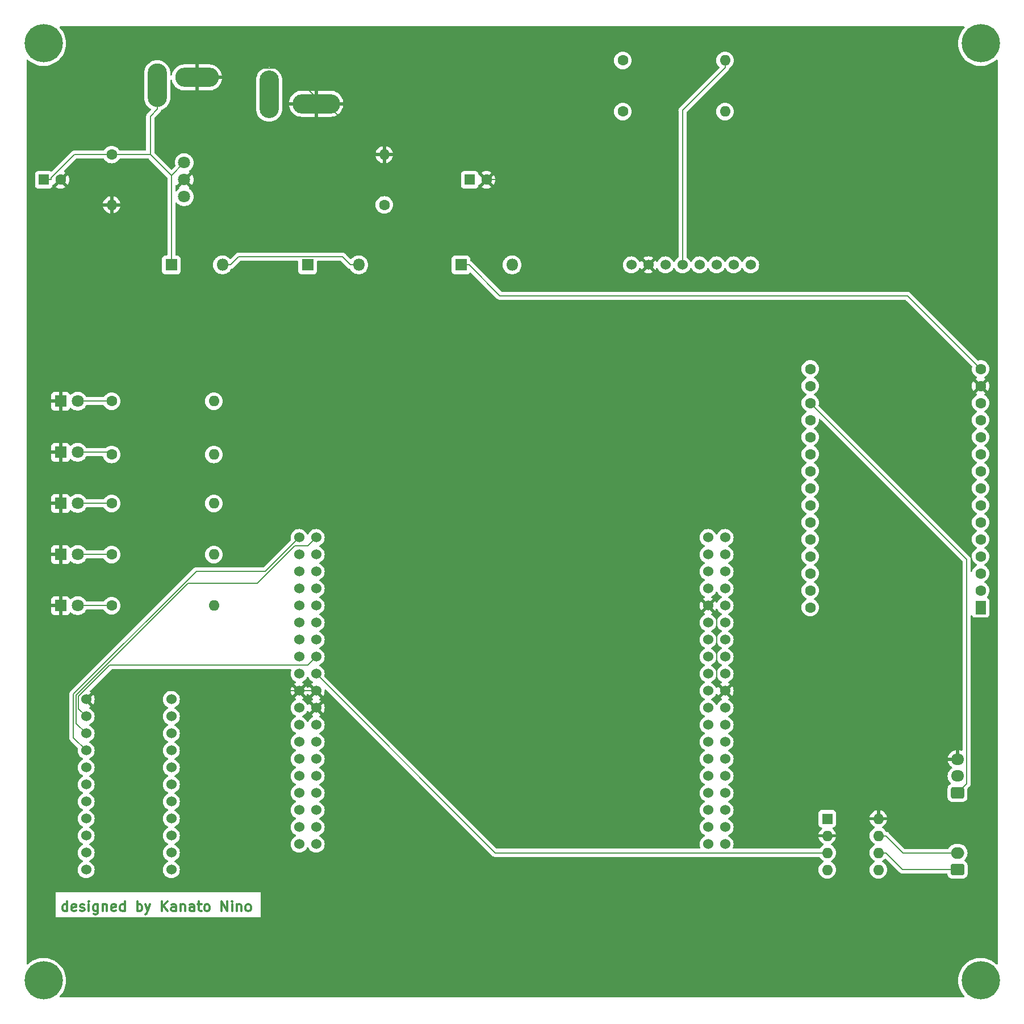
<source format=gbr>
G04 #@! TF.GenerationSoftware,KiCad,Pcbnew,7.0.2*
G04 #@! TF.CreationDate,2023-07-24T17:38:16+09:00*
G04 #@! TF.ProjectId,main_board,6d61696e-5f62-46f6-9172-642e6b696361,rev?*
G04 #@! TF.SameCoordinates,Original*
G04 #@! TF.FileFunction,Copper,L1,Top*
G04 #@! TF.FilePolarity,Positive*
%FSLAX46Y46*%
G04 Gerber Fmt 4.6, Leading zero omitted, Abs format (unit mm)*
G04 Created by KiCad (PCBNEW 7.0.2) date 2023-07-24 17:38:16*
%MOMM*%
%LPD*%
G01*
G04 APERTURE LIST*
G04 Aperture macros list*
%AMRoundRect*
0 Rectangle with rounded corners*
0 $1 Rounding radius*
0 $2 $3 $4 $5 $6 $7 $8 $9 X,Y pos of 4 corners*
0 Add a 4 corners polygon primitive as box body*
4,1,4,$2,$3,$4,$5,$6,$7,$8,$9,$2,$3,0*
0 Add four circle primitives for the rounded corners*
1,1,$1+$1,$2,$3*
1,1,$1+$1,$4,$5*
1,1,$1+$1,$6,$7*
1,1,$1+$1,$8,$9*
0 Add four rect primitives between the rounded corners*
20,1,$1+$1,$2,$3,$4,$5,0*
20,1,$1+$1,$4,$5,$6,$7,0*
20,1,$1+$1,$6,$7,$8,$9,0*
20,1,$1+$1,$8,$9,$2,$3,0*%
G04 Aperture macros list end*
%ADD10C,0.300000*%
G04 #@! TA.AperFunction,NonConductor*
%ADD11C,0.300000*%
G04 #@! TD*
G04 #@! TA.AperFunction,ComponentPad*
%ADD12R,1.800000X1.800000*%
G04 #@! TD*
G04 #@! TA.AperFunction,ComponentPad*
%ADD13O,1.800000X1.800000*%
G04 #@! TD*
G04 #@! TA.AperFunction,ComponentPad*
%ADD14C,1.600000*%
G04 #@! TD*
G04 #@! TA.AperFunction,ComponentPad*
%ADD15O,1.600000X1.600000*%
G04 #@! TD*
G04 #@! TA.AperFunction,ComponentPad*
%ADD16R,1.600000X2.000000*%
G04 #@! TD*
G04 #@! TA.AperFunction,ComponentPad*
%ADD17RoundRect,0.250000X0.750000X-0.600000X0.750000X0.600000X-0.750000X0.600000X-0.750000X-0.600000X0*%
G04 #@! TD*
G04 #@! TA.AperFunction,ComponentPad*
%ADD18O,2.000000X1.700000*%
G04 #@! TD*
G04 #@! TA.AperFunction,ComponentPad*
%ADD19C,1.800000*%
G04 #@! TD*
G04 #@! TA.AperFunction,ComponentPad*
%ADD20C,1.524000*%
G04 #@! TD*
G04 #@! TA.AperFunction,ComponentPad*
%ADD21C,5.700000*%
G04 #@! TD*
G04 #@! TA.AperFunction,ComponentPad*
%ADD22O,2.900000X7.100000*%
G04 #@! TD*
G04 #@! TA.AperFunction,ComponentPad*
%ADD23O,7.100000X2.900000*%
G04 #@! TD*
G04 #@! TA.AperFunction,ComponentPad*
%ADD24O,2.900000X6.500000*%
G04 #@! TD*
G04 #@! TA.AperFunction,ComponentPad*
%ADD25O,6.500000X2.900000*%
G04 #@! TD*
G04 #@! TA.AperFunction,ComponentPad*
%ADD26RoundRect,0.250000X0.725000X-0.600000X0.725000X0.600000X-0.725000X0.600000X-0.725000X-0.600000X0*%
G04 #@! TD*
G04 #@! TA.AperFunction,ComponentPad*
%ADD27O,1.950000X1.700000*%
G04 #@! TD*
G04 #@! TA.AperFunction,ComponentPad*
%ADD28R,1.600000X1.600000*%
G04 #@! TD*
G04 #@! TA.AperFunction,Conductor*
%ADD29C,0.200000*%
G04 #@! TD*
G04 APERTURE END LIST*
D10*
D11*
X36560000Y-157296428D02*
X36560000Y-155796428D01*
X36560000Y-157225000D02*
X36417142Y-157296428D01*
X36417142Y-157296428D02*
X36131428Y-157296428D01*
X36131428Y-157296428D02*
X35988571Y-157225000D01*
X35988571Y-157225000D02*
X35917142Y-157153571D01*
X35917142Y-157153571D02*
X35845714Y-157010714D01*
X35845714Y-157010714D02*
X35845714Y-156582142D01*
X35845714Y-156582142D02*
X35917142Y-156439285D01*
X35917142Y-156439285D02*
X35988571Y-156367857D01*
X35988571Y-156367857D02*
X36131428Y-156296428D01*
X36131428Y-156296428D02*
X36417142Y-156296428D01*
X36417142Y-156296428D02*
X36560000Y-156367857D01*
X37845714Y-157225000D02*
X37702857Y-157296428D01*
X37702857Y-157296428D02*
X37417143Y-157296428D01*
X37417143Y-157296428D02*
X37274285Y-157225000D01*
X37274285Y-157225000D02*
X37202857Y-157082142D01*
X37202857Y-157082142D02*
X37202857Y-156510714D01*
X37202857Y-156510714D02*
X37274285Y-156367857D01*
X37274285Y-156367857D02*
X37417143Y-156296428D01*
X37417143Y-156296428D02*
X37702857Y-156296428D01*
X37702857Y-156296428D02*
X37845714Y-156367857D01*
X37845714Y-156367857D02*
X37917143Y-156510714D01*
X37917143Y-156510714D02*
X37917143Y-156653571D01*
X37917143Y-156653571D02*
X37202857Y-156796428D01*
X38488571Y-157225000D02*
X38631428Y-157296428D01*
X38631428Y-157296428D02*
X38917142Y-157296428D01*
X38917142Y-157296428D02*
X39059999Y-157225000D01*
X39059999Y-157225000D02*
X39131428Y-157082142D01*
X39131428Y-157082142D02*
X39131428Y-157010714D01*
X39131428Y-157010714D02*
X39059999Y-156867857D01*
X39059999Y-156867857D02*
X38917142Y-156796428D01*
X38917142Y-156796428D02*
X38702857Y-156796428D01*
X38702857Y-156796428D02*
X38559999Y-156725000D01*
X38559999Y-156725000D02*
X38488571Y-156582142D01*
X38488571Y-156582142D02*
X38488571Y-156510714D01*
X38488571Y-156510714D02*
X38559999Y-156367857D01*
X38559999Y-156367857D02*
X38702857Y-156296428D01*
X38702857Y-156296428D02*
X38917142Y-156296428D01*
X38917142Y-156296428D02*
X39059999Y-156367857D01*
X39774285Y-157296428D02*
X39774285Y-156296428D01*
X39774285Y-155796428D02*
X39702857Y-155867857D01*
X39702857Y-155867857D02*
X39774285Y-155939285D01*
X39774285Y-155939285D02*
X39845714Y-155867857D01*
X39845714Y-155867857D02*
X39774285Y-155796428D01*
X39774285Y-155796428D02*
X39774285Y-155939285D01*
X41131429Y-156296428D02*
X41131429Y-157510714D01*
X41131429Y-157510714D02*
X41060000Y-157653571D01*
X41060000Y-157653571D02*
X40988571Y-157725000D01*
X40988571Y-157725000D02*
X40845714Y-157796428D01*
X40845714Y-157796428D02*
X40631429Y-157796428D01*
X40631429Y-157796428D02*
X40488571Y-157725000D01*
X41131429Y-157225000D02*
X40988571Y-157296428D01*
X40988571Y-157296428D02*
X40702857Y-157296428D01*
X40702857Y-157296428D02*
X40560000Y-157225000D01*
X40560000Y-157225000D02*
X40488571Y-157153571D01*
X40488571Y-157153571D02*
X40417143Y-157010714D01*
X40417143Y-157010714D02*
X40417143Y-156582142D01*
X40417143Y-156582142D02*
X40488571Y-156439285D01*
X40488571Y-156439285D02*
X40560000Y-156367857D01*
X40560000Y-156367857D02*
X40702857Y-156296428D01*
X40702857Y-156296428D02*
X40988571Y-156296428D01*
X40988571Y-156296428D02*
X41131429Y-156367857D01*
X41845714Y-156296428D02*
X41845714Y-157296428D01*
X41845714Y-156439285D02*
X41917143Y-156367857D01*
X41917143Y-156367857D02*
X42060000Y-156296428D01*
X42060000Y-156296428D02*
X42274286Y-156296428D01*
X42274286Y-156296428D02*
X42417143Y-156367857D01*
X42417143Y-156367857D02*
X42488572Y-156510714D01*
X42488572Y-156510714D02*
X42488572Y-157296428D01*
X43774286Y-157225000D02*
X43631429Y-157296428D01*
X43631429Y-157296428D02*
X43345715Y-157296428D01*
X43345715Y-157296428D02*
X43202857Y-157225000D01*
X43202857Y-157225000D02*
X43131429Y-157082142D01*
X43131429Y-157082142D02*
X43131429Y-156510714D01*
X43131429Y-156510714D02*
X43202857Y-156367857D01*
X43202857Y-156367857D02*
X43345715Y-156296428D01*
X43345715Y-156296428D02*
X43631429Y-156296428D01*
X43631429Y-156296428D02*
X43774286Y-156367857D01*
X43774286Y-156367857D02*
X43845715Y-156510714D01*
X43845715Y-156510714D02*
X43845715Y-156653571D01*
X43845715Y-156653571D02*
X43131429Y-156796428D01*
X45131429Y-157296428D02*
X45131429Y-155796428D01*
X45131429Y-157225000D02*
X44988571Y-157296428D01*
X44988571Y-157296428D02*
X44702857Y-157296428D01*
X44702857Y-157296428D02*
X44560000Y-157225000D01*
X44560000Y-157225000D02*
X44488571Y-157153571D01*
X44488571Y-157153571D02*
X44417143Y-157010714D01*
X44417143Y-157010714D02*
X44417143Y-156582142D01*
X44417143Y-156582142D02*
X44488571Y-156439285D01*
X44488571Y-156439285D02*
X44560000Y-156367857D01*
X44560000Y-156367857D02*
X44702857Y-156296428D01*
X44702857Y-156296428D02*
X44988571Y-156296428D01*
X44988571Y-156296428D02*
X45131429Y-156367857D01*
X46988571Y-157296428D02*
X46988571Y-155796428D01*
X46988571Y-156367857D02*
X47131429Y-156296428D01*
X47131429Y-156296428D02*
X47417143Y-156296428D01*
X47417143Y-156296428D02*
X47560000Y-156367857D01*
X47560000Y-156367857D02*
X47631429Y-156439285D01*
X47631429Y-156439285D02*
X47702857Y-156582142D01*
X47702857Y-156582142D02*
X47702857Y-157010714D01*
X47702857Y-157010714D02*
X47631429Y-157153571D01*
X47631429Y-157153571D02*
X47560000Y-157225000D01*
X47560000Y-157225000D02*
X47417143Y-157296428D01*
X47417143Y-157296428D02*
X47131429Y-157296428D01*
X47131429Y-157296428D02*
X46988571Y-157225000D01*
X48202857Y-156296428D02*
X48560000Y-157296428D01*
X48917143Y-156296428D02*
X48560000Y-157296428D01*
X48560000Y-157296428D02*
X48417143Y-157653571D01*
X48417143Y-157653571D02*
X48345714Y-157725000D01*
X48345714Y-157725000D02*
X48202857Y-157796428D01*
X50631428Y-157296428D02*
X50631428Y-155796428D01*
X51488571Y-157296428D02*
X50845714Y-156439285D01*
X51488571Y-155796428D02*
X50631428Y-156653571D01*
X52774286Y-157296428D02*
X52774286Y-156510714D01*
X52774286Y-156510714D02*
X52702857Y-156367857D01*
X52702857Y-156367857D02*
X52560000Y-156296428D01*
X52560000Y-156296428D02*
X52274286Y-156296428D01*
X52274286Y-156296428D02*
X52131428Y-156367857D01*
X52774286Y-157225000D02*
X52631428Y-157296428D01*
X52631428Y-157296428D02*
X52274286Y-157296428D01*
X52274286Y-157296428D02*
X52131428Y-157225000D01*
X52131428Y-157225000D02*
X52060000Y-157082142D01*
X52060000Y-157082142D02*
X52060000Y-156939285D01*
X52060000Y-156939285D02*
X52131428Y-156796428D01*
X52131428Y-156796428D02*
X52274286Y-156725000D01*
X52274286Y-156725000D02*
X52631428Y-156725000D01*
X52631428Y-156725000D02*
X52774286Y-156653571D01*
X53488571Y-156296428D02*
X53488571Y-157296428D01*
X53488571Y-156439285D02*
X53560000Y-156367857D01*
X53560000Y-156367857D02*
X53702857Y-156296428D01*
X53702857Y-156296428D02*
X53917143Y-156296428D01*
X53917143Y-156296428D02*
X54060000Y-156367857D01*
X54060000Y-156367857D02*
X54131429Y-156510714D01*
X54131429Y-156510714D02*
X54131429Y-157296428D01*
X55488572Y-157296428D02*
X55488572Y-156510714D01*
X55488572Y-156510714D02*
X55417143Y-156367857D01*
X55417143Y-156367857D02*
X55274286Y-156296428D01*
X55274286Y-156296428D02*
X54988572Y-156296428D01*
X54988572Y-156296428D02*
X54845714Y-156367857D01*
X55488572Y-157225000D02*
X55345714Y-157296428D01*
X55345714Y-157296428D02*
X54988572Y-157296428D01*
X54988572Y-157296428D02*
X54845714Y-157225000D01*
X54845714Y-157225000D02*
X54774286Y-157082142D01*
X54774286Y-157082142D02*
X54774286Y-156939285D01*
X54774286Y-156939285D02*
X54845714Y-156796428D01*
X54845714Y-156796428D02*
X54988572Y-156725000D01*
X54988572Y-156725000D02*
X55345714Y-156725000D01*
X55345714Y-156725000D02*
X55488572Y-156653571D01*
X55988572Y-156296428D02*
X56560000Y-156296428D01*
X56202857Y-155796428D02*
X56202857Y-157082142D01*
X56202857Y-157082142D02*
X56274286Y-157225000D01*
X56274286Y-157225000D02*
X56417143Y-157296428D01*
X56417143Y-157296428D02*
X56560000Y-157296428D01*
X57274286Y-157296428D02*
X57131429Y-157225000D01*
X57131429Y-157225000D02*
X57060000Y-157153571D01*
X57060000Y-157153571D02*
X56988572Y-157010714D01*
X56988572Y-157010714D02*
X56988572Y-156582142D01*
X56988572Y-156582142D02*
X57060000Y-156439285D01*
X57060000Y-156439285D02*
X57131429Y-156367857D01*
X57131429Y-156367857D02*
X57274286Y-156296428D01*
X57274286Y-156296428D02*
X57488572Y-156296428D01*
X57488572Y-156296428D02*
X57631429Y-156367857D01*
X57631429Y-156367857D02*
X57702858Y-156439285D01*
X57702858Y-156439285D02*
X57774286Y-156582142D01*
X57774286Y-156582142D02*
X57774286Y-157010714D01*
X57774286Y-157010714D02*
X57702858Y-157153571D01*
X57702858Y-157153571D02*
X57631429Y-157225000D01*
X57631429Y-157225000D02*
X57488572Y-157296428D01*
X57488572Y-157296428D02*
X57274286Y-157296428D01*
X59560000Y-157296428D02*
X59560000Y-155796428D01*
X59560000Y-155796428D02*
X60417143Y-157296428D01*
X60417143Y-157296428D02*
X60417143Y-155796428D01*
X61131429Y-157296428D02*
X61131429Y-156296428D01*
X61131429Y-155796428D02*
X61060001Y-155867857D01*
X61060001Y-155867857D02*
X61131429Y-155939285D01*
X61131429Y-155939285D02*
X61202858Y-155867857D01*
X61202858Y-155867857D02*
X61131429Y-155796428D01*
X61131429Y-155796428D02*
X61131429Y-155939285D01*
X61845715Y-156296428D02*
X61845715Y-157296428D01*
X61845715Y-156439285D02*
X61917144Y-156367857D01*
X61917144Y-156367857D02*
X62060001Y-156296428D01*
X62060001Y-156296428D02*
X62274287Y-156296428D01*
X62274287Y-156296428D02*
X62417144Y-156367857D01*
X62417144Y-156367857D02*
X62488573Y-156510714D01*
X62488573Y-156510714D02*
X62488573Y-157296428D01*
X63417144Y-157296428D02*
X63274287Y-157225000D01*
X63274287Y-157225000D02*
X63202858Y-157153571D01*
X63202858Y-157153571D02*
X63131430Y-157010714D01*
X63131430Y-157010714D02*
X63131430Y-156582142D01*
X63131430Y-156582142D02*
X63202858Y-156439285D01*
X63202858Y-156439285D02*
X63274287Y-156367857D01*
X63274287Y-156367857D02*
X63417144Y-156296428D01*
X63417144Y-156296428D02*
X63631430Y-156296428D01*
X63631430Y-156296428D02*
X63774287Y-156367857D01*
X63774287Y-156367857D02*
X63845716Y-156439285D01*
X63845716Y-156439285D02*
X63917144Y-156582142D01*
X63917144Y-156582142D02*
X63917144Y-157010714D01*
X63917144Y-157010714D02*
X63845716Y-157153571D01*
X63845716Y-157153571D02*
X63774287Y-157225000D01*
X63774287Y-157225000D02*
X63631430Y-157296428D01*
X63631430Y-157296428D02*
X63417144Y-157296428D01*
D12*
X52070000Y-60960000D03*
D13*
X59690000Y-60960000D03*
D14*
X83820000Y-52010000D03*
D15*
X83820000Y-44510000D03*
D16*
X172720000Y-112035000D03*
D14*
X172720000Y-109495000D03*
X172720000Y-106955000D03*
X172720000Y-104415000D03*
X172720000Y-101875000D03*
X172720000Y-99335000D03*
X172720000Y-96795000D03*
X172720000Y-94255000D03*
X172720000Y-91715000D03*
X172720000Y-89175000D03*
X172720000Y-86635000D03*
X172720000Y-84095000D03*
X172720000Y-81555000D03*
X172720000Y-79015000D03*
X172720000Y-76475000D03*
X147320000Y-76475000D03*
X147320000Y-79015000D03*
X147320000Y-81555000D03*
X147320000Y-84095000D03*
X147320000Y-86635000D03*
X147320000Y-89175000D03*
X147320000Y-91715000D03*
X147320000Y-94255000D03*
X147320000Y-96795000D03*
X147320000Y-99335000D03*
X147320000Y-101875000D03*
X147320000Y-104415000D03*
X147320000Y-106955000D03*
X147320000Y-109495000D03*
X147320000Y-112035000D03*
D17*
X169270000Y-151110000D03*
D18*
X169270000Y-148610000D03*
D14*
X43180000Y-104140000D03*
D15*
X58420000Y-104140000D03*
D14*
X43180000Y-111760000D03*
D15*
X58420000Y-111760000D03*
D12*
X35560000Y-81280000D03*
D19*
X38100000Y-81280000D03*
D14*
X119380000Y-38100000D03*
D15*
X134620000Y-38100000D03*
D12*
X95250000Y-60960000D03*
D13*
X102870000Y-60960000D03*
D14*
X43180000Y-89230000D03*
D15*
X58420000Y-89230000D03*
D12*
X72390000Y-60960000D03*
D13*
X80010000Y-60960000D03*
D12*
X35560000Y-96520000D03*
D19*
X38100000Y-96520000D03*
D20*
X39370000Y-125730000D03*
X39370000Y-128270000D03*
X39370000Y-130810000D03*
X39370000Y-133350000D03*
X39370000Y-135890000D03*
X39370000Y-138430000D03*
X39370000Y-140970000D03*
X39370000Y-143510000D03*
X39370000Y-146050000D03*
X39370000Y-148590000D03*
X39370000Y-151130000D03*
X52070000Y-151130000D03*
X52070000Y-148590000D03*
X52070000Y-146050000D03*
X52070000Y-143510000D03*
X52070000Y-140970000D03*
X52070000Y-138430000D03*
X52070000Y-135890000D03*
X52070000Y-133350000D03*
X52070000Y-130810000D03*
X52070000Y-128270000D03*
X52070000Y-125730000D03*
D12*
X35560000Y-104140000D03*
D19*
X38100000Y-104140000D03*
D21*
X33020000Y-27940000D03*
D14*
X43180000Y-44510000D03*
D15*
X43180000Y-52010000D03*
D22*
X66660000Y-35560000D03*
D23*
X73660000Y-36935000D03*
D21*
X172720000Y-27940000D03*
D12*
X35560000Y-88900000D03*
D19*
X38100000Y-88900000D03*
D21*
X172720000Y-167640000D03*
X33020000Y-167640000D03*
D20*
X120650000Y-60960000D03*
X123190000Y-60960000D03*
X125730000Y-60960000D03*
X128270000Y-60960000D03*
X130810000Y-60960000D03*
X133350000Y-60960000D03*
X135890000Y-60960000D03*
X138430000Y-60960000D03*
D19*
X54000000Y-45720000D03*
X54000000Y-48260000D03*
X54000000Y-50800000D03*
D14*
X43180000Y-96520000D03*
D15*
X58420000Y-96520000D03*
D14*
X43180000Y-81280000D03*
D15*
X58420000Y-81280000D03*
D24*
X49980000Y-34195000D03*
D25*
X55880000Y-33020000D03*
D26*
X169270000Y-139660000D03*
D27*
X169270000Y-137160000D03*
X169270000Y-134660000D03*
D28*
X33060000Y-48260000D03*
D14*
X35560000Y-48260000D03*
D28*
X96560000Y-48260000D03*
D14*
X99060000Y-48260000D03*
D12*
X35560000Y-111760000D03*
D19*
X38100000Y-111760000D03*
D14*
X119380000Y-30480000D03*
D15*
X134620000Y-30480000D03*
D20*
X71120000Y-101600000D03*
X73660000Y-101600000D03*
X71120000Y-104140000D03*
X73660000Y-104140000D03*
X71120000Y-106680000D03*
X73660000Y-106680000D03*
X71120000Y-109220000D03*
X73660000Y-109220000D03*
X71120000Y-111760000D03*
X73660000Y-111760000D03*
X71120000Y-114300000D03*
X73660000Y-114300000D03*
X71120000Y-116840000D03*
X73660000Y-116840000D03*
X71120000Y-119380000D03*
X73660000Y-119380000D03*
X71120000Y-121920000D03*
X73660000Y-121920000D03*
X71120000Y-124460000D03*
X73660000Y-124460000D03*
X71120000Y-127000000D03*
X73660000Y-127000000D03*
X71120000Y-129540000D03*
X73660000Y-129540000D03*
X71120000Y-132080000D03*
X73660000Y-132080000D03*
X71120000Y-134620000D03*
X73660000Y-134620000D03*
X71120000Y-137160000D03*
X73660000Y-137160000D03*
X71120000Y-139700000D03*
X73660000Y-139700000D03*
X71120000Y-142240000D03*
X73660000Y-142240000D03*
X71120000Y-144780000D03*
X73660000Y-144780000D03*
X71120000Y-147320000D03*
X73660000Y-147320000D03*
X132080000Y-101600000D03*
X134620000Y-101600000D03*
X132080000Y-104140000D03*
X134620000Y-104140000D03*
X132080000Y-106680000D03*
X134620000Y-106680000D03*
X132080000Y-109220000D03*
X134620000Y-109220000D03*
X132080000Y-111760000D03*
X134620000Y-111760000D03*
X132080000Y-114300000D03*
X134620000Y-114300000D03*
X132080000Y-116840000D03*
X134620000Y-116840000D03*
X132080000Y-119380000D03*
X134620000Y-119380000D03*
X132080000Y-121920000D03*
X134620000Y-121920000D03*
X132080000Y-124460000D03*
X134620000Y-124460000D03*
X132080000Y-127000000D03*
X134620000Y-127000000D03*
X132080000Y-129540000D03*
X134620000Y-129540000D03*
X132080000Y-132080000D03*
X134620000Y-132080000D03*
X132080000Y-134620000D03*
X134620000Y-134620000D03*
X132080000Y-137160000D03*
X134620000Y-137160000D03*
X132080000Y-139700000D03*
X134620000Y-139700000D03*
X132080000Y-142240000D03*
X134620000Y-142240000D03*
X132080000Y-144780000D03*
X134620000Y-144780000D03*
X132080000Y-147320000D03*
X134620000Y-147320000D03*
D28*
X149860000Y-143520000D03*
D15*
X149860000Y-146060000D03*
X149860000Y-148600000D03*
X149860000Y-151140000D03*
X157480000Y-151140000D03*
X157480000Y-148600000D03*
X157480000Y-146060000D03*
X157480000Y-143520000D03*
D29*
X170619600Y-138310400D02*
X169270000Y-139660000D01*
X170619600Y-104854600D02*
X170619600Y-138310400D01*
X147320000Y-81555000D02*
X170619600Y-104854600D01*
X128270000Y-37930300D02*
X134620000Y-31580300D01*
X128270000Y-60960000D02*
X128270000Y-37930300D01*
X134620000Y-30480000D02*
X134620000Y-31580300D01*
X95250000Y-60960000D02*
X96450300Y-60960000D01*
X161828200Y-65583200D02*
X172720000Y-76475000D01*
X101073500Y-65583200D02*
X161828200Y-65583200D01*
X96450300Y-60960000D02*
X101073500Y-65583200D01*
X161130300Y-148610000D02*
X169270000Y-148610000D01*
X158580300Y-146060000D02*
X161130300Y-148610000D01*
X157480000Y-146060000D02*
X158580300Y-146060000D01*
X100340000Y-148600000D02*
X73660000Y-121920000D01*
X149860000Y-148600000D02*
X100340000Y-148600000D01*
X161090300Y-151110000D02*
X169270000Y-151110000D01*
X158580300Y-148600000D02*
X161090300Y-151110000D01*
X157480000Y-148600000D02*
X158580300Y-148600000D01*
X62090700Y-59759600D02*
X60890300Y-60960000D01*
X77609300Y-59759600D02*
X62090700Y-59759600D01*
X78809700Y-60960000D02*
X77609300Y-59759600D01*
X80010000Y-60960000D02*
X78809700Y-60960000D01*
X59690000Y-60960000D02*
X60890300Y-60960000D01*
X33060000Y-48260000D02*
X34160300Y-48260000D01*
X37635200Y-44510000D02*
X43180000Y-44510000D01*
X34160300Y-47984900D02*
X37635200Y-44510000D01*
X34160300Y-48260000D02*
X34160300Y-47984900D01*
X54000000Y-45720000D02*
X52070000Y-47650000D01*
X52070000Y-47650000D02*
X52070000Y-60960000D01*
X48930000Y-38795300D02*
X49980000Y-37745300D01*
X48930000Y-44510000D02*
X48930000Y-38795300D01*
X43180000Y-44510000D02*
X48930000Y-44510000D01*
X48930000Y-44510000D02*
X52070000Y-47650000D01*
X49980000Y-34195000D02*
X49980000Y-37745300D01*
X38100000Y-111760000D02*
X43180000Y-111760000D01*
X38100000Y-104140000D02*
X43180000Y-104140000D01*
X38100000Y-96520000D02*
X43180000Y-96520000D01*
X42850000Y-88900000D02*
X43180000Y-89230000D01*
X38100000Y-88900000D02*
X42850000Y-88900000D01*
X38100000Y-81280000D02*
X43180000Y-81280000D01*
X37454800Y-131434800D02*
X39370000Y-133350000D01*
X37454800Y-124962700D02*
X37454800Y-131434800D01*
X55791300Y-106626200D02*
X37454800Y-124962700D01*
X66093800Y-106626200D02*
X55791300Y-106626200D01*
X71120000Y-101600000D02*
X66093800Y-106626200D01*
X37855100Y-129295100D02*
X39370000Y-130810000D01*
X37855100Y-125128500D02*
X37855100Y-129295100D01*
X54554800Y-108428800D02*
X37855100Y-125128500D01*
X64892800Y-108428800D02*
X54554800Y-108428800D01*
X70451600Y-102870000D02*
X64892800Y-108428800D01*
X72390000Y-102870000D02*
X70451600Y-102870000D01*
X73660000Y-101600000D02*
X72390000Y-102870000D01*
X72390000Y-120650000D02*
X73660000Y-119380000D01*
X42899700Y-120650000D02*
X72390000Y-120650000D01*
X38255400Y-125294300D02*
X42899700Y-120650000D01*
X38255400Y-127155400D02*
X38255400Y-125294300D01*
X39370000Y-128270000D02*
X38255400Y-127155400D01*
X73660000Y-36935000D02*
X73660000Y-36059800D01*
X83820000Y-44510000D02*
X82719700Y-44510000D01*
X95310000Y-44510000D02*
X83820000Y-44510000D01*
X99060000Y-48260000D02*
X95310000Y-44510000D01*
X149860000Y-146060000D02*
X150960300Y-146060000D01*
X35560000Y-55760000D02*
X39310000Y-52010000D01*
X35560000Y-81280000D02*
X35560000Y-55760000D01*
X43180000Y-52010000D02*
X39310000Y-52010000D01*
X39310000Y-52010000D02*
X35560000Y-48260000D01*
X40640000Y-124460000D02*
X71120000Y-124460000D01*
X39370000Y-125730000D02*
X40640000Y-124460000D01*
X71120000Y-124460000D02*
X73660000Y-124460000D01*
X55880000Y-33020000D02*
X59430300Y-33020000D01*
X74269500Y-36059800D02*
X82719700Y-44510000D01*
X73660000Y-36059800D02*
X74269500Y-36059800D01*
X60791100Y-31659200D02*
X59430300Y-33020000D01*
X69259400Y-31659200D02*
X60791100Y-31659200D01*
X73660000Y-36059800D02*
X69259400Y-31659200D01*
X133350000Y-113030000D02*
X132080000Y-111760000D01*
X133350000Y-123190000D02*
X133350000Y-113030000D01*
X134620000Y-124460000D02*
X133350000Y-123190000D01*
X157205000Y-143520000D02*
X156929900Y-143520000D01*
X153500300Y-143340300D02*
X134620000Y-124460000D01*
X153500300Y-143520000D02*
X153500300Y-143340300D01*
X156929900Y-143520000D02*
X153500300Y-143520000D01*
X153500300Y-143520000D02*
X150960300Y-146060000D01*
X157205000Y-143520000D02*
X157480000Y-143520000D01*
X167440300Y-134660000D02*
X169270000Y-134660000D01*
X158580300Y-143520000D02*
X167440300Y-134660000D01*
X157480000Y-143520000D02*
X158580300Y-143520000D01*
X110490000Y-48260000D02*
X99060000Y-48260000D01*
X123190000Y-60960000D02*
X110490000Y-48260000D01*
G04 #@! TA.AperFunction,Conductor*
G36*
X73275051Y-127031898D02*
G01*
X73306266Y-127155162D01*
X73375813Y-127261612D01*
X73476157Y-127339713D01*
X73596422Y-127381000D01*
X73632553Y-127381000D01*
X72961812Y-128051740D01*
X73026592Y-128097100D01*
X73155780Y-128157341D01*
X73208220Y-128203513D01*
X73227372Y-128270706D01*
X73207157Y-128337587D01*
X73155782Y-128382105D01*
X73026336Y-128442467D01*
X72845379Y-128569174D01*
X72689174Y-128725379D01*
X72562466Y-128906338D01*
X72502382Y-129035189D01*
X72456209Y-129087628D01*
X72389016Y-129106780D01*
X72322135Y-129086564D01*
X72277618Y-129035189D01*
X72260744Y-128999004D01*
X72217534Y-128906339D01*
X72090826Y-128725380D01*
X71934620Y-128569174D01*
X71753662Y-128442466D01*
X71624811Y-128382382D01*
X71572372Y-128336210D01*
X71553220Y-128269016D01*
X71573436Y-128202135D01*
X71624811Y-128157618D01*
X71630027Y-128155185D01*
X71753662Y-128097534D01*
X71934620Y-127970826D01*
X72090826Y-127814620D01*
X72217534Y-127633662D01*
X72277894Y-127504218D01*
X72324066Y-127451779D01*
X72391259Y-127432627D01*
X72458141Y-127452842D01*
X72502658Y-127504219D01*
X72562898Y-127633406D01*
X72608258Y-127698187D01*
X73275096Y-127031349D01*
X73275051Y-127031898D01*
G37*
G04 #@! TD.AperFunction*
G04 #@! TA.AperFunction,Conductor*
G36*
X72171740Y-125158186D02*
G01*
X72217100Y-125093408D01*
X72277618Y-124963627D01*
X72323790Y-124911187D01*
X72390983Y-124892035D01*
X72457864Y-124912250D01*
X72502382Y-124963627D01*
X72562898Y-125093407D01*
X72608258Y-125158187D01*
X73275096Y-124491349D01*
X73275051Y-124491898D01*
X73306266Y-124615162D01*
X73375813Y-124721612D01*
X73476157Y-124799713D01*
X73596422Y-124841000D01*
X73632553Y-124841000D01*
X72961812Y-125511740D01*
X73026592Y-125557100D01*
X73156372Y-125617617D01*
X73208812Y-125663789D01*
X73227964Y-125730982D01*
X73207749Y-125797863D01*
X73156373Y-125842381D01*
X73026589Y-125902900D01*
X72961812Y-125948258D01*
X72961811Y-125948258D01*
X73632554Y-126619000D01*
X73628431Y-126619000D01*
X73534579Y-126634661D01*
X73422749Y-126695180D01*
X73336629Y-126788731D01*
X73285552Y-126905177D01*
X73279894Y-126973447D01*
X72608258Y-126301811D01*
X72608258Y-126301812D01*
X72562900Y-126366590D01*
X72502657Y-126495781D01*
X72456484Y-126548220D01*
X72389291Y-126567372D01*
X72322409Y-126547156D01*
X72277893Y-126495780D01*
X72277617Y-126495189D01*
X72217534Y-126366339D01*
X72090826Y-126185380D01*
X71934620Y-126029174D01*
X71753662Y-125902466D01*
X71624218Y-125842105D01*
X71571779Y-125795932D01*
X71552627Y-125728739D01*
X71572843Y-125661858D01*
X71624220Y-125617340D01*
X71753411Y-125557098D01*
X71818187Y-125511740D01*
X71147448Y-124841000D01*
X71151569Y-124841000D01*
X71245421Y-124825339D01*
X71357251Y-124764820D01*
X71443371Y-124671269D01*
X71494448Y-124554823D01*
X71500105Y-124486552D01*
X72171740Y-125158186D01*
G37*
G04 #@! TD.AperFunction*
G04 #@! TA.AperFunction,Conductor*
G36*
X134235051Y-124491898D02*
G01*
X134266266Y-124615162D01*
X134335813Y-124721612D01*
X134436157Y-124799713D01*
X134556422Y-124841000D01*
X134592553Y-124841000D01*
X133921812Y-125511740D01*
X133986592Y-125557100D01*
X134115780Y-125617341D01*
X134168220Y-125663513D01*
X134187372Y-125730706D01*
X134167157Y-125797587D01*
X134115782Y-125842105D01*
X133986336Y-125902467D01*
X133805379Y-126029174D01*
X133649174Y-126185379D01*
X133522466Y-126366338D01*
X133462382Y-126495189D01*
X133416209Y-126547628D01*
X133349016Y-126566780D01*
X133282135Y-126546564D01*
X133237618Y-126495189D01*
X133177651Y-126366590D01*
X133177534Y-126366339D01*
X133050826Y-126185380D01*
X132894620Y-126029174D01*
X132713662Y-125902466D01*
X132584811Y-125842382D01*
X132532372Y-125796210D01*
X132513220Y-125729016D01*
X132533436Y-125662135D01*
X132584811Y-125617618D01*
X132590027Y-125615185D01*
X132713662Y-125557534D01*
X132894620Y-125430826D01*
X133050826Y-125274620D01*
X133177534Y-125093662D01*
X133237894Y-124964218D01*
X133284066Y-124911779D01*
X133351259Y-124892627D01*
X133418141Y-124912842D01*
X133462658Y-124964219D01*
X133522898Y-125093406D01*
X133568258Y-125158187D01*
X134235096Y-124491349D01*
X134235051Y-124491898D01*
G37*
G04 #@! TD.AperFunction*
G04 #@! TA.AperFunction,Conductor*
G36*
X72457865Y-122373436D02*
G01*
X72502382Y-122424811D01*
X72562466Y-122553662D01*
X72689174Y-122734620D01*
X72845380Y-122890826D01*
X73026338Y-123017534D01*
X73096173Y-123050098D01*
X73155780Y-123077894D01*
X73208219Y-123124066D01*
X73227371Y-123191260D01*
X73207155Y-123258141D01*
X73155780Y-123302658D01*
X73026589Y-123362900D01*
X72961811Y-123408258D01*
X73632553Y-124079000D01*
X73628431Y-124079000D01*
X73534579Y-124094661D01*
X73422749Y-124155180D01*
X73336629Y-124248731D01*
X73285552Y-124365177D01*
X73279894Y-124433447D01*
X72608258Y-123761811D01*
X72608258Y-123761812D01*
X72562900Y-123826589D01*
X72502381Y-123956373D01*
X72456208Y-124008812D01*
X72389015Y-124027964D01*
X72322134Y-124007748D01*
X72277617Y-123956372D01*
X72217099Y-123826590D01*
X72171740Y-123761811D01*
X71504903Y-124428648D01*
X71504949Y-124428102D01*
X71473734Y-124304838D01*
X71404187Y-124198388D01*
X71303843Y-124120287D01*
X71183578Y-124079000D01*
X71147447Y-124079000D01*
X71818187Y-123408258D01*
X71753406Y-123362898D01*
X71624219Y-123302658D01*
X71571779Y-123256486D01*
X71552627Y-123189293D01*
X71572843Y-123122411D01*
X71624219Y-123077894D01*
X71624811Y-123077618D01*
X71753662Y-123017534D01*
X71934620Y-122890826D01*
X72090826Y-122734620D01*
X72217534Y-122553662D01*
X72277617Y-122424811D01*
X72323790Y-122372372D01*
X72390984Y-122353220D01*
X72457865Y-122373436D01*
G37*
G04 #@! TD.AperFunction*
G04 #@! TA.AperFunction,Conductor*
G36*
X133417865Y-122373436D02*
G01*
X133462382Y-122424811D01*
X133522466Y-122553662D01*
X133649174Y-122734620D01*
X133805380Y-122890826D01*
X133986338Y-123017534D01*
X134056173Y-123050098D01*
X134115780Y-123077894D01*
X134168219Y-123124066D01*
X134187371Y-123191260D01*
X134167155Y-123258141D01*
X134115780Y-123302658D01*
X133986589Y-123362900D01*
X133921812Y-123408258D01*
X133921811Y-123408258D01*
X134592554Y-124079000D01*
X134588431Y-124079000D01*
X134494579Y-124094661D01*
X134382749Y-124155180D01*
X134296629Y-124248731D01*
X134245552Y-124365177D01*
X134239894Y-124433447D01*
X133568258Y-123761811D01*
X133568258Y-123761812D01*
X133522900Y-123826590D01*
X133462657Y-123955781D01*
X133416484Y-124008220D01*
X133349291Y-124027372D01*
X133282409Y-124007156D01*
X133237893Y-123955780D01*
X133177534Y-123826339D01*
X133050825Y-123645379D01*
X132894620Y-123489174D01*
X132713662Y-123362466D01*
X132584811Y-123302382D01*
X132532372Y-123256210D01*
X132513220Y-123189016D01*
X132533436Y-123122135D01*
X132584811Y-123077618D01*
X132590027Y-123075185D01*
X132713662Y-123017534D01*
X132894620Y-122890826D01*
X133050826Y-122734620D01*
X133177534Y-122553662D01*
X133237617Y-122424811D01*
X133283790Y-122372372D01*
X133350984Y-122353220D01*
X133417865Y-122373436D01*
G37*
G04 #@! TD.AperFunction*
G04 #@! TA.AperFunction,Conductor*
G36*
X133417865Y-119833436D02*
G01*
X133462382Y-119884811D01*
X133522466Y-120013662D01*
X133649174Y-120194620D01*
X133805380Y-120350826D01*
X133986338Y-120477534D01*
X134105748Y-120533215D01*
X134115189Y-120537618D01*
X134167628Y-120583790D01*
X134186780Y-120650984D01*
X134166564Y-120717865D01*
X134115189Y-120762382D01*
X133986338Y-120822466D01*
X133805379Y-120949174D01*
X133649174Y-121105379D01*
X133522466Y-121286338D01*
X133462382Y-121415189D01*
X133416209Y-121467628D01*
X133349016Y-121486780D01*
X133282135Y-121466564D01*
X133237618Y-121415189D01*
X133194624Y-121322989D01*
X133177534Y-121286339D01*
X133050826Y-121105380D01*
X132894620Y-120949174D01*
X132713662Y-120822466D01*
X132584811Y-120762382D01*
X132532372Y-120716210D01*
X132513220Y-120649016D01*
X132533436Y-120582135D01*
X132584811Y-120537618D01*
X132590027Y-120535185D01*
X132713662Y-120477534D01*
X132894620Y-120350826D01*
X133050826Y-120194620D01*
X133177534Y-120013662D01*
X133237617Y-119884811D01*
X133283790Y-119832372D01*
X133350984Y-119813220D01*
X133417865Y-119833436D01*
G37*
G04 #@! TD.AperFunction*
G04 #@! TA.AperFunction,Conductor*
G36*
X133417865Y-117293436D02*
G01*
X133462382Y-117344811D01*
X133522466Y-117473662D01*
X133649174Y-117654620D01*
X133805380Y-117810826D01*
X133986338Y-117937534D01*
X134105748Y-117993215D01*
X134115189Y-117997618D01*
X134167628Y-118043790D01*
X134186780Y-118110984D01*
X134166564Y-118177865D01*
X134115189Y-118222382D01*
X133986338Y-118282466D01*
X133805379Y-118409174D01*
X133649174Y-118565379D01*
X133522466Y-118746338D01*
X133462382Y-118875189D01*
X133416209Y-118927628D01*
X133349016Y-118946780D01*
X133282135Y-118926564D01*
X133237618Y-118875189D01*
X133220744Y-118839004D01*
X133177534Y-118746339D01*
X133050826Y-118565380D01*
X132894620Y-118409174D01*
X132713662Y-118282466D01*
X132584811Y-118222382D01*
X132532372Y-118176210D01*
X132513220Y-118109016D01*
X132533436Y-118042135D01*
X132584811Y-117997618D01*
X132590027Y-117995185D01*
X132713662Y-117937534D01*
X132894620Y-117810826D01*
X133050826Y-117654620D01*
X133177534Y-117473662D01*
X133237617Y-117344811D01*
X133283790Y-117292372D01*
X133350984Y-117273220D01*
X133417865Y-117293436D01*
G37*
G04 #@! TD.AperFunction*
G04 #@! TA.AperFunction,Conductor*
G36*
X133417865Y-114753436D02*
G01*
X133462382Y-114804811D01*
X133522466Y-114933662D01*
X133649174Y-115114620D01*
X133805380Y-115270826D01*
X133986338Y-115397534D01*
X134105748Y-115453215D01*
X134115189Y-115457618D01*
X134167628Y-115503790D01*
X134186780Y-115570984D01*
X134166564Y-115637865D01*
X134115189Y-115682382D01*
X133986338Y-115742466D01*
X133805379Y-115869174D01*
X133649174Y-116025379D01*
X133522466Y-116206338D01*
X133462382Y-116335189D01*
X133416209Y-116387628D01*
X133349016Y-116406780D01*
X133282135Y-116386564D01*
X133237618Y-116335189D01*
X133220744Y-116299004D01*
X133177534Y-116206339D01*
X133050826Y-116025380D01*
X132894620Y-115869174D01*
X132713662Y-115742466D01*
X132584811Y-115682382D01*
X132532372Y-115636210D01*
X132513220Y-115569016D01*
X132533436Y-115502135D01*
X132584811Y-115457618D01*
X132590027Y-115455185D01*
X132713662Y-115397534D01*
X132894620Y-115270826D01*
X133050826Y-115114620D01*
X133177534Y-114933662D01*
X133237617Y-114804811D01*
X133283790Y-114752372D01*
X133350984Y-114733220D01*
X133417865Y-114753436D01*
G37*
G04 #@! TD.AperFunction*
G04 #@! TA.AperFunction,Conductor*
G36*
X133131740Y-112458186D02*
G01*
X133177098Y-112393411D01*
X133237340Y-112264220D01*
X133283512Y-112211780D01*
X133350705Y-112192627D01*
X133417587Y-112212842D01*
X133462105Y-112264218D01*
X133462106Y-112264220D01*
X133522466Y-112393662D01*
X133649174Y-112574620D01*
X133805380Y-112730826D01*
X133986338Y-112857534D01*
X134057178Y-112890567D01*
X134115189Y-112917618D01*
X134167628Y-112963790D01*
X134186780Y-113030984D01*
X134166564Y-113097865D01*
X134115189Y-113142382D01*
X133986338Y-113202466D01*
X133805379Y-113329174D01*
X133649174Y-113485379D01*
X133522466Y-113666338D01*
X133462382Y-113795189D01*
X133416209Y-113847628D01*
X133349016Y-113866780D01*
X133282135Y-113846564D01*
X133237618Y-113795189D01*
X133220744Y-113759004D01*
X133177534Y-113666339D01*
X133050826Y-113485380D01*
X132894620Y-113329174D01*
X132713662Y-113202466D01*
X132633702Y-113165180D01*
X132584218Y-113142105D01*
X132531779Y-113095932D01*
X132512627Y-113028739D01*
X132532843Y-112961858D01*
X132584220Y-112917340D01*
X132713411Y-112857098D01*
X132778187Y-112811740D01*
X132107448Y-112141000D01*
X132111569Y-112141000D01*
X132205421Y-112125339D01*
X132317251Y-112064820D01*
X132403371Y-111971269D01*
X132454448Y-111854823D01*
X132460105Y-111786552D01*
X133131740Y-112458186D01*
G37*
G04 #@! TD.AperFunction*
G04 #@! TA.AperFunction,Conductor*
G36*
X133417865Y-109673436D02*
G01*
X133462382Y-109724811D01*
X133512284Y-109831826D01*
X133522466Y-109853662D01*
X133649174Y-110034620D01*
X133805380Y-110190826D01*
X133986338Y-110317534D01*
X134076335Y-110359500D01*
X134115189Y-110377618D01*
X134167628Y-110423790D01*
X134186780Y-110490984D01*
X134166564Y-110557865D01*
X134115189Y-110602382D01*
X133986338Y-110662466D01*
X133805379Y-110789174D01*
X133649174Y-110945379D01*
X133522467Y-111126336D01*
X133462105Y-111255782D01*
X133415932Y-111308221D01*
X133348738Y-111327372D01*
X133281857Y-111307156D01*
X133237341Y-111255780D01*
X133177099Y-111126590D01*
X133131740Y-111061811D01*
X132464903Y-111728648D01*
X132464949Y-111728102D01*
X132433734Y-111604838D01*
X132364187Y-111498388D01*
X132263843Y-111420287D01*
X132143578Y-111379000D01*
X132107447Y-111379000D01*
X132778187Y-110708258D01*
X132713406Y-110662898D01*
X132584219Y-110602658D01*
X132531779Y-110556486D01*
X132512627Y-110489293D01*
X132532843Y-110422411D01*
X132584219Y-110377894D01*
X132593751Y-110373449D01*
X132713662Y-110317534D01*
X132894620Y-110190826D01*
X133050826Y-110034620D01*
X133177534Y-109853662D01*
X133237617Y-109724811D01*
X133283790Y-109672372D01*
X133350984Y-109653220D01*
X133417865Y-109673436D01*
G37*
G04 #@! TD.AperFunction*
G04 #@! TA.AperFunction,Conductor*
G36*
X53475901Y-48562588D02*
G01*
X53572075Y-48687925D01*
X53697412Y-48784099D01*
X53790779Y-48822772D01*
X53201199Y-49412351D01*
X53226224Y-49431828D01*
X53267038Y-49488538D01*
X53270713Y-49558311D01*
X53236083Y-49618995D01*
X53226226Y-49627536D01*
X53048216Y-49766086D01*
X52885730Y-49942595D01*
X52825843Y-49978585D01*
X52756005Y-49976485D01*
X52698389Y-49936961D01*
X52671287Y-49872562D01*
X52670500Y-49858612D01*
X52670500Y-49176666D01*
X52690185Y-49109627D01*
X52742989Y-49063872D01*
X52807292Y-49053328D01*
X52848811Y-49057634D01*
X53437226Y-48469219D01*
X53475901Y-48562588D01*
G37*
G04 #@! TD.AperFunction*
G04 #@! TA.AperFunction,Conductor*
G36*
X170285227Y-25419685D02*
G01*
X170330982Y-25472489D01*
X170340926Y-25541647D01*
X170311901Y-25605203D01*
X170303462Y-25614024D01*
X170286416Y-25630170D01*
X170286410Y-25630175D01*
X170283979Y-25632479D01*
X170281816Y-25635024D01*
X170281805Y-25635037D01*
X170050946Y-25906827D01*
X170050940Y-25906834D01*
X170048773Y-25909386D01*
X170046892Y-25912158D01*
X170046886Y-25912168D01*
X169846773Y-26207312D01*
X169844883Y-26210100D01*
X169843308Y-26213070D01*
X169843306Y-26213074D01*
X169676277Y-26528123D01*
X169676272Y-26528132D01*
X169674702Y-26531095D01*
X169673461Y-26534207D01*
X169673457Y-26534218D01*
X169541470Y-26865482D01*
X169541465Y-26865496D01*
X169540225Y-26868609D01*
X169443027Y-27218684D01*
X169442483Y-27222000D01*
X169442481Y-27222011D01*
X169384794Y-27573888D01*
X169384249Y-27577215D01*
X169384067Y-27580565D01*
X169384066Y-27580578D01*
X169364761Y-27936643D01*
X169364579Y-27940000D01*
X169364761Y-27943356D01*
X169384066Y-28299421D01*
X169384067Y-28299432D01*
X169384249Y-28302785D01*
X169443027Y-28661316D01*
X169540225Y-29011391D01*
X169541467Y-29014508D01*
X169541470Y-29014517D01*
X169613128Y-29194365D01*
X169674702Y-29348905D01*
X169844883Y-29669900D01*
X170048773Y-29970614D01*
X170283979Y-30247521D01*
X170286410Y-30249824D01*
X170286416Y-30249830D01*
X170389274Y-30347262D01*
X170547746Y-30497375D01*
X170836981Y-30717245D01*
X171148292Y-30904555D01*
X171478031Y-31057108D01*
X171822330Y-31173116D01*
X172177153Y-31251218D01*
X172538341Y-31290500D01*
X172541699Y-31290500D01*
X172898301Y-31290500D01*
X172901659Y-31290500D01*
X173262847Y-31251218D01*
X173617670Y-31173116D01*
X173961969Y-31057108D01*
X174291708Y-30904555D01*
X174603019Y-30717245D01*
X174892254Y-30497375D01*
X175050727Y-30347260D01*
X175112932Y-30315450D01*
X175182463Y-30322319D01*
X175237243Y-30365689D01*
X175259878Y-30431791D01*
X175260000Y-30437285D01*
X175260000Y-165142714D01*
X175240315Y-165209753D01*
X175187511Y-165255508D01*
X175118353Y-165265452D01*
X175054797Y-165236427D01*
X175050725Y-165232737D01*
X174955689Y-165142714D01*
X174892254Y-165082625D01*
X174603019Y-164862755D01*
X174600150Y-164861029D01*
X174600143Y-164861024D01*
X174294590Y-164677179D01*
X174294589Y-164677178D01*
X174291708Y-164675445D01*
X174288652Y-164674031D01*
X173965024Y-164524305D01*
X173965017Y-164524302D01*
X173961969Y-164522892D01*
X173872696Y-164492812D01*
X173620853Y-164407956D01*
X173620844Y-164407953D01*
X173617670Y-164406884D01*
X173614402Y-164406164D01*
X173614389Y-164406161D01*
X173266134Y-164329505D01*
X173266124Y-164329503D01*
X173262847Y-164328782D01*
X172901659Y-164289500D01*
X172538341Y-164289500D01*
X172535004Y-164289862D01*
X172535002Y-164289863D01*
X172180499Y-164328418D01*
X172180497Y-164328418D01*
X172177153Y-164328782D01*
X172173878Y-164329502D01*
X172173865Y-164329505D01*
X171825610Y-164406161D01*
X171825592Y-164406165D01*
X171822330Y-164406884D01*
X171819159Y-164407952D01*
X171819146Y-164407956D01*
X171481218Y-164521818D01*
X171481215Y-164521819D01*
X171478031Y-164522892D01*
X171474988Y-164524299D01*
X171474975Y-164524305D01*
X171151347Y-164674031D01*
X171151337Y-164674035D01*
X171148292Y-164675445D01*
X171145418Y-164677174D01*
X171145409Y-164677179D01*
X170839856Y-164861024D01*
X170839840Y-164861034D01*
X170836981Y-164862755D01*
X170834315Y-164864781D01*
X170834310Y-164864785D01*
X170550419Y-165080592D01*
X170550407Y-165080601D01*
X170547746Y-165082625D01*
X170545310Y-165084931D01*
X170545307Y-165084935D01*
X170286416Y-165330169D01*
X170286401Y-165330184D01*
X170283979Y-165332479D01*
X170281816Y-165335024D01*
X170281805Y-165335037D01*
X170050946Y-165606827D01*
X170050940Y-165606834D01*
X170048773Y-165609386D01*
X170046892Y-165612158D01*
X170046886Y-165612168D01*
X169846773Y-165907312D01*
X169844883Y-165910100D01*
X169843308Y-165913070D01*
X169843306Y-165913074D01*
X169676277Y-166228123D01*
X169676272Y-166228132D01*
X169674702Y-166231095D01*
X169673461Y-166234207D01*
X169673457Y-166234218D01*
X169541470Y-166565482D01*
X169541465Y-166565496D01*
X169540225Y-166568609D01*
X169443027Y-166918684D01*
X169442483Y-166922000D01*
X169442481Y-166922011D01*
X169384794Y-167273888D01*
X169384249Y-167277215D01*
X169384067Y-167280565D01*
X169384066Y-167280578D01*
X169364761Y-167636643D01*
X169364579Y-167640000D01*
X169364761Y-167643356D01*
X169384066Y-167999421D01*
X169384067Y-167999432D01*
X169384249Y-168002785D01*
X169443027Y-168361316D01*
X169540225Y-168711391D01*
X169541467Y-168714508D01*
X169541470Y-168714517D01*
X169673457Y-169045781D01*
X169674702Y-169048905D01*
X169844883Y-169369900D01*
X170048773Y-169670614D01*
X170283979Y-169947521D01*
X170286416Y-169949829D01*
X170303462Y-169965976D01*
X170338596Y-170026370D01*
X170335501Y-170096171D01*
X170295160Y-170153218D01*
X170230381Y-170179399D01*
X170218188Y-170180000D01*
X35521812Y-170180000D01*
X35454773Y-170160315D01*
X35409018Y-170107511D01*
X35399074Y-170038353D01*
X35428099Y-169974797D01*
X35436538Y-169965976D01*
X35456021Y-169947521D01*
X35691227Y-169670614D01*
X35895117Y-169369900D01*
X36065298Y-169048905D01*
X36199775Y-168711391D01*
X36296973Y-168361316D01*
X36355751Y-168002785D01*
X36375421Y-167640000D01*
X36355751Y-167277215D01*
X36296973Y-166918684D01*
X36199775Y-166568609D01*
X36065298Y-166231095D01*
X35895117Y-165910100D01*
X35691227Y-165609386D01*
X35456021Y-165332479D01*
X35453588Y-165330174D01*
X35453583Y-165330169D01*
X35255689Y-165142714D01*
X35192254Y-165082625D01*
X34903019Y-164862755D01*
X34900150Y-164861029D01*
X34900143Y-164861024D01*
X34594590Y-164677179D01*
X34594589Y-164677178D01*
X34591708Y-164675445D01*
X34588652Y-164674031D01*
X34265024Y-164524305D01*
X34265017Y-164524302D01*
X34261969Y-164522892D01*
X34172696Y-164492812D01*
X33920853Y-164407956D01*
X33920844Y-164407953D01*
X33917670Y-164406884D01*
X33914402Y-164406164D01*
X33914389Y-164406161D01*
X33566134Y-164329505D01*
X33566124Y-164329503D01*
X33562847Y-164328782D01*
X33201659Y-164289500D01*
X32838341Y-164289500D01*
X32835004Y-164289862D01*
X32835002Y-164289863D01*
X32480499Y-164328418D01*
X32480497Y-164328418D01*
X32477153Y-164328782D01*
X32473878Y-164329502D01*
X32473865Y-164329505D01*
X32125610Y-164406161D01*
X32125592Y-164406165D01*
X32122330Y-164406884D01*
X32119159Y-164407952D01*
X32119146Y-164407956D01*
X31781218Y-164521818D01*
X31781215Y-164521819D01*
X31778031Y-164522892D01*
X31774988Y-164524299D01*
X31774975Y-164524305D01*
X31451347Y-164674031D01*
X31451337Y-164674035D01*
X31448292Y-164675445D01*
X31445418Y-164677174D01*
X31445409Y-164677179D01*
X31139856Y-164861024D01*
X31139840Y-164861034D01*
X31136981Y-164862755D01*
X31134315Y-164864781D01*
X31134310Y-164864785D01*
X30850419Y-165080592D01*
X30850407Y-165080601D01*
X30847746Y-165082625D01*
X30845310Y-165084931D01*
X30845307Y-165084935D01*
X30689275Y-165232737D01*
X30627067Y-165264550D01*
X30557536Y-165257680D01*
X30502757Y-165214309D01*
X30480122Y-165148208D01*
X30480000Y-165142714D01*
X30480000Y-154515214D01*
X34845214Y-154515214D01*
X34845214Y-158194786D01*
X65367645Y-158194786D01*
X65367645Y-154515214D01*
X34845214Y-154515214D01*
X30480000Y-154515214D01*
X30480000Y-131434799D01*
X36849117Y-131434799D01*
X36854300Y-131474160D01*
X36869756Y-131591562D01*
X36930263Y-131737640D01*
X37026516Y-131863081D01*
X37051568Y-131882303D01*
X37063764Y-131892999D01*
X38109084Y-132938319D01*
X38142569Y-132999642D01*
X38141178Y-133058093D01*
X38121929Y-133129932D01*
X38102676Y-133350000D01*
X38121929Y-133570065D01*
X38179106Y-133783451D01*
X38189332Y-133805380D01*
X38272466Y-133983662D01*
X38399174Y-134164620D01*
X38555380Y-134320826D01*
X38736338Y-134447534D01*
X38855748Y-134503215D01*
X38865189Y-134507618D01*
X38917628Y-134553790D01*
X38936780Y-134620984D01*
X38916564Y-134687865D01*
X38865189Y-134732382D01*
X38736338Y-134792466D01*
X38555379Y-134919174D01*
X38399174Y-135075379D01*
X38272466Y-135256338D01*
X38179106Y-135456548D01*
X38121929Y-135669934D01*
X38102676Y-135890000D01*
X38121929Y-136110065D01*
X38179106Y-136323451D01*
X38189332Y-136345380D01*
X38272466Y-136523662D01*
X38399174Y-136704620D01*
X38555380Y-136860826D01*
X38736338Y-136987534D01*
X38855748Y-137043215D01*
X38865189Y-137047618D01*
X38917628Y-137093790D01*
X38936780Y-137160984D01*
X38916564Y-137227865D01*
X38865189Y-137272382D01*
X38736338Y-137332466D01*
X38555379Y-137459174D01*
X38399174Y-137615379D01*
X38272466Y-137796338D01*
X38179106Y-137996548D01*
X38121929Y-138209934D01*
X38102676Y-138430000D01*
X38121929Y-138650065D01*
X38179106Y-138863451D01*
X38245978Y-139006858D01*
X38272466Y-139063662D01*
X38399174Y-139244620D01*
X38555380Y-139400826D01*
X38736338Y-139527534D01*
X38855748Y-139583215D01*
X38865189Y-139587618D01*
X38917628Y-139633790D01*
X38936780Y-139700984D01*
X38916564Y-139767865D01*
X38865189Y-139812382D01*
X38736338Y-139872466D01*
X38555379Y-139999174D01*
X38399174Y-140155379D01*
X38272466Y-140336338D01*
X38179106Y-140536548D01*
X38121929Y-140749934D01*
X38102676Y-140970000D01*
X38121929Y-141190065D01*
X38179106Y-141403451D01*
X38189332Y-141425380D01*
X38272466Y-141603662D01*
X38399174Y-141784620D01*
X38555380Y-141940826D01*
X38736338Y-142067534D01*
X38855748Y-142123215D01*
X38865189Y-142127618D01*
X38917628Y-142173790D01*
X38936780Y-142240984D01*
X38916564Y-142307865D01*
X38865189Y-142352382D01*
X38736338Y-142412466D01*
X38555379Y-142539174D01*
X38399174Y-142695379D01*
X38272466Y-142876338D01*
X38179106Y-143076548D01*
X38121929Y-143289934D01*
X38102676Y-143510000D01*
X38121929Y-143730065D01*
X38179106Y-143943451D01*
X38189332Y-143965380D01*
X38272466Y-144143662D01*
X38399174Y-144324620D01*
X38555380Y-144480826D01*
X38736338Y-144607534D01*
X38827697Y-144650135D01*
X38865189Y-144667618D01*
X38917628Y-144713790D01*
X38936780Y-144780984D01*
X38916564Y-144847865D01*
X38865189Y-144892382D01*
X38736338Y-144952466D01*
X38555379Y-145079174D01*
X38399174Y-145235379D01*
X38272466Y-145416338D01*
X38179106Y-145616548D01*
X38121929Y-145829934D01*
X38102676Y-146050000D01*
X38121929Y-146270065D01*
X38179106Y-146483451D01*
X38189332Y-146505380D01*
X38272466Y-146683662D01*
X38399174Y-146864620D01*
X38555380Y-147020826D01*
X38736338Y-147147534D01*
X38827697Y-147190135D01*
X38865189Y-147207618D01*
X38917628Y-147253790D01*
X38936780Y-147320984D01*
X38916564Y-147387865D01*
X38865189Y-147432382D01*
X38736338Y-147492466D01*
X38555379Y-147619174D01*
X38399174Y-147775379D01*
X38272466Y-147956338D01*
X38179106Y-148156548D01*
X38121929Y-148369934D01*
X38102676Y-148590000D01*
X38121929Y-148810065D01*
X38179106Y-149023451D01*
X38226243Y-149124536D01*
X38272466Y-149223662D01*
X38399174Y-149404620D01*
X38555380Y-149560826D01*
X38736338Y-149687534D01*
X38828621Y-149730566D01*
X38865189Y-149747618D01*
X38917628Y-149793790D01*
X38936780Y-149860984D01*
X38916564Y-149927865D01*
X38865189Y-149972382D01*
X38736338Y-150032466D01*
X38555379Y-150159174D01*
X38399174Y-150315379D01*
X38272466Y-150496338D01*
X38179106Y-150696548D01*
X38121929Y-150909934D01*
X38102676Y-151130000D01*
X38121929Y-151350065D01*
X38162381Y-151501034D01*
X38179106Y-151563450D01*
X38272466Y-151763662D01*
X38399174Y-151944620D01*
X38555380Y-152100826D01*
X38736338Y-152227534D01*
X38936550Y-152320894D01*
X39149932Y-152378070D01*
X39296644Y-152390905D01*
X39369999Y-152397323D01*
X39369999Y-152397322D01*
X39370000Y-152397323D01*
X39590068Y-152378070D01*
X39803450Y-152320894D01*
X40003662Y-152227534D01*
X40184620Y-152100826D01*
X40340826Y-151944620D01*
X40467534Y-151763662D01*
X40560894Y-151563450D01*
X40618070Y-151350068D01*
X40637323Y-151130000D01*
X50802676Y-151130000D01*
X50821929Y-151350065D01*
X50862381Y-151501034D01*
X50879106Y-151563450D01*
X50972466Y-151763662D01*
X51099174Y-151944620D01*
X51255380Y-152100826D01*
X51436338Y-152227534D01*
X51636550Y-152320894D01*
X51849932Y-152378070D01*
X52070000Y-152397323D01*
X52290068Y-152378070D01*
X52503450Y-152320894D01*
X52703662Y-152227534D01*
X52884620Y-152100826D01*
X53040826Y-151944620D01*
X53167534Y-151763662D01*
X53260894Y-151563450D01*
X53318070Y-151350068D01*
X53337323Y-151130000D01*
X53318070Y-150909932D01*
X53260894Y-150696550D01*
X53167534Y-150496339D01*
X53040826Y-150315380D01*
X52884620Y-150159174D01*
X52703662Y-150032466D01*
X52574811Y-149972382D01*
X52522372Y-149926210D01*
X52503220Y-149859016D01*
X52523436Y-149792135D01*
X52574811Y-149747618D01*
X52580027Y-149745185D01*
X52703662Y-149687534D01*
X52884620Y-149560826D01*
X53040826Y-149404620D01*
X53167534Y-149223662D01*
X53260894Y-149023450D01*
X53318070Y-148810068D01*
X53337323Y-148590000D01*
X53318070Y-148369932D01*
X53260894Y-148156550D01*
X53167534Y-147956339D01*
X53040826Y-147775380D01*
X52884620Y-147619174D01*
X52703662Y-147492466D01*
X52574811Y-147432382D01*
X52522372Y-147386210D01*
X52503220Y-147319016D01*
X52523436Y-147252135D01*
X52574811Y-147207618D01*
X52580027Y-147205185D01*
X52703662Y-147147534D01*
X52884620Y-147020826D01*
X53040826Y-146864620D01*
X53167534Y-146683662D01*
X53260894Y-146483450D01*
X53318070Y-146270068D01*
X53337323Y-146050000D01*
X53318070Y-145829932D01*
X53260894Y-145616550D01*
X53167534Y-145416339D01*
X53040826Y-145235380D01*
X52884620Y-145079174D01*
X52703662Y-144952466D01*
X52654261Y-144929430D01*
X52574811Y-144892382D01*
X52522372Y-144846210D01*
X52503220Y-144779016D01*
X52523436Y-144712135D01*
X52574811Y-144667618D01*
X52612303Y-144650135D01*
X52703662Y-144607534D01*
X52884620Y-144480826D01*
X53040826Y-144324620D01*
X53167534Y-144143662D01*
X53260894Y-143943450D01*
X53318070Y-143730068D01*
X53337323Y-143510000D01*
X53318070Y-143289932D01*
X53260894Y-143076550D01*
X53167534Y-142876339D01*
X53040826Y-142695380D01*
X52884620Y-142539174D01*
X52703662Y-142412466D01*
X52655194Y-142389865D01*
X52574811Y-142352382D01*
X52522372Y-142306210D01*
X52503220Y-142239016D01*
X52523436Y-142172135D01*
X52574811Y-142127618D01*
X52580027Y-142125185D01*
X52703662Y-142067534D01*
X52884620Y-141940826D01*
X53040826Y-141784620D01*
X53167534Y-141603662D01*
X53260894Y-141403450D01*
X53318070Y-141190068D01*
X53337323Y-140970000D01*
X53318070Y-140749932D01*
X53260894Y-140536550D01*
X53167534Y-140336339D01*
X53040826Y-140155380D01*
X52884620Y-139999174D01*
X52703662Y-139872466D01*
X52574811Y-139812382D01*
X52522372Y-139766210D01*
X52503220Y-139699016D01*
X52523436Y-139632135D01*
X52574811Y-139587618D01*
X52580027Y-139585185D01*
X52703662Y-139527534D01*
X52884620Y-139400826D01*
X53040826Y-139244620D01*
X53167534Y-139063662D01*
X53260894Y-138863450D01*
X53318070Y-138650068D01*
X53337323Y-138430000D01*
X53318070Y-138209932D01*
X53260894Y-137996550D01*
X53167534Y-137796339D01*
X53040826Y-137615380D01*
X52884620Y-137459174D01*
X52703662Y-137332466D01*
X52574811Y-137272382D01*
X52522372Y-137226210D01*
X52503220Y-137159016D01*
X52523436Y-137092135D01*
X52574811Y-137047618D01*
X52580027Y-137045185D01*
X52703662Y-136987534D01*
X52884620Y-136860826D01*
X53040826Y-136704620D01*
X53167534Y-136523662D01*
X53260894Y-136323450D01*
X53318070Y-136110068D01*
X53337323Y-135890000D01*
X53318070Y-135669932D01*
X53260894Y-135456550D01*
X53167534Y-135256339D01*
X53040826Y-135075380D01*
X52884620Y-134919174D01*
X52703662Y-134792466D01*
X52574811Y-134732382D01*
X52522372Y-134686210D01*
X52503220Y-134619016D01*
X52523436Y-134552135D01*
X52574811Y-134507618D01*
X52580027Y-134505185D01*
X52703662Y-134447534D01*
X52884620Y-134320826D01*
X53040826Y-134164620D01*
X53167534Y-133983662D01*
X53260894Y-133783450D01*
X53318070Y-133570068D01*
X53337323Y-133350000D01*
X53336014Y-133335043D01*
X53327491Y-133237618D01*
X53318070Y-133129932D01*
X53260894Y-132916550D01*
X53167534Y-132716339D01*
X53040826Y-132535380D01*
X52884620Y-132379174D01*
X52703662Y-132252466D01*
X52574811Y-132192382D01*
X52522372Y-132146210D01*
X52503220Y-132079016D01*
X52523436Y-132012135D01*
X52574811Y-131967618D01*
X52580027Y-131965185D01*
X52703662Y-131907534D01*
X52884620Y-131780826D01*
X53040826Y-131624620D01*
X53167534Y-131443662D01*
X53260894Y-131243450D01*
X53318070Y-131030068D01*
X53337323Y-130810000D01*
X53318070Y-130589932D01*
X53260894Y-130376550D01*
X53167534Y-130176339D01*
X53040826Y-129995380D01*
X52884620Y-129839174D01*
X52703662Y-129712466D01*
X52703661Y-129712465D01*
X52574811Y-129652381D01*
X52522372Y-129606208D01*
X52503220Y-129539015D01*
X52523436Y-129472133D01*
X52574810Y-129427618D01*
X52703662Y-129367534D01*
X52884620Y-129240826D01*
X53040826Y-129084620D01*
X53167534Y-128903662D01*
X53260894Y-128703450D01*
X53318070Y-128490068D01*
X53337323Y-128270000D01*
X53318070Y-128049932D01*
X53260894Y-127836550D01*
X53167534Y-127636339D01*
X53040826Y-127455380D01*
X52884620Y-127299174D01*
X52703662Y-127172466D01*
X52574811Y-127112382D01*
X52522372Y-127066210D01*
X52503220Y-126999016D01*
X52523436Y-126932135D01*
X52574811Y-126887618D01*
X52580027Y-126885185D01*
X52703662Y-126827534D01*
X52884620Y-126700826D01*
X53040826Y-126544620D01*
X53167534Y-126363662D01*
X53260894Y-126163450D01*
X53318070Y-125950068D01*
X53337323Y-125730000D01*
X53318070Y-125509932D01*
X53260894Y-125296550D01*
X53167534Y-125096339D01*
X53040826Y-124915380D01*
X52884620Y-124759174D01*
X52703662Y-124632466D01*
X52604176Y-124586075D01*
X52503451Y-124539106D01*
X52290065Y-124481929D01*
X52069999Y-124462676D01*
X51849934Y-124481929D01*
X51636548Y-124539106D01*
X51436338Y-124632466D01*
X51255379Y-124759174D01*
X51099174Y-124915379D01*
X50972466Y-125096338D01*
X50879106Y-125296548D01*
X50821929Y-125509934D01*
X50802676Y-125730000D01*
X50821929Y-125950065D01*
X50879106Y-126163451D01*
X50943625Y-126301812D01*
X50972466Y-126363662D01*
X51099174Y-126544620D01*
X51255380Y-126700826D01*
X51436338Y-126827534D01*
X51473447Y-126844838D01*
X51565189Y-126887618D01*
X51617628Y-126933790D01*
X51636780Y-127000984D01*
X51616564Y-127067865D01*
X51565189Y-127112382D01*
X51436338Y-127172466D01*
X51255379Y-127299174D01*
X51099174Y-127455379D01*
X50972466Y-127636338D01*
X50879106Y-127836548D01*
X50821929Y-128049934D01*
X50802676Y-128269999D01*
X50821929Y-128490065D01*
X50879106Y-128703451D01*
X50889332Y-128725380D01*
X50972466Y-128903662D01*
X51099174Y-129084620D01*
X51255380Y-129240826D01*
X51436338Y-129367534D01*
X51512093Y-129402859D01*
X51565189Y-129427618D01*
X51617628Y-129473790D01*
X51636780Y-129540984D01*
X51616564Y-129607865D01*
X51565189Y-129652382D01*
X51436338Y-129712466D01*
X51255379Y-129839174D01*
X51099174Y-129995379D01*
X50972466Y-130176338D01*
X50879106Y-130376548D01*
X50821929Y-130589934D01*
X50802676Y-130810000D01*
X50821929Y-131030065D01*
X50879106Y-131243451D01*
X50889332Y-131265380D01*
X50972466Y-131443662D01*
X51099174Y-131624620D01*
X51255380Y-131780826D01*
X51436338Y-131907534D01*
X51512093Y-131942859D01*
X51565189Y-131967618D01*
X51617628Y-132013790D01*
X51636780Y-132080984D01*
X51616564Y-132147865D01*
X51565189Y-132192382D01*
X51436338Y-132252466D01*
X51255379Y-132379174D01*
X51099174Y-132535379D01*
X50972466Y-132716338D01*
X50879106Y-132916548D01*
X50821929Y-133129934D01*
X50802676Y-133350000D01*
X50821929Y-133570065D01*
X50879106Y-133783451D01*
X50889332Y-133805380D01*
X50972466Y-133983662D01*
X51099174Y-134164620D01*
X51255380Y-134320826D01*
X51436338Y-134447534D01*
X51555748Y-134503215D01*
X51565189Y-134507618D01*
X51617628Y-134553790D01*
X51636780Y-134620984D01*
X51616564Y-134687865D01*
X51565189Y-134732382D01*
X51436338Y-134792466D01*
X51255379Y-134919174D01*
X51099174Y-135075379D01*
X50972466Y-135256338D01*
X50879106Y-135456548D01*
X50821929Y-135669934D01*
X50802676Y-135890000D01*
X50821929Y-136110065D01*
X50879106Y-136323451D01*
X50889332Y-136345380D01*
X50972466Y-136523662D01*
X51099174Y-136704620D01*
X51255380Y-136860826D01*
X51436338Y-136987534D01*
X51555748Y-137043215D01*
X51565189Y-137047618D01*
X51617628Y-137093790D01*
X51636780Y-137160984D01*
X51616564Y-137227865D01*
X51565189Y-137272382D01*
X51436338Y-137332466D01*
X51255379Y-137459174D01*
X51099174Y-137615379D01*
X50972466Y-137796338D01*
X50879106Y-137996548D01*
X50821929Y-138209934D01*
X50802676Y-138430000D01*
X50821929Y-138650065D01*
X50879106Y-138863451D01*
X50945978Y-139006858D01*
X50972466Y-139063662D01*
X51099174Y-139244620D01*
X51255380Y-139400826D01*
X51436338Y-139527534D01*
X51555748Y-139583215D01*
X51565189Y-139587618D01*
X51617628Y-139633790D01*
X51636780Y-139700984D01*
X51616564Y-139767865D01*
X51565189Y-139812382D01*
X51436338Y-139872466D01*
X51255379Y-139999174D01*
X51099174Y-140155379D01*
X50972466Y-140336338D01*
X50879106Y-140536548D01*
X50821929Y-140749934D01*
X50802676Y-140970000D01*
X50821929Y-141190065D01*
X50879106Y-141403451D01*
X50889332Y-141425380D01*
X50972466Y-141603662D01*
X51099174Y-141784620D01*
X51255380Y-141940826D01*
X51436338Y-142067534D01*
X51555748Y-142123215D01*
X51565189Y-142127618D01*
X51617628Y-142173790D01*
X51636780Y-142240984D01*
X51616564Y-142307865D01*
X51565189Y-142352382D01*
X51436338Y-142412466D01*
X51255379Y-142539174D01*
X51099174Y-142695379D01*
X50972466Y-142876338D01*
X50879106Y-143076548D01*
X50821929Y-143289934D01*
X50802676Y-143510000D01*
X50821929Y-143730065D01*
X50879106Y-143943451D01*
X50889332Y-143965380D01*
X50972466Y-144143662D01*
X51099174Y-144324620D01*
X51255380Y-144480826D01*
X51436338Y-144607534D01*
X51527697Y-144650135D01*
X51565189Y-144667618D01*
X51617628Y-144713790D01*
X51636780Y-144780984D01*
X51616564Y-144847865D01*
X51565189Y-144892382D01*
X51436338Y-144952466D01*
X51255379Y-145079174D01*
X51099174Y-145235379D01*
X50972466Y-145416338D01*
X50879106Y-145616548D01*
X50821929Y-145829934D01*
X50802676Y-146050000D01*
X50821929Y-146270065D01*
X50879106Y-146483451D01*
X50889332Y-146505380D01*
X50972466Y-146683662D01*
X51099174Y-146864620D01*
X51255380Y-147020826D01*
X51436338Y-147147534D01*
X51527697Y-147190135D01*
X51565189Y-147207618D01*
X51617628Y-147253790D01*
X51636780Y-147320984D01*
X51616564Y-147387865D01*
X51565189Y-147432382D01*
X51436338Y-147492466D01*
X51255379Y-147619174D01*
X51099174Y-147775379D01*
X50972466Y-147956338D01*
X50879106Y-148156548D01*
X50821929Y-148369934D01*
X50802676Y-148590000D01*
X50821929Y-148810065D01*
X50879106Y-149023451D01*
X50926243Y-149124536D01*
X50972466Y-149223662D01*
X51099174Y-149404620D01*
X51255380Y-149560826D01*
X51436338Y-149687534D01*
X51528621Y-149730566D01*
X51565189Y-149747618D01*
X51617628Y-149793790D01*
X51636780Y-149860984D01*
X51616564Y-149927865D01*
X51565189Y-149972382D01*
X51436338Y-150032466D01*
X51255379Y-150159174D01*
X51099174Y-150315379D01*
X50972466Y-150496338D01*
X50879106Y-150696548D01*
X50821929Y-150909934D01*
X50802676Y-151130000D01*
X40637323Y-151130000D01*
X40618070Y-150909932D01*
X40560894Y-150696550D01*
X40467534Y-150496339D01*
X40340826Y-150315380D01*
X40184620Y-150159174D01*
X40003662Y-150032466D01*
X39874811Y-149972382D01*
X39822372Y-149926210D01*
X39803220Y-149859016D01*
X39823436Y-149792135D01*
X39874811Y-149747618D01*
X39880027Y-149745185D01*
X40003662Y-149687534D01*
X40184620Y-149560826D01*
X40340826Y-149404620D01*
X40467534Y-149223662D01*
X40560894Y-149023450D01*
X40618070Y-148810068D01*
X40637323Y-148590000D01*
X40618070Y-148369932D01*
X40560894Y-148156550D01*
X40467534Y-147956339D01*
X40340826Y-147775380D01*
X40184620Y-147619174D01*
X40003662Y-147492466D01*
X39874811Y-147432382D01*
X39822372Y-147386210D01*
X39803220Y-147319016D01*
X39823436Y-147252135D01*
X39874811Y-147207618D01*
X39880027Y-147205185D01*
X40003662Y-147147534D01*
X40184620Y-147020826D01*
X40340826Y-146864620D01*
X40467534Y-146683662D01*
X40560894Y-146483450D01*
X40618070Y-146270068D01*
X40637323Y-146050000D01*
X40618070Y-145829932D01*
X40560894Y-145616550D01*
X40467534Y-145416339D01*
X40340826Y-145235380D01*
X40184620Y-145079174D01*
X40003662Y-144952466D01*
X39954261Y-144929430D01*
X39874811Y-144892382D01*
X39822372Y-144846210D01*
X39803220Y-144779016D01*
X39823436Y-144712135D01*
X39874811Y-144667618D01*
X39912303Y-144650135D01*
X40003662Y-144607534D01*
X40184620Y-144480826D01*
X40340826Y-144324620D01*
X40467534Y-144143662D01*
X40560894Y-143943450D01*
X40618070Y-143730068D01*
X40637323Y-143510000D01*
X40618070Y-143289932D01*
X40560894Y-143076550D01*
X40467534Y-142876339D01*
X40340826Y-142695380D01*
X40184620Y-142539174D01*
X40003662Y-142412466D01*
X39955194Y-142389865D01*
X39874811Y-142352382D01*
X39822372Y-142306210D01*
X39803220Y-142239016D01*
X39823436Y-142172135D01*
X39874811Y-142127618D01*
X39880027Y-142125185D01*
X40003662Y-142067534D01*
X40184620Y-141940826D01*
X40340826Y-141784620D01*
X40467534Y-141603662D01*
X40560894Y-141403450D01*
X40618070Y-141190068D01*
X40637323Y-140970000D01*
X40618070Y-140749932D01*
X40560894Y-140536550D01*
X40467534Y-140336339D01*
X40340826Y-140155380D01*
X40184620Y-139999174D01*
X40003662Y-139872466D01*
X39874811Y-139812382D01*
X39822372Y-139766210D01*
X39803220Y-139699016D01*
X39823436Y-139632135D01*
X39874811Y-139587618D01*
X39880027Y-139585185D01*
X40003662Y-139527534D01*
X40184620Y-139400826D01*
X40340826Y-139244620D01*
X40467534Y-139063662D01*
X40560894Y-138863450D01*
X40618070Y-138650068D01*
X40637323Y-138430000D01*
X40618070Y-138209932D01*
X40560894Y-137996550D01*
X40467534Y-137796339D01*
X40340826Y-137615380D01*
X40184620Y-137459174D01*
X40003662Y-137332466D01*
X39874811Y-137272382D01*
X39822372Y-137226210D01*
X39803220Y-137159016D01*
X39823436Y-137092135D01*
X39874811Y-137047618D01*
X39880027Y-137045185D01*
X40003662Y-136987534D01*
X40184620Y-136860826D01*
X40340826Y-136704620D01*
X40467534Y-136523662D01*
X40560894Y-136323450D01*
X40618070Y-136110068D01*
X40637323Y-135890000D01*
X40618070Y-135669932D01*
X40560894Y-135456550D01*
X40467534Y-135256339D01*
X40340826Y-135075380D01*
X40184620Y-134919174D01*
X40003662Y-134792466D01*
X39874811Y-134732382D01*
X39822372Y-134686210D01*
X39803220Y-134619016D01*
X39823436Y-134552135D01*
X39874811Y-134507618D01*
X39880027Y-134505185D01*
X40003662Y-134447534D01*
X40184620Y-134320826D01*
X40340826Y-134164620D01*
X40467534Y-133983662D01*
X40560894Y-133783450D01*
X40618070Y-133570068D01*
X40637323Y-133350000D01*
X40618070Y-133129932D01*
X40560894Y-132916550D01*
X40467534Y-132716339D01*
X40340826Y-132535380D01*
X40184620Y-132379174D01*
X40003662Y-132252466D01*
X39874811Y-132192382D01*
X39822372Y-132146210D01*
X39803220Y-132079016D01*
X39823436Y-132012135D01*
X39874811Y-131967618D01*
X39880027Y-131965185D01*
X40003662Y-131907534D01*
X40184620Y-131780826D01*
X40340826Y-131624620D01*
X40467534Y-131443662D01*
X40560894Y-131243450D01*
X40618070Y-131030068D01*
X40637323Y-130810000D01*
X40618070Y-130589932D01*
X40560894Y-130376550D01*
X40467534Y-130176339D01*
X40340826Y-129995380D01*
X40184620Y-129839174D01*
X40003662Y-129712466D01*
X40003661Y-129712465D01*
X39874811Y-129652381D01*
X39822372Y-129606208D01*
X39803220Y-129539015D01*
X39823436Y-129472133D01*
X39874810Y-129427618D01*
X40003662Y-129367534D01*
X40184620Y-129240826D01*
X40340826Y-129084620D01*
X40467534Y-128903662D01*
X40560894Y-128703450D01*
X40618070Y-128490068D01*
X40637323Y-128270000D01*
X40618070Y-128049932D01*
X40560894Y-127836550D01*
X40467534Y-127636339D01*
X40340826Y-127455380D01*
X40184620Y-127299174D01*
X40003662Y-127172466D01*
X40003661Y-127172466D01*
X39874218Y-127112105D01*
X39821779Y-127065932D01*
X39802627Y-126998739D01*
X39822843Y-126931858D01*
X39874220Y-126887340D01*
X40003411Y-126827098D01*
X40068186Y-126781740D01*
X39397446Y-126111000D01*
X39401569Y-126111000D01*
X39495421Y-126095339D01*
X39607251Y-126034820D01*
X39693371Y-125941269D01*
X39744448Y-125824823D01*
X39750105Y-125756552D01*
X40421740Y-126428186D01*
X40467100Y-126363408D01*
X40560420Y-126163281D01*
X40617575Y-125949978D01*
X40636821Y-125730000D01*
X40617575Y-125510021D01*
X40560421Y-125296720D01*
X40467098Y-125096589D01*
X40421740Y-125031811D01*
X39754903Y-125698648D01*
X39754949Y-125698102D01*
X39723734Y-125574838D01*
X39654187Y-125468388D01*
X39553843Y-125390287D01*
X39433578Y-125349000D01*
X39397447Y-125349000D01*
X40068187Y-124678258D01*
X40003407Y-124632899D01*
X40002015Y-124632250D01*
X40000209Y-124630659D01*
X39994524Y-124626679D01*
X39994968Y-124626044D01*
X39949578Y-124586075D01*
X39930429Y-124518881D01*
X39950648Y-124452000D01*
X39966735Y-124432199D01*
X43112116Y-121286818D01*
X43173439Y-121253334D01*
X43199797Y-121250500D01*
X69844537Y-121250500D01*
X69911576Y-121270185D01*
X69957331Y-121322989D01*
X69967275Y-121392147D01*
X69956919Y-121426905D01*
X69929106Y-121486548D01*
X69871929Y-121699934D01*
X69852676Y-121919999D01*
X69871929Y-122140065D01*
X69929106Y-122353451D01*
X69962382Y-122424811D01*
X70022466Y-122553662D01*
X70149174Y-122734620D01*
X70305380Y-122890826D01*
X70486338Y-123017534D01*
X70556173Y-123050098D01*
X70615780Y-123077894D01*
X70668219Y-123124066D01*
X70687371Y-123191260D01*
X70667155Y-123258141D01*
X70615780Y-123302658D01*
X70486589Y-123362900D01*
X70421812Y-123408258D01*
X70421811Y-123408258D01*
X71092554Y-124079000D01*
X71088431Y-124079000D01*
X70994579Y-124094661D01*
X70882749Y-124155180D01*
X70796629Y-124248731D01*
X70745552Y-124365177D01*
X70739894Y-124433447D01*
X70068258Y-123761811D01*
X70068258Y-123761812D01*
X70022900Y-123826589D01*
X69929578Y-124026719D01*
X69872424Y-124240021D01*
X69853178Y-124459999D01*
X69872424Y-124679978D01*
X69929579Y-124893281D01*
X70022898Y-125093406D01*
X70068258Y-125158187D01*
X70735096Y-124491349D01*
X70735051Y-124491898D01*
X70766266Y-124615162D01*
X70835813Y-124721612D01*
X70936157Y-124799713D01*
X71056422Y-124841000D01*
X71092553Y-124841000D01*
X70421812Y-125511740D01*
X70486592Y-125557100D01*
X70615780Y-125617341D01*
X70668220Y-125663513D01*
X70687372Y-125730706D01*
X70667157Y-125797587D01*
X70615782Y-125842105D01*
X70486336Y-125902467D01*
X70305379Y-126029174D01*
X70149174Y-126185379D01*
X70022466Y-126366338D01*
X69929106Y-126566548D01*
X69871929Y-126779934D01*
X69852676Y-127000000D01*
X69871929Y-127220065D01*
X69929106Y-127433451D01*
X69939332Y-127455380D01*
X70022466Y-127633662D01*
X70149174Y-127814620D01*
X70305380Y-127970826D01*
X70486338Y-128097534D01*
X70605748Y-128153215D01*
X70615189Y-128157618D01*
X70667628Y-128203790D01*
X70686780Y-128270984D01*
X70666564Y-128337865D01*
X70615189Y-128382382D01*
X70486338Y-128442466D01*
X70305379Y-128569174D01*
X70149174Y-128725379D01*
X70022466Y-128906338D01*
X69929106Y-129106548D01*
X69871929Y-129319934D01*
X69852676Y-129540000D01*
X69871929Y-129760065D01*
X69929106Y-129973451D01*
X69939332Y-129995380D01*
X70022466Y-130173662D01*
X70149174Y-130354620D01*
X70305380Y-130510826D01*
X70486338Y-130637534D01*
X70605748Y-130693215D01*
X70615189Y-130697618D01*
X70667628Y-130743790D01*
X70686780Y-130810984D01*
X70666564Y-130877865D01*
X70615189Y-130922382D01*
X70486338Y-130982466D01*
X70305379Y-131109174D01*
X70149174Y-131265379D01*
X70022466Y-131446338D01*
X69929106Y-131646548D01*
X69871929Y-131859934D01*
X69852676Y-132079999D01*
X69871929Y-132300065D01*
X69929106Y-132513451D01*
X69939332Y-132535380D01*
X70022466Y-132713662D01*
X70149174Y-132894620D01*
X70305380Y-133050826D01*
X70486338Y-133177534D01*
X70605748Y-133233215D01*
X70615189Y-133237618D01*
X70667628Y-133283790D01*
X70686780Y-133350984D01*
X70666564Y-133417865D01*
X70615189Y-133462382D01*
X70486338Y-133522466D01*
X70305379Y-133649174D01*
X70149174Y-133805379D01*
X70022466Y-133986338D01*
X69929106Y-134186548D01*
X69871929Y-134399934D01*
X69852676Y-134620000D01*
X69871929Y-134840065D01*
X69929106Y-135053451D01*
X69961767Y-135123492D01*
X70022466Y-135253662D01*
X70149174Y-135434620D01*
X70305380Y-135590826D01*
X70486338Y-135717534D01*
X70605748Y-135773215D01*
X70615189Y-135777618D01*
X70667628Y-135823790D01*
X70686780Y-135890984D01*
X70666564Y-135957865D01*
X70615189Y-136002382D01*
X70486338Y-136062466D01*
X70305379Y-136189174D01*
X70149174Y-136345379D01*
X70022466Y-136526338D01*
X69929106Y-136726548D01*
X69871929Y-136939934D01*
X69852676Y-137160000D01*
X69871929Y-137380065D01*
X69929106Y-137593451D01*
X69939332Y-137615380D01*
X70022466Y-137793662D01*
X70149174Y-137974620D01*
X70305380Y-138130826D01*
X70486338Y-138257534D01*
X70598029Y-138309616D01*
X70615189Y-138317618D01*
X70667628Y-138363790D01*
X70686780Y-138430984D01*
X70666564Y-138497865D01*
X70615189Y-138542382D01*
X70486338Y-138602466D01*
X70305379Y-138729174D01*
X70149174Y-138885379D01*
X70022466Y-139066338D01*
X69929106Y-139266548D01*
X69871929Y-139479934D01*
X69852676Y-139700000D01*
X69871929Y-139920065D01*
X69929106Y-140133451D01*
X69939332Y-140155380D01*
X70022466Y-140333662D01*
X70149174Y-140514620D01*
X70305380Y-140670826D01*
X70486338Y-140797534D01*
X70604666Y-140852711D01*
X70615189Y-140857618D01*
X70667628Y-140903790D01*
X70686780Y-140970984D01*
X70666564Y-141037865D01*
X70615189Y-141082382D01*
X70486338Y-141142466D01*
X70305379Y-141269174D01*
X70149174Y-141425379D01*
X70022466Y-141606338D01*
X69929106Y-141806548D01*
X69871929Y-142019934D01*
X69852676Y-142239999D01*
X69871929Y-142460065D01*
X69929106Y-142673451D01*
X69939332Y-142695380D01*
X70022466Y-142873662D01*
X70149174Y-143054620D01*
X70305380Y-143210826D01*
X70486338Y-143337534D01*
X70605748Y-143393215D01*
X70615189Y-143397618D01*
X70667628Y-143443790D01*
X70686780Y-143510984D01*
X70666564Y-143577865D01*
X70615189Y-143622382D01*
X70486338Y-143682466D01*
X70305379Y-143809174D01*
X70149174Y-143965379D01*
X70022466Y-144146338D01*
X69929106Y-144346548D01*
X69871929Y-144559934D01*
X69852676Y-144780000D01*
X69871929Y-145000065D01*
X69929106Y-145213451D01*
X70019601Y-145407519D01*
X70022466Y-145413662D01*
X70149174Y-145594620D01*
X70305380Y-145750826D01*
X70486338Y-145877534D01*
X70605748Y-145933215D01*
X70615189Y-145937618D01*
X70667628Y-145983790D01*
X70686780Y-146050984D01*
X70666564Y-146117865D01*
X70615189Y-146162382D01*
X70486338Y-146222466D01*
X70305379Y-146349174D01*
X70149174Y-146505379D01*
X70022466Y-146686338D01*
X69929106Y-146886548D01*
X69871929Y-147099934D01*
X69852676Y-147320000D01*
X69871929Y-147540065D01*
X69929106Y-147753451D01*
X70022466Y-147953662D01*
X70149174Y-148134620D01*
X70305380Y-148290826D01*
X70486338Y-148417534D01*
X70686550Y-148510894D01*
X70899932Y-148568070D01*
X71120000Y-148587323D01*
X71340068Y-148568070D01*
X71553450Y-148510894D01*
X71753662Y-148417534D01*
X71934620Y-148290826D01*
X72090826Y-148134620D01*
X72217534Y-147953662D01*
X72277617Y-147824811D01*
X72323790Y-147772372D01*
X72390984Y-147753220D01*
X72457865Y-147773436D01*
X72502382Y-147824811D01*
X72562466Y-147953662D01*
X72689174Y-148134620D01*
X72845380Y-148290826D01*
X73026338Y-148417534D01*
X73226550Y-148510894D01*
X73439932Y-148568070D01*
X73586643Y-148580905D01*
X73659999Y-148587323D01*
X73659999Y-148587322D01*
X73660000Y-148587323D01*
X73880068Y-148568070D01*
X74093450Y-148510894D01*
X74293662Y-148417534D01*
X74474620Y-148290826D01*
X74630826Y-148134620D01*
X74757534Y-147953662D01*
X74850894Y-147753450D01*
X74908070Y-147540068D01*
X74927323Y-147320000D01*
X74908070Y-147099932D01*
X74850894Y-146886550D01*
X74757534Y-146686339D01*
X74630826Y-146505380D01*
X74474620Y-146349174D01*
X74293662Y-146222466D01*
X74164811Y-146162382D01*
X74112372Y-146116210D01*
X74093220Y-146049016D01*
X74113436Y-145982135D01*
X74164811Y-145937618D01*
X74170743Y-145934852D01*
X74293662Y-145877534D01*
X74474620Y-145750826D01*
X74630826Y-145594620D01*
X74757534Y-145413662D01*
X74850894Y-145213450D01*
X74908070Y-145000068D01*
X74927323Y-144780000D01*
X74908070Y-144559932D01*
X74850894Y-144346550D01*
X74757534Y-144146339D01*
X74630826Y-143965380D01*
X74474620Y-143809174D01*
X74293662Y-143682466D01*
X74164811Y-143622382D01*
X74112372Y-143576210D01*
X74093220Y-143509016D01*
X74113436Y-143442135D01*
X74164811Y-143397618D01*
X74170743Y-143394852D01*
X74293662Y-143337534D01*
X74474620Y-143210826D01*
X74630826Y-143054620D01*
X74757534Y-142873662D01*
X74850894Y-142673450D01*
X74908070Y-142460068D01*
X74927323Y-142240000D01*
X74908070Y-142019932D01*
X74850894Y-141806550D01*
X74757534Y-141606339D01*
X74630826Y-141425380D01*
X74474620Y-141269174D01*
X74293662Y-141142466D01*
X74164811Y-141082382D01*
X74112372Y-141036210D01*
X74093220Y-140969016D01*
X74113436Y-140902135D01*
X74164811Y-140857618D01*
X74175334Y-140852711D01*
X74293662Y-140797534D01*
X74474620Y-140670826D01*
X74630826Y-140514620D01*
X74757534Y-140333662D01*
X74850894Y-140133450D01*
X74908070Y-139920068D01*
X74927323Y-139700000D01*
X74908070Y-139479932D01*
X74850894Y-139266550D01*
X74757534Y-139066339D01*
X74630826Y-138885380D01*
X74474620Y-138729174D01*
X74293662Y-138602466D01*
X74269811Y-138591344D01*
X74164811Y-138542381D01*
X74112372Y-138496208D01*
X74093220Y-138429015D01*
X74113436Y-138362133D01*
X74164810Y-138317618D01*
X74293662Y-138257534D01*
X74474620Y-138130826D01*
X74630826Y-137974620D01*
X74757534Y-137793662D01*
X74850894Y-137593450D01*
X74908070Y-137380068D01*
X74927323Y-137160000D01*
X74908070Y-136939932D01*
X74850894Y-136726550D01*
X74757534Y-136526339D01*
X74630826Y-136345380D01*
X74474620Y-136189174D01*
X74293662Y-136062466D01*
X74164811Y-136002382D01*
X74112372Y-135956210D01*
X74093220Y-135889016D01*
X74113436Y-135822135D01*
X74164811Y-135777618D01*
X74170027Y-135775185D01*
X74293662Y-135717534D01*
X74474620Y-135590826D01*
X74630826Y-135434620D01*
X74757534Y-135253662D01*
X74850894Y-135053450D01*
X74908070Y-134840068D01*
X74927323Y-134620000D01*
X74908070Y-134399932D01*
X74850894Y-134186550D01*
X74757534Y-133986339D01*
X74630826Y-133805380D01*
X74474620Y-133649174D01*
X74293662Y-133522466D01*
X74164811Y-133462382D01*
X74112372Y-133416210D01*
X74093220Y-133349016D01*
X74113436Y-133282135D01*
X74164811Y-133237618D01*
X74170027Y-133235185D01*
X74293662Y-133177534D01*
X74474620Y-133050826D01*
X74630826Y-132894620D01*
X74757534Y-132713662D01*
X74850894Y-132513450D01*
X74908070Y-132300068D01*
X74927323Y-132080000D01*
X74908070Y-131859932D01*
X74850894Y-131646550D01*
X74757534Y-131446339D01*
X74630826Y-131265380D01*
X74474620Y-131109174D01*
X74293662Y-130982466D01*
X74164811Y-130922382D01*
X74112372Y-130876210D01*
X74093220Y-130809016D01*
X74113436Y-130742135D01*
X74164811Y-130697618D01*
X74170027Y-130695185D01*
X74293662Y-130637534D01*
X74474620Y-130510826D01*
X74630826Y-130354620D01*
X74757534Y-130173662D01*
X74850894Y-129973450D01*
X74908070Y-129760068D01*
X74927323Y-129540000D01*
X74908070Y-129319932D01*
X74850894Y-129106550D01*
X74757534Y-128906339D01*
X74630826Y-128725380D01*
X74474620Y-128569174D01*
X74293662Y-128442466D01*
X74164218Y-128382105D01*
X74111779Y-128335932D01*
X74092627Y-128268739D01*
X74112843Y-128201858D01*
X74164220Y-128157340D01*
X74293411Y-128097098D01*
X74358187Y-128051740D01*
X73687448Y-127381000D01*
X73691569Y-127381000D01*
X73785421Y-127365339D01*
X73897251Y-127304820D01*
X73983371Y-127211269D01*
X74034448Y-127094823D01*
X74040105Y-127026552D01*
X74711740Y-127698186D01*
X74757100Y-127633408D01*
X74850420Y-127433281D01*
X74907575Y-127219978D01*
X74926821Y-127000000D01*
X74907575Y-126780021D01*
X74850421Y-126566720D01*
X74757098Y-126366589D01*
X74711740Y-126301811D01*
X74044903Y-126968648D01*
X74044949Y-126968102D01*
X74013734Y-126844838D01*
X73944187Y-126738388D01*
X73843843Y-126660287D01*
X73723578Y-126619000D01*
X73687447Y-126619000D01*
X74358187Y-125948258D01*
X74293407Y-125902898D01*
X74163627Y-125842382D01*
X74111187Y-125796210D01*
X74092035Y-125729017D01*
X74112250Y-125662135D01*
X74163627Y-125617618D01*
X74293408Y-125557100D01*
X74358187Y-125511740D01*
X73687448Y-124841000D01*
X73691569Y-124841000D01*
X73785421Y-124825339D01*
X73897251Y-124764820D01*
X73983371Y-124671269D01*
X74034448Y-124554823D01*
X74040105Y-124486552D01*
X74711740Y-125158186D01*
X74757100Y-125093408D01*
X74850420Y-124893281D01*
X74907575Y-124679978D01*
X74926821Y-124460000D01*
X74915867Y-124334800D01*
X74929633Y-124266300D01*
X74978248Y-124216117D01*
X75046277Y-124200183D01*
X75112120Y-124223558D01*
X75127076Y-124236311D01*
X99881799Y-148991034D01*
X99892494Y-149003229D01*
X99911717Y-149028282D01*
X99924746Y-149038279D01*
X99956247Y-149062450D01*
X100037159Y-149124536D01*
X100183238Y-149185044D01*
X100308698Y-149201561D01*
X100339999Y-149205682D01*
X100339999Y-149205681D01*
X100340000Y-149205682D01*
X100371302Y-149201560D01*
X100387487Y-149200500D01*
X148628307Y-149200500D01*
X148695346Y-149220185D01*
X148729882Y-149253377D01*
X148859953Y-149439140D01*
X149020859Y-149600046D01*
X149149220Y-149689924D01*
X149207266Y-149730568D01*
X149243830Y-149747618D01*
X149265275Y-149757618D01*
X149317714Y-149803791D01*
X149336865Y-149870985D01*
X149316649Y-149937866D01*
X149265275Y-149982382D01*
X149207263Y-150009433D01*
X149020859Y-150139953D01*
X148859953Y-150300859D01*
X148729432Y-150487264D01*
X148633261Y-150693502D01*
X148574364Y-150913310D01*
X148554531Y-151140000D01*
X148574364Y-151366689D01*
X148633261Y-151586497D01*
X148729432Y-151792735D01*
X148859953Y-151979140D01*
X149020859Y-152140046D01*
X149207264Y-152270567D01*
X149207265Y-152270567D01*
X149207266Y-152270568D01*
X149413504Y-152366739D01*
X149633308Y-152425635D01*
X149784435Y-152438856D01*
X149859999Y-152445468D01*
X149859999Y-152445467D01*
X149860000Y-152445468D01*
X150086692Y-152425635D01*
X150306496Y-152366739D01*
X150512734Y-152270568D01*
X150699139Y-152140047D01*
X150860047Y-151979139D01*
X150990568Y-151792734D01*
X151086739Y-151586496D01*
X151145635Y-151366692D01*
X151165468Y-151140000D01*
X151165468Y-151139999D01*
X156174531Y-151139999D01*
X156194364Y-151366689D01*
X156253261Y-151586497D01*
X156349432Y-151792735D01*
X156479953Y-151979140D01*
X156640859Y-152140046D01*
X156827264Y-152270567D01*
X156827265Y-152270567D01*
X156827266Y-152270568D01*
X157033504Y-152366739D01*
X157253308Y-152425635D01*
X157480000Y-152445468D01*
X157706692Y-152425635D01*
X157926496Y-152366739D01*
X158132734Y-152270568D01*
X158319139Y-152140047D01*
X158480047Y-151979139D01*
X158610568Y-151792734D01*
X158706739Y-151586496D01*
X158765635Y-151366692D01*
X158785468Y-151140000D01*
X158765635Y-150913308D01*
X158706739Y-150693504D01*
X158610568Y-150487266D01*
X158589277Y-150456858D01*
X158480046Y-150300859D01*
X158319140Y-150139953D01*
X158132733Y-150009431D01*
X158074725Y-149982382D01*
X158022285Y-149936210D01*
X158003133Y-149869017D01*
X158023348Y-149802135D01*
X158074725Y-149757618D01*
X158096170Y-149747618D01*
X158132734Y-149730568D01*
X158319139Y-149600047D01*
X158437447Y-149481738D01*
X158498766Y-149448256D01*
X158568458Y-149453240D01*
X158612806Y-149481741D01*
X160632099Y-151501034D01*
X160642794Y-151513229D01*
X160662017Y-151538282D01*
X160778424Y-151627603D01*
X160787457Y-151634535D01*
X160787458Y-151634535D01*
X160787459Y-151634536D01*
X160933538Y-151695044D01*
X161011919Y-151705363D01*
X161090299Y-151715682D01*
X161090299Y-151715681D01*
X161090300Y-151715682D01*
X161121602Y-151711560D01*
X161137787Y-151710500D01*
X167652465Y-151710500D01*
X167719504Y-151730185D01*
X167765259Y-151782989D01*
X167775823Y-151821899D01*
X167780000Y-151862796D01*
X167835186Y-152029334D01*
X167927288Y-152178657D01*
X168051342Y-152302711D01*
X168051344Y-152302712D01*
X168200666Y-152394814D01*
X168312017Y-152431712D01*
X168367202Y-152449999D01*
X168466858Y-152460180D01*
X168466859Y-152460180D01*
X168469991Y-152460500D01*
X170070008Y-152460499D01*
X170172797Y-152449999D01*
X170339334Y-152394814D01*
X170488656Y-152302712D01*
X170612712Y-152178656D01*
X170704814Y-152029334D01*
X170759999Y-151862797D01*
X170770500Y-151760009D01*
X170770499Y-150459992D01*
X170759999Y-150357203D01*
X170704814Y-150190666D01*
X170612712Y-150041344D01*
X170612711Y-150041342D01*
X170488657Y-149917288D01*
X170333879Y-149821821D01*
X170287154Y-149769873D01*
X170275931Y-149700911D01*
X170303775Y-149636828D01*
X170311272Y-149628623D01*
X170458495Y-149481401D01*
X170594035Y-149287830D01*
X170693903Y-149073663D01*
X170755063Y-148845408D01*
X170775659Y-148610000D01*
X170755063Y-148374592D01*
X170693903Y-148146337D01*
X170594035Y-147932171D01*
X170458495Y-147738599D01*
X170291401Y-147571505D01*
X170097829Y-147435965D01*
X169883663Y-147336097D01*
X169863551Y-147330708D01*
X169655407Y-147274936D01*
X169481667Y-147259736D01*
X169481659Y-147259735D01*
X169478966Y-147259500D01*
X169061034Y-147259500D01*
X169058341Y-147259735D01*
X169058332Y-147259736D01*
X168884592Y-147274936D01*
X168656336Y-147336097D01*
X168442170Y-147435965D01*
X168248598Y-147571505D01*
X168081508Y-147738595D01*
X168081505Y-147738598D01*
X168081505Y-147738599D01*
X167949578Y-147927011D01*
X167945964Y-147932172D01*
X167943291Y-147937905D01*
X167897119Y-147990344D01*
X167830909Y-148009500D01*
X161430397Y-148009500D01*
X161363358Y-147989815D01*
X161342716Y-147973181D01*
X159038499Y-145668964D01*
X159027803Y-145656768D01*
X159008581Y-145631716D01*
X158883141Y-145535464D01*
X158883140Y-145535463D01*
X158737062Y-145474956D01*
X158703368Y-145470519D01*
X158639472Y-145442253D01*
X158618572Y-145414903D01*
X158616790Y-145416152D01*
X158480046Y-145220859D01*
X158319140Y-145059953D01*
X158132736Y-144929433D01*
X158109781Y-144918729D01*
X158074132Y-144902105D01*
X158021695Y-144855933D01*
X158002543Y-144788739D01*
X158022759Y-144721858D01*
X158074135Y-144677342D01*
X158132479Y-144650135D01*
X158318819Y-144519658D01*
X158479658Y-144358819D01*
X158610134Y-144172480D01*
X158706266Y-143966326D01*
X158758872Y-143770000D01*
X157795686Y-143770000D01*
X157807641Y-143758045D01*
X157865165Y-143645148D01*
X157884986Y-143520000D01*
X157865165Y-143394852D01*
X157807641Y-143281955D01*
X157795686Y-143270000D01*
X158758872Y-143270000D01*
X158758871Y-143269999D01*
X158706266Y-143073673D01*
X158610134Y-142867519D01*
X158479658Y-142681180D01*
X158318819Y-142520341D01*
X158132480Y-142389865D01*
X157926326Y-142293733D01*
X157730000Y-142241126D01*
X157730000Y-143204314D01*
X157718045Y-143192359D01*
X157605148Y-143134835D01*
X157511481Y-143120000D01*
X157448519Y-143120000D01*
X157354852Y-143134835D01*
X157241955Y-143192359D01*
X157230000Y-143204314D01*
X157230000Y-142241127D01*
X157229999Y-142241126D01*
X157033673Y-142293733D01*
X156827519Y-142389865D01*
X156641180Y-142520341D01*
X156480341Y-142681180D01*
X156349865Y-142867519D01*
X156253733Y-143073673D01*
X156201128Y-143269999D01*
X156201128Y-143270000D01*
X157164314Y-143270000D01*
X157152359Y-143281955D01*
X157094835Y-143394852D01*
X157075014Y-143520000D01*
X157094835Y-143645148D01*
X157152359Y-143758045D01*
X157164314Y-143770000D01*
X156201128Y-143770000D01*
X156253733Y-143966326D01*
X156349865Y-144172480D01*
X156480341Y-144358819D01*
X156641180Y-144519658D01*
X156827519Y-144650134D01*
X156885865Y-144677342D01*
X156938304Y-144723514D01*
X156957456Y-144790708D01*
X156937240Y-144857589D01*
X156885866Y-144902105D01*
X156827267Y-144929430D01*
X156640859Y-145059953D01*
X156479953Y-145220859D01*
X156349432Y-145407264D01*
X156253261Y-145613502D01*
X156194364Y-145833310D01*
X156174531Y-146060000D01*
X156194364Y-146286689D01*
X156253261Y-146506497D01*
X156349432Y-146712735D01*
X156479953Y-146899140D01*
X156640859Y-147060046D01*
X156827263Y-147190566D01*
X156827266Y-147190568D01*
X156863830Y-147207618D01*
X156885275Y-147217618D01*
X156937714Y-147263791D01*
X156956865Y-147330985D01*
X156936649Y-147397866D01*
X156885275Y-147442382D01*
X156827263Y-147469433D01*
X156640859Y-147599953D01*
X156479953Y-147760859D01*
X156349432Y-147947264D01*
X156253261Y-148153502D01*
X156194364Y-148373310D01*
X156174531Y-148600000D01*
X156194364Y-148826689D01*
X156253261Y-149046497D01*
X156349432Y-149252735D01*
X156479953Y-149439140D01*
X156640859Y-149600046D01*
X156769220Y-149689924D01*
X156827266Y-149730568D01*
X156863830Y-149747618D01*
X156885275Y-149757618D01*
X156937714Y-149803791D01*
X156956865Y-149870985D01*
X156936649Y-149937866D01*
X156885275Y-149982382D01*
X156827263Y-150009433D01*
X156640859Y-150139953D01*
X156479953Y-150300859D01*
X156349432Y-150487264D01*
X156253261Y-150693502D01*
X156194364Y-150913310D01*
X156174531Y-151139999D01*
X151165468Y-151139999D01*
X151145635Y-150913308D01*
X151086739Y-150693504D01*
X150990568Y-150487266D01*
X150969277Y-150456858D01*
X150860046Y-150300859D01*
X150699140Y-150139953D01*
X150512733Y-150009431D01*
X150454725Y-149982382D01*
X150402285Y-149936210D01*
X150383133Y-149869017D01*
X150403348Y-149802135D01*
X150454725Y-149757618D01*
X150476170Y-149747618D01*
X150512734Y-149730568D01*
X150699139Y-149600047D01*
X150860047Y-149439139D01*
X150990568Y-149252734D01*
X151086739Y-149046496D01*
X151145635Y-148826692D01*
X151165468Y-148600000D01*
X151145635Y-148373308D01*
X151086739Y-148153504D01*
X150990568Y-147947266D01*
X150984014Y-147937905D01*
X150860046Y-147760859D01*
X150699140Y-147599953D01*
X150512736Y-147469433D01*
X150454725Y-147442382D01*
X150454132Y-147442105D01*
X150401695Y-147395933D01*
X150382543Y-147328739D01*
X150402759Y-147261858D01*
X150454135Y-147217342D01*
X150512479Y-147190135D01*
X150698819Y-147059658D01*
X150859658Y-146898819D01*
X150990134Y-146712480D01*
X151086266Y-146506326D01*
X151138872Y-146310000D01*
X150175686Y-146310000D01*
X150187641Y-146298045D01*
X150245165Y-146185148D01*
X150264986Y-146060000D01*
X150245165Y-145934852D01*
X150187641Y-145821955D01*
X150175686Y-145810000D01*
X151138872Y-145810000D01*
X151138871Y-145809999D01*
X151086266Y-145613673D01*
X150990134Y-145407519D01*
X150859658Y-145221180D01*
X150698817Y-145060339D01*
X150673778Y-145042806D01*
X150630154Y-144988228D01*
X150622962Y-144918729D01*
X150654485Y-144856375D01*
X150714716Y-144820963D01*
X150731639Y-144817944D01*
X150767483Y-144814091D01*
X150902331Y-144763796D01*
X151017546Y-144677546D01*
X151103796Y-144562331D01*
X151154091Y-144427483D01*
X151160500Y-144367873D01*
X151160499Y-142672128D01*
X151154091Y-142612517D01*
X151103796Y-142477669D01*
X151017546Y-142362454D01*
X150902331Y-142276204D01*
X150767483Y-142225909D01*
X150707873Y-142219500D01*
X150704550Y-142219500D01*
X149015439Y-142219500D01*
X149015420Y-142219500D01*
X149012128Y-142219501D01*
X149008848Y-142219853D01*
X149008840Y-142219854D01*
X148952515Y-142225909D01*
X148817669Y-142276204D01*
X148702454Y-142362454D01*
X148616204Y-142477668D01*
X148565910Y-142612515D01*
X148565909Y-142612517D01*
X148559500Y-142672127D01*
X148559500Y-142675448D01*
X148559500Y-142675449D01*
X148559500Y-144364560D01*
X148559500Y-144364578D01*
X148559501Y-144367872D01*
X148565909Y-144427483D01*
X148616204Y-144562331D01*
X148702454Y-144677546D01*
X148817669Y-144763796D01*
X148952517Y-144814091D01*
X148988351Y-144817943D01*
X149052901Y-144844681D01*
X149092750Y-144902073D01*
X149095245Y-144971898D01*
X149059593Y-145031987D01*
X149046221Y-145042807D01*
X149021182Y-145060339D01*
X148860341Y-145221180D01*
X148729865Y-145407519D01*
X148633733Y-145613673D01*
X148581128Y-145809999D01*
X148581128Y-145810000D01*
X149544314Y-145810000D01*
X149532359Y-145821955D01*
X149474835Y-145934852D01*
X149455014Y-146060000D01*
X149474835Y-146185148D01*
X149532359Y-146298045D01*
X149544314Y-146310000D01*
X148581128Y-146310000D01*
X148633733Y-146506326D01*
X148729865Y-146712480D01*
X148860341Y-146898819D01*
X149021180Y-147059658D01*
X149207519Y-147190134D01*
X149265865Y-147217342D01*
X149318304Y-147263514D01*
X149337456Y-147330708D01*
X149317240Y-147397589D01*
X149265866Y-147442105D01*
X149207267Y-147469430D01*
X149020859Y-147599953D01*
X148859953Y-147760859D01*
X148729882Y-147946623D01*
X148675306Y-147990248D01*
X148628307Y-147999500D01*
X135890800Y-147999500D01*
X135823761Y-147979815D01*
X135778006Y-147927011D01*
X135768062Y-147857853D01*
X135778418Y-147823095D01*
X135801574Y-147773436D01*
X135810894Y-147753450D01*
X135868070Y-147540068D01*
X135887323Y-147320000D01*
X135868070Y-147099932D01*
X135810894Y-146886550D01*
X135717534Y-146686339D01*
X135590826Y-146505380D01*
X135434620Y-146349174D01*
X135253662Y-146222466D01*
X135124811Y-146162382D01*
X135072372Y-146116210D01*
X135053220Y-146049016D01*
X135073436Y-145982135D01*
X135124811Y-145937618D01*
X135130743Y-145934852D01*
X135253662Y-145877534D01*
X135434620Y-145750826D01*
X135590826Y-145594620D01*
X135717534Y-145413662D01*
X135810894Y-145213450D01*
X135868070Y-145000068D01*
X135887323Y-144780000D01*
X135868070Y-144559932D01*
X135810894Y-144346550D01*
X135717534Y-144146339D01*
X135590826Y-143965380D01*
X135434620Y-143809174D01*
X135253662Y-143682466D01*
X135124811Y-143622382D01*
X135072372Y-143576210D01*
X135053220Y-143509016D01*
X135073436Y-143442135D01*
X135124811Y-143397618D01*
X135130743Y-143394852D01*
X135253662Y-143337534D01*
X135434620Y-143210826D01*
X135590826Y-143054620D01*
X135717534Y-142873662D01*
X135810894Y-142673450D01*
X135868070Y-142460068D01*
X135887323Y-142240000D01*
X135868070Y-142019932D01*
X135810894Y-141806550D01*
X135717534Y-141606339D01*
X135590826Y-141425380D01*
X135434620Y-141269174D01*
X135253662Y-141142466D01*
X135124811Y-141082382D01*
X135072372Y-141036210D01*
X135053220Y-140969016D01*
X135073436Y-140902135D01*
X135124811Y-140857618D01*
X135135334Y-140852711D01*
X135253662Y-140797534D01*
X135434620Y-140670826D01*
X135590826Y-140514620D01*
X135717534Y-140333662D01*
X135810894Y-140133450D01*
X135868070Y-139920068D01*
X135887323Y-139700000D01*
X135868070Y-139479932D01*
X135810894Y-139266550D01*
X135717534Y-139066339D01*
X135590826Y-138885380D01*
X135434620Y-138729174D01*
X135253662Y-138602466D01*
X135229811Y-138591344D01*
X135124811Y-138542381D01*
X135072372Y-138496208D01*
X135053220Y-138429015D01*
X135073436Y-138362133D01*
X135124810Y-138317618D01*
X135253662Y-138257534D01*
X135434620Y-138130826D01*
X135590826Y-137974620D01*
X135717534Y-137793662D01*
X135810894Y-137593450D01*
X135868070Y-137380068D01*
X135887323Y-137160000D01*
X135868070Y-136939932D01*
X135810894Y-136726550D01*
X135717534Y-136526339D01*
X135590826Y-136345380D01*
X135434620Y-136189174D01*
X135253662Y-136062466D01*
X135124811Y-136002382D01*
X135072372Y-135956210D01*
X135053220Y-135889016D01*
X135073436Y-135822135D01*
X135124811Y-135777618D01*
X135130027Y-135775185D01*
X135253662Y-135717534D01*
X135434620Y-135590826D01*
X135590826Y-135434620D01*
X135717534Y-135253662D01*
X135810894Y-135053450D01*
X135868070Y-134840068D01*
X135887323Y-134620000D01*
X135868070Y-134399932D01*
X135810894Y-134186550D01*
X135717534Y-133986339D01*
X135590826Y-133805380D01*
X135434620Y-133649174D01*
X135253662Y-133522466D01*
X135124811Y-133462382D01*
X135072372Y-133416210D01*
X135053220Y-133349016D01*
X135073436Y-133282135D01*
X135124811Y-133237618D01*
X135130027Y-133235185D01*
X135253662Y-133177534D01*
X135434620Y-133050826D01*
X135590826Y-132894620D01*
X135717534Y-132713662D01*
X135810894Y-132513450D01*
X135868070Y-132300068D01*
X135887323Y-132080000D01*
X135868070Y-131859932D01*
X135810894Y-131646550D01*
X135717534Y-131446339D01*
X135590826Y-131265380D01*
X135434620Y-131109174D01*
X135253662Y-130982466D01*
X135124811Y-130922382D01*
X135072372Y-130876210D01*
X135053220Y-130809016D01*
X135073436Y-130742135D01*
X135124811Y-130697618D01*
X135130027Y-130695185D01*
X135253662Y-130637534D01*
X135434620Y-130510826D01*
X135590826Y-130354620D01*
X135717534Y-130173662D01*
X135810894Y-129973450D01*
X135868070Y-129760068D01*
X135887323Y-129540000D01*
X135868070Y-129319932D01*
X135810894Y-129106550D01*
X135717534Y-128906339D01*
X135590826Y-128725380D01*
X135434620Y-128569174D01*
X135253662Y-128442466D01*
X135253662Y-128442465D01*
X135124811Y-128382381D01*
X135072372Y-128336208D01*
X135053220Y-128269015D01*
X135073436Y-128202133D01*
X135124810Y-128157618D01*
X135253662Y-128097534D01*
X135434620Y-127970826D01*
X135590826Y-127814620D01*
X135717534Y-127633662D01*
X135810894Y-127433450D01*
X135868070Y-127220068D01*
X135887323Y-127000000D01*
X135868070Y-126779932D01*
X135810894Y-126566550D01*
X135717534Y-126366339D01*
X135590826Y-126185380D01*
X135434620Y-126029174D01*
X135253662Y-125902466D01*
X135253661Y-125902466D01*
X135124218Y-125842105D01*
X135071779Y-125795932D01*
X135052627Y-125728739D01*
X135072843Y-125661858D01*
X135124220Y-125617340D01*
X135253411Y-125557098D01*
X135318187Y-125511740D01*
X134647448Y-124841000D01*
X134651569Y-124841000D01*
X134745421Y-124825339D01*
X134857251Y-124764820D01*
X134943371Y-124671269D01*
X134994448Y-124554823D01*
X135000105Y-124486552D01*
X135671740Y-125158186D01*
X135717100Y-125093408D01*
X135810420Y-124893281D01*
X135867575Y-124679978D01*
X135886821Y-124460000D01*
X135867575Y-124240021D01*
X135810421Y-124026720D01*
X135717098Y-123826589D01*
X135671740Y-123761811D01*
X135004903Y-124428648D01*
X135004949Y-124428102D01*
X134973734Y-124304838D01*
X134904187Y-124198388D01*
X134803843Y-124120287D01*
X134683578Y-124079000D01*
X134647447Y-124079000D01*
X135318187Y-123408258D01*
X135253406Y-123362898D01*
X135124219Y-123302658D01*
X135071779Y-123256486D01*
X135052627Y-123189293D01*
X135072843Y-123122411D01*
X135124219Y-123077894D01*
X135124811Y-123077618D01*
X135253662Y-123017534D01*
X135434620Y-122890826D01*
X135590826Y-122734620D01*
X135717534Y-122553662D01*
X135810894Y-122353450D01*
X135868070Y-122140068D01*
X135887323Y-121920000D01*
X135868070Y-121699932D01*
X135810894Y-121486550D01*
X135717534Y-121286339D01*
X135590826Y-121105380D01*
X135434620Y-120949174D01*
X135253662Y-120822466D01*
X135124811Y-120762382D01*
X135072372Y-120716210D01*
X135053220Y-120649016D01*
X135073436Y-120582135D01*
X135124811Y-120537618D01*
X135130027Y-120535185D01*
X135253662Y-120477534D01*
X135434620Y-120350826D01*
X135590826Y-120194620D01*
X135717534Y-120013662D01*
X135810894Y-119813450D01*
X135868070Y-119600068D01*
X135887323Y-119380000D01*
X135868070Y-119159932D01*
X135810894Y-118946550D01*
X135717534Y-118746339D01*
X135590826Y-118565380D01*
X135434620Y-118409174D01*
X135253662Y-118282466D01*
X135253662Y-118282465D01*
X135124811Y-118222381D01*
X135072372Y-118176208D01*
X135053220Y-118109015D01*
X135073436Y-118042133D01*
X135124810Y-117997618D01*
X135253662Y-117937534D01*
X135434620Y-117810826D01*
X135590826Y-117654620D01*
X135717534Y-117473662D01*
X135810894Y-117273450D01*
X135868070Y-117060068D01*
X135887323Y-116840000D01*
X135868070Y-116619932D01*
X135810894Y-116406550D01*
X135717534Y-116206339D01*
X135590826Y-116025380D01*
X135434620Y-115869174D01*
X135253662Y-115742466D01*
X135124811Y-115682382D01*
X135072372Y-115636210D01*
X135053220Y-115569016D01*
X135073436Y-115502135D01*
X135124811Y-115457618D01*
X135130027Y-115455185D01*
X135253662Y-115397534D01*
X135434620Y-115270826D01*
X135590826Y-115114620D01*
X135717534Y-114933662D01*
X135810894Y-114733450D01*
X135868070Y-114520068D01*
X135887323Y-114300000D01*
X135868070Y-114079932D01*
X135810894Y-113866550D01*
X135717534Y-113666339D01*
X135590826Y-113485380D01*
X135434620Y-113329174D01*
X135253662Y-113202466D01*
X135124811Y-113142382D01*
X135072372Y-113096210D01*
X135053220Y-113029016D01*
X135073436Y-112962135D01*
X135124811Y-112917618D01*
X135158115Y-112902088D01*
X135253662Y-112857534D01*
X135434620Y-112730826D01*
X135590826Y-112574620D01*
X135717534Y-112393662D01*
X135810894Y-112193450D01*
X135868070Y-111980068D01*
X135887323Y-111760000D01*
X135868070Y-111539932D01*
X135810894Y-111326550D01*
X135717534Y-111126339D01*
X135590826Y-110945380D01*
X135434620Y-110789174D01*
X135253662Y-110662466D01*
X135124811Y-110602382D01*
X135072372Y-110556210D01*
X135053220Y-110489016D01*
X135073436Y-110422135D01*
X135124811Y-110377618D01*
X135133751Y-110373449D01*
X135253662Y-110317534D01*
X135434620Y-110190826D01*
X135590826Y-110034620D01*
X135717534Y-109853662D01*
X135810894Y-109653450D01*
X135868070Y-109440068D01*
X135887323Y-109220000D01*
X135868070Y-108999932D01*
X135810894Y-108786550D01*
X135717534Y-108586339D01*
X135590826Y-108405380D01*
X135434620Y-108249174D01*
X135253662Y-108122466D01*
X135232541Y-108112617D01*
X135124811Y-108062381D01*
X135072372Y-108016208D01*
X135053220Y-107949015D01*
X135073436Y-107882133D01*
X135124810Y-107837618D01*
X135253662Y-107777534D01*
X135434620Y-107650826D01*
X135590826Y-107494620D01*
X135717534Y-107313662D01*
X135810894Y-107113450D01*
X135868070Y-106900068D01*
X135887323Y-106680000D01*
X135868070Y-106459932D01*
X135810894Y-106246550D01*
X135717534Y-106046339D01*
X135590826Y-105865380D01*
X135434620Y-105709174D01*
X135253662Y-105582466D01*
X135124811Y-105522382D01*
X135072372Y-105476210D01*
X135053220Y-105409016D01*
X135073436Y-105342135D01*
X135124811Y-105297618D01*
X135158115Y-105282088D01*
X135253662Y-105237534D01*
X135434620Y-105110826D01*
X135590826Y-104954620D01*
X135717534Y-104773662D01*
X135810894Y-104573450D01*
X135868070Y-104360068D01*
X135887323Y-104140000D01*
X135868070Y-103919932D01*
X135810894Y-103706550D01*
X135717534Y-103506339D01*
X135590826Y-103325380D01*
X135434620Y-103169174D01*
X135253662Y-103042466D01*
X135124811Y-102982382D01*
X135072372Y-102936210D01*
X135053220Y-102869016D01*
X135073436Y-102802135D01*
X135124811Y-102757618D01*
X135148868Y-102746400D01*
X135253662Y-102697534D01*
X135434620Y-102570826D01*
X135590826Y-102414620D01*
X135717534Y-102233662D01*
X135810894Y-102033450D01*
X135868070Y-101820068D01*
X135887323Y-101600000D01*
X135868070Y-101379932D01*
X135810894Y-101166550D01*
X135717534Y-100966339D01*
X135590826Y-100785380D01*
X135434620Y-100629174D01*
X135253662Y-100502466D01*
X135174534Y-100465568D01*
X135053451Y-100409106D01*
X134840065Y-100351929D01*
X134620000Y-100332676D01*
X134399934Y-100351929D01*
X134186548Y-100409106D01*
X133986338Y-100502466D01*
X133805379Y-100629174D01*
X133649174Y-100785379D01*
X133522466Y-100966338D01*
X133462382Y-101095189D01*
X133416209Y-101147628D01*
X133349016Y-101166780D01*
X133282135Y-101146564D01*
X133237618Y-101095189D01*
X133209952Y-101035859D01*
X133177534Y-100966339D01*
X133050826Y-100785380D01*
X132894620Y-100629174D01*
X132713662Y-100502466D01*
X132634534Y-100465568D01*
X132513451Y-100409106D01*
X132300065Y-100351929D01*
X132080000Y-100332676D01*
X131859934Y-100351929D01*
X131646548Y-100409106D01*
X131446338Y-100502466D01*
X131265379Y-100629174D01*
X131109174Y-100785379D01*
X130982466Y-100966338D01*
X130889106Y-101166548D01*
X130831929Y-101379934D01*
X130812676Y-101600000D01*
X130831929Y-101820065D01*
X130889106Y-102033451D01*
X130922382Y-102104811D01*
X130982466Y-102233662D01*
X131109174Y-102414620D01*
X131265380Y-102570826D01*
X131446338Y-102697534D01*
X131536335Y-102739500D01*
X131575189Y-102757618D01*
X131627628Y-102803790D01*
X131646780Y-102870984D01*
X131626564Y-102937865D01*
X131575189Y-102982382D01*
X131446338Y-103042466D01*
X131265379Y-103169174D01*
X131109174Y-103325379D01*
X130982466Y-103506338D01*
X130889106Y-103706548D01*
X130831929Y-103919934D01*
X130812676Y-104139999D01*
X130831929Y-104360065D01*
X130889106Y-104573451D01*
X130961837Y-104729422D01*
X130982466Y-104773662D01*
X131109174Y-104954620D01*
X131265380Y-105110826D01*
X131446338Y-105237534D01*
X131517178Y-105270567D01*
X131575189Y-105297618D01*
X131627628Y-105343790D01*
X131646780Y-105410984D01*
X131626564Y-105477865D01*
X131575189Y-105522382D01*
X131446338Y-105582466D01*
X131265379Y-105709174D01*
X131109174Y-105865379D01*
X130982466Y-106046338D01*
X130889106Y-106246548D01*
X130831929Y-106459934D01*
X130812676Y-106680000D01*
X130831929Y-106900065D01*
X130889106Y-107113451D01*
X130972284Y-107291826D01*
X130982466Y-107313662D01*
X131109174Y-107494620D01*
X131265380Y-107650826D01*
X131446338Y-107777534D01*
X131565748Y-107833215D01*
X131575189Y-107837618D01*
X131627628Y-107883790D01*
X131646780Y-107950984D01*
X131626564Y-108017865D01*
X131575189Y-108062382D01*
X131446338Y-108122466D01*
X131265379Y-108249174D01*
X131109174Y-108405379D01*
X130982466Y-108586338D01*
X130889106Y-108786548D01*
X130831929Y-108999934D01*
X130812676Y-109220000D01*
X130831929Y-109440065D01*
X130889106Y-109653451D01*
X130972284Y-109831826D01*
X130982466Y-109853662D01*
X131109174Y-110034620D01*
X131265380Y-110190826D01*
X131446338Y-110317534D01*
X131481948Y-110334139D01*
X131575780Y-110377894D01*
X131628219Y-110424066D01*
X131647371Y-110491260D01*
X131627155Y-110558141D01*
X131575780Y-110602658D01*
X131446589Y-110662900D01*
X131381812Y-110708258D01*
X131381811Y-110708258D01*
X132052554Y-111379000D01*
X132048431Y-111379000D01*
X131954579Y-111394661D01*
X131842749Y-111455180D01*
X131756629Y-111548731D01*
X131705552Y-111665177D01*
X131699894Y-111733447D01*
X131028258Y-111061811D01*
X131028258Y-111061812D01*
X130982900Y-111126589D01*
X130889578Y-111326719D01*
X130832424Y-111540021D01*
X130813178Y-111760000D01*
X130832424Y-111979978D01*
X130889579Y-112193281D01*
X130982898Y-112393406D01*
X131028258Y-112458187D01*
X131695096Y-111791349D01*
X131695051Y-111791898D01*
X131726266Y-111915162D01*
X131795813Y-112021612D01*
X131896157Y-112099713D01*
X132016422Y-112141000D01*
X132052553Y-112141000D01*
X131381812Y-112811740D01*
X131446592Y-112857100D01*
X131575780Y-112917341D01*
X131628220Y-112963513D01*
X131647372Y-113030706D01*
X131627157Y-113097587D01*
X131575782Y-113142105D01*
X131446336Y-113202467D01*
X131265379Y-113329174D01*
X131109174Y-113485379D01*
X130982466Y-113666338D01*
X130889106Y-113866548D01*
X130831929Y-114079934D01*
X130812676Y-114299999D01*
X130831929Y-114520065D01*
X130889106Y-114733451D01*
X130922382Y-114804811D01*
X130982466Y-114933662D01*
X131109174Y-115114620D01*
X131265380Y-115270826D01*
X131446338Y-115397534D01*
X131565748Y-115453215D01*
X131575189Y-115457618D01*
X131627628Y-115503790D01*
X131646780Y-115570984D01*
X131626564Y-115637865D01*
X131575189Y-115682382D01*
X131446338Y-115742466D01*
X131265379Y-115869174D01*
X131109174Y-116025379D01*
X130982466Y-116206338D01*
X130889106Y-116406548D01*
X130831929Y-116619934D01*
X130812676Y-116840000D01*
X130831929Y-117060065D01*
X130889106Y-117273451D01*
X130922382Y-117344811D01*
X130982466Y-117473662D01*
X131109174Y-117654620D01*
X131265380Y-117810826D01*
X131446338Y-117937534D01*
X131565748Y-117993215D01*
X131575189Y-117997618D01*
X131627628Y-118043790D01*
X131646780Y-118110984D01*
X131626564Y-118177865D01*
X131575189Y-118222382D01*
X131446338Y-118282466D01*
X131265379Y-118409174D01*
X131109174Y-118565379D01*
X130982466Y-118746338D01*
X130889106Y-118946548D01*
X130831929Y-119159934D01*
X130812676Y-119380000D01*
X130831929Y-119600065D01*
X130889106Y-119813451D01*
X130947140Y-119937905D01*
X130982466Y-120013662D01*
X131109174Y-120194620D01*
X131265380Y-120350826D01*
X131446338Y-120477534D01*
X131565748Y-120533215D01*
X131575189Y-120537618D01*
X131627628Y-120583790D01*
X131646780Y-120650984D01*
X131626564Y-120717865D01*
X131575189Y-120762382D01*
X131446338Y-120822466D01*
X131265379Y-120949174D01*
X131109174Y-121105379D01*
X130982466Y-121286338D01*
X130889106Y-121486548D01*
X130831929Y-121699934D01*
X130812676Y-121920000D01*
X130831929Y-122140065D01*
X130889106Y-122353451D01*
X130922382Y-122424811D01*
X130982466Y-122553662D01*
X131109174Y-122734620D01*
X131265380Y-122890826D01*
X131446338Y-123017534D01*
X131565748Y-123073215D01*
X131575189Y-123077618D01*
X131627628Y-123123790D01*
X131646780Y-123190984D01*
X131626564Y-123257865D01*
X131575189Y-123302382D01*
X131446338Y-123362466D01*
X131265379Y-123489174D01*
X131109174Y-123645379D01*
X130982466Y-123826338D01*
X130889106Y-124026548D01*
X130831929Y-124239934D01*
X130812676Y-124459999D01*
X130831929Y-124680065D01*
X130889106Y-124893451D01*
X130982347Y-125093406D01*
X130982466Y-125093662D01*
X131109174Y-125274620D01*
X131265380Y-125430826D01*
X131446338Y-125557534D01*
X131483447Y-125574838D01*
X131575189Y-125617618D01*
X131627628Y-125663790D01*
X131646780Y-125730984D01*
X131626564Y-125797865D01*
X131575189Y-125842382D01*
X131446338Y-125902466D01*
X131265379Y-126029174D01*
X131109174Y-126185379D01*
X130982466Y-126366338D01*
X130889106Y-126566548D01*
X130831929Y-126779934D01*
X130812676Y-127000000D01*
X130831929Y-127220065D01*
X130889106Y-127433451D01*
X130899332Y-127455380D01*
X130982466Y-127633662D01*
X131109174Y-127814620D01*
X131265380Y-127970826D01*
X131446338Y-128097534D01*
X131565748Y-128153215D01*
X131575189Y-128157618D01*
X131627628Y-128203790D01*
X131646780Y-128270984D01*
X131626564Y-128337865D01*
X131575189Y-128382382D01*
X131446338Y-128442466D01*
X131265379Y-128569174D01*
X131109174Y-128725379D01*
X130982466Y-128906338D01*
X130889106Y-129106548D01*
X130831929Y-129319934D01*
X130812676Y-129540000D01*
X130831929Y-129760065D01*
X130889106Y-129973451D01*
X130899332Y-129995380D01*
X130982466Y-130173662D01*
X131109174Y-130354620D01*
X131265380Y-130510826D01*
X131446338Y-130637534D01*
X131565748Y-130693215D01*
X131575189Y-130697618D01*
X131627628Y-130743790D01*
X131646780Y-130810984D01*
X131626564Y-130877865D01*
X131575189Y-130922382D01*
X131446338Y-130982466D01*
X131265379Y-131109174D01*
X131109174Y-131265379D01*
X130982466Y-131446338D01*
X130889106Y-131646548D01*
X130831929Y-131859934D01*
X130812676Y-132080000D01*
X130831929Y-132300065D01*
X130889106Y-132513451D01*
X130899332Y-132535380D01*
X130982466Y-132713662D01*
X131109174Y-132894620D01*
X131265380Y-133050826D01*
X131446338Y-133177534D01*
X131565748Y-133233215D01*
X131575189Y-133237618D01*
X131627628Y-133283790D01*
X131646780Y-133350984D01*
X131626564Y-133417865D01*
X131575189Y-133462382D01*
X131446338Y-133522466D01*
X131265379Y-133649174D01*
X131109174Y-133805379D01*
X130982466Y-133986338D01*
X130889106Y-134186548D01*
X130831929Y-134399934D01*
X130812676Y-134619999D01*
X130831929Y-134840065D01*
X130889106Y-135053451D01*
X130921767Y-135123492D01*
X130982466Y-135253662D01*
X131109174Y-135434620D01*
X131265380Y-135590826D01*
X131446338Y-135717534D01*
X131565748Y-135773215D01*
X131575189Y-135777618D01*
X131627628Y-135823790D01*
X131646780Y-135890984D01*
X131626564Y-135957865D01*
X131575189Y-136002382D01*
X131446338Y-136062466D01*
X131265379Y-136189174D01*
X131109174Y-136345379D01*
X130982466Y-136526338D01*
X130889106Y-136726548D01*
X130831929Y-136939934D01*
X130812676Y-137160000D01*
X130831929Y-137380065D01*
X130889106Y-137593451D01*
X130899332Y-137615380D01*
X130982466Y-137793662D01*
X131109174Y-137974620D01*
X131265380Y-138130826D01*
X131446338Y-138257534D01*
X131558029Y-138309616D01*
X131575189Y-138317618D01*
X131627628Y-138363790D01*
X131646780Y-138430984D01*
X131626564Y-138497865D01*
X131575189Y-138542382D01*
X131446338Y-138602466D01*
X131265379Y-138729174D01*
X131109174Y-138885379D01*
X130982466Y-139066338D01*
X130889106Y-139266548D01*
X130831929Y-139479934D01*
X130812676Y-139700000D01*
X130831929Y-139920065D01*
X130889106Y-140133451D01*
X130899332Y-140155380D01*
X130982466Y-140333662D01*
X131109174Y-140514620D01*
X131265380Y-140670826D01*
X131446338Y-140797534D01*
X131564666Y-140852711D01*
X131575189Y-140857618D01*
X131627628Y-140903790D01*
X131646780Y-140970984D01*
X131626564Y-141037865D01*
X131575189Y-141082382D01*
X131446338Y-141142466D01*
X131265379Y-141269174D01*
X131109174Y-141425379D01*
X130982466Y-141606338D01*
X130889106Y-141806548D01*
X130831929Y-142019934D01*
X130812676Y-142240000D01*
X130831929Y-142460065D01*
X130889106Y-142673451D01*
X130899332Y-142695380D01*
X130982466Y-142873662D01*
X131109174Y-143054620D01*
X131265380Y-143210826D01*
X131446338Y-143337534D01*
X131565748Y-143393215D01*
X131575189Y-143397618D01*
X131627628Y-143443790D01*
X131646780Y-143510984D01*
X131626564Y-143577865D01*
X131575189Y-143622382D01*
X131446338Y-143682466D01*
X131265379Y-143809174D01*
X131109174Y-143965379D01*
X130982466Y-144146338D01*
X130889106Y-144346548D01*
X130831929Y-144559934D01*
X130812676Y-144779999D01*
X130831929Y-145000065D01*
X130889106Y-145213451D01*
X130979601Y-145407519D01*
X130982466Y-145413662D01*
X131109174Y-145594620D01*
X131265380Y-145750826D01*
X131446338Y-145877534D01*
X131565748Y-145933215D01*
X131575189Y-145937618D01*
X131627628Y-145983790D01*
X131646780Y-146050984D01*
X131626564Y-146117865D01*
X131575189Y-146162382D01*
X131446338Y-146222466D01*
X131265379Y-146349174D01*
X131109174Y-146505379D01*
X130982466Y-146686338D01*
X130889106Y-146886548D01*
X130831929Y-147099934D01*
X130812676Y-147320000D01*
X130831929Y-147540065D01*
X130889106Y-147753451D01*
X130921582Y-147823095D01*
X130932074Y-147892172D01*
X130903554Y-147955956D01*
X130845078Y-147994196D01*
X130809200Y-147999500D01*
X100640097Y-147999500D01*
X100573058Y-147979815D01*
X100552416Y-147963181D01*
X74920914Y-122331679D01*
X74887429Y-122270356D01*
X74888821Y-122211902D01*
X74908070Y-122140067D01*
X74927323Y-121920000D01*
X74908070Y-121699934D01*
X74908070Y-121699932D01*
X74850894Y-121486550D01*
X74757534Y-121286339D01*
X74630826Y-121105380D01*
X74474620Y-120949174D01*
X74293662Y-120822466D01*
X74164811Y-120762382D01*
X74112372Y-120716210D01*
X74093220Y-120649016D01*
X74113436Y-120582135D01*
X74164811Y-120537618D01*
X74170027Y-120535185D01*
X74293662Y-120477534D01*
X74474620Y-120350826D01*
X74630826Y-120194620D01*
X74757534Y-120013662D01*
X74850894Y-119813450D01*
X74908070Y-119600068D01*
X74927323Y-119380000D01*
X74908070Y-119159932D01*
X74850894Y-118946550D01*
X74757534Y-118746339D01*
X74630826Y-118565380D01*
X74474620Y-118409174D01*
X74293662Y-118282466D01*
X74293662Y-118282465D01*
X74164811Y-118222381D01*
X74112372Y-118176208D01*
X74093220Y-118109015D01*
X74113436Y-118042133D01*
X74164810Y-117997618D01*
X74293662Y-117937534D01*
X74474620Y-117810826D01*
X74630826Y-117654620D01*
X74757534Y-117473662D01*
X74850894Y-117273450D01*
X74908070Y-117060068D01*
X74927323Y-116840000D01*
X74908070Y-116619932D01*
X74850894Y-116406550D01*
X74757534Y-116206339D01*
X74630826Y-116025380D01*
X74474620Y-115869174D01*
X74293662Y-115742466D01*
X74164811Y-115682382D01*
X74112372Y-115636210D01*
X74093220Y-115569016D01*
X74113436Y-115502135D01*
X74164811Y-115457618D01*
X74170027Y-115455185D01*
X74293662Y-115397534D01*
X74474620Y-115270826D01*
X74630826Y-115114620D01*
X74757534Y-114933662D01*
X74850894Y-114733450D01*
X74908070Y-114520068D01*
X74927323Y-114300000D01*
X74908070Y-114079932D01*
X74850894Y-113866550D01*
X74757534Y-113666339D01*
X74630826Y-113485380D01*
X74474620Y-113329174D01*
X74293662Y-113202466D01*
X74164811Y-113142382D01*
X74112372Y-113096210D01*
X74093220Y-113029016D01*
X74113436Y-112962135D01*
X74164811Y-112917618D01*
X74198115Y-112902088D01*
X74293662Y-112857534D01*
X74474620Y-112730826D01*
X74630826Y-112574620D01*
X74757534Y-112393662D01*
X74850894Y-112193450D01*
X74908070Y-111980068D01*
X74927323Y-111760000D01*
X74908070Y-111539932D01*
X74850894Y-111326550D01*
X74757534Y-111126339D01*
X74630826Y-110945380D01*
X74474620Y-110789174D01*
X74293662Y-110662466D01*
X74164811Y-110602382D01*
X74112372Y-110556210D01*
X74093220Y-110489016D01*
X74113436Y-110422135D01*
X74164811Y-110377618D01*
X74173751Y-110373449D01*
X74293662Y-110317534D01*
X74474620Y-110190826D01*
X74630826Y-110034620D01*
X74757534Y-109853662D01*
X74850894Y-109653450D01*
X74908070Y-109440068D01*
X74927323Y-109220000D01*
X74908070Y-108999932D01*
X74850894Y-108786550D01*
X74757534Y-108586339D01*
X74630826Y-108405380D01*
X74474620Y-108249174D01*
X74293662Y-108122466D01*
X74272541Y-108112617D01*
X74164811Y-108062381D01*
X74112372Y-108016208D01*
X74093220Y-107949015D01*
X74113436Y-107882133D01*
X74164810Y-107837618D01*
X74293662Y-107777534D01*
X74474620Y-107650826D01*
X74630826Y-107494620D01*
X74757534Y-107313662D01*
X74850894Y-107113450D01*
X74908070Y-106900068D01*
X74927323Y-106680000D01*
X74908070Y-106459932D01*
X74850894Y-106246550D01*
X74757534Y-106046339D01*
X74630826Y-105865380D01*
X74474620Y-105709174D01*
X74293662Y-105582466D01*
X74164811Y-105522382D01*
X74112372Y-105476210D01*
X74093220Y-105409016D01*
X74113436Y-105342135D01*
X74164811Y-105297618D01*
X74198115Y-105282088D01*
X74293662Y-105237534D01*
X74474620Y-105110826D01*
X74630826Y-104954620D01*
X74757534Y-104773662D01*
X74850894Y-104573450D01*
X74908070Y-104360068D01*
X74927323Y-104140000D01*
X74908070Y-103919932D01*
X74850894Y-103706550D01*
X74757534Y-103506339D01*
X74630826Y-103325380D01*
X74474620Y-103169174D01*
X74293662Y-103042466D01*
X74164811Y-102982382D01*
X74112372Y-102936210D01*
X74093220Y-102869016D01*
X74113436Y-102802135D01*
X74164811Y-102757618D01*
X74188868Y-102746400D01*
X74293662Y-102697534D01*
X74474620Y-102570826D01*
X74630826Y-102414620D01*
X74757534Y-102233662D01*
X74850894Y-102033450D01*
X74908070Y-101820068D01*
X74927323Y-101600000D01*
X74908070Y-101379932D01*
X74850894Y-101166550D01*
X74757534Y-100966339D01*
X74630826Y-100785380D01*
X74474620Y-100629174D01*
X74293662Y-100502466D01*
X74214534Y-100465568D01*
X74093451Y-100409106D01*
X73880065Y-100351929D01*
X73660000Y-100332676D01*
X73439934Y-100351929D01*
X73226548Y-100409106D01*
X73026338Y-100502466D01*
X72845379Y-100629174D01*
X72689174Y-100785379D01*
X72562466Y-100966338D01*
X72502382Y-101095189D01*
X72456209Y-101147628D01*
X72389016Y-101166780D01*
X72322135Y-101146564D01*
X72277618Y-101095189D01*
X72249952Y-101035859D01*
X72217534Y-100966339D01*
X72090826Y-100785380D01*
X71934620Y-100629174D01*
X71753662Y-100502466D01*
X71674534Y-100465568D01*
X71553451Y-100409106D01*
X71340065Y-100351929D01*
X71120000Y-100332676D01*
X70899934Y-100351929D01*
X70686548Y-100409106D01*
X70486338Y-100502466D01*
X70305379Y-100629174D01*
X70149174Y-100785379D01*
X70022466Y-100966338D01*
X69929106Y-101166548D01*
X69871929Y-101379934D01*
X69852676Y-101600000D01*
X69871929Y-101820067D01*
X69891178Y-101891905D01*
X69889515Y-101961755D01*
X69859084Y-102011679D01*
X65881384Y-105989381D01*
X65820061Y-106022866D01*
X65793703Y-106025700D01*
X55838787Y-106025700D01*
X55822602Y-106024639D01*
X55818676Y-106024122D01*
X55791299Y-106020517D01*
X55586314Y-106047504D01*
X55563768Y-106069783D01*
X55552444Y-106075160D01*
X55488458Y-106101663D01*
X55363016Y-106197918D01*
X55343794Y-106222970D01*
X55333100Y-106235164D01*
X37063765Y-124504498D01*
X37051573Y-124515191D01*
X37026517Y-124534417D01*
X36973154Y-124603964D01*
X36930263Y-124659859D01*
X36869756Y-124805937D01*
X36849117Y-124962699D01*
X36853239Y-124994001D01*
X36854300Y-125010187D01*
X36854300Y-131387311D01*
X36853239Y-131403496D01*
X36849117Y-131434799D01*
X30480000Y-131434799D01*
X30480000Y-112704518D01*
X34160000Y-112704518D01*
X34160354Y-112711132D01*
X34166400Y-112767371D01*
X34216647Y-112902089D01*
X34302811Y-113017188D01*
X34417910Y-113103352D01*
X34552628Y-113153599D01*
X34608867Y-113159645D01*
X34615482Y-113160000D01*
X35310000Y-113160000D01*
X35310000Y-112134189D01*
X35362547Y-112170016D01*
X35492173Y-112210000D01*
X35593724Y-112210000D01*
X35694138Y-112194865D01*
X35810000Y-112139068D01*
X35810000Y-113160000D01*
X36504518Y-113160000D01*
X36511132Y-113159645D01*
X36567371Y-113153599D01*
X36702089Y-113103352D01*
X36817188Y-113017188D01*
X36903352Y-112902088D01*
X36932075Y-112825080D01*
X36973946Y-112769146D01*
X37039410Y-112744729D01*
X37107683Y-112759581D01*
X37139487Y-112784431D01*
X37148212Y-112793910D01*
X37148215Y-112793912D01*
X37148216Y-112793913D01*
X37331374Y-112936470D01*
X37535497Y-113046936D01*
X37589479Y-113065468D01*
X37755015Y-113122297D01*
X37755017Y-113122297D01*
X37755019Y-113122298D01*
X37983951Y-113160500D01*
X37983952Y-113160500D01*
X38216048Y-113160500D01*
X38216049Y-113160500D01*
X38444981Y-113122298D01*
X38664503Y-113046936D01*
X38868626Y-112936470D01*
X39051784Y-112793913D01*
X39208979Y-112623153D01*
X39335924Y-112428849D01*
X39335924Y-112428847D01*
X39341543Y-112420248D01*
X39344096Y-112421916D01*
X39378330Y-112381196D01*
X39445068Y-112360514D01*
X39446918Y-112360500D01*
X41948307Y-112360500D01*
X42015346Y-112380185D01*
X42049882Y-112413377D01*
X42179953Y-112599140D01*
X42340859Y-112760046D01*
X42527264Y-112890567D01*
X42527265Y-112890567D01*
X42527266Y-112890568D01*
X42733504Y-112986739D01*
X42953308Y-113045635D01*
X43180000Y-113065468D01*
X43406692Y-113045635D01*
X43626496Y-112986739D01*
X43832734Y-112890568D01*
X44019139Y-112760047D01*
X44180047Y-112599139D01*
X44310568Y-112412734D01*
X44406739Y-112206496D01*
X44465635Y-111986692D01*
X44485468Y-111760000D01*
X44465635Y-111533308D01*
X44406739Y-111313504D01*
X44310568Y-111107266D01*
X44299285Y-111091151D01*
X44180046Y-110920859D01*
X44019140Y-110759953D01*
X43832735Y-110629432D01*
X43626497Y-110533261D01*
X43406689Y-110474364D01*
X43180000Y-110454531D01*
X42953310Y-110474364D01*
X42733502Y-110533261D01*
X42527264Y-110629432D01*
X42340859Y-110759953D01*
X42179953Y-110920859D01*
X42049882Y-111106623D01*
X41995306Y-111150248D01*
X41948307Y-111159500D01*
X39446918Y-111159500D01*
X39379879Y-111139815D01*
X39343855Y-111098241D01*
X39341543Y-111099752D01*
X39299208Y-111034953D01*
X39208979Y-110896847D01*
X39051784Y-110726087D01*
X38868626Y-110583530D01*
X38664503Y-110473064D01*
X38664499Y-110473062D01*
X38664498Y-110473062D01*
X38444984Y-110397702D01*
X38257398Y-110366400D01*
X38216049Y-110359500D01*
X37983951Y-110359500D01*
X37942602Y-110366400D01*
X37755015Y-110397702D01*
X37535501Y-110473062D01*
X37535497Y-110473063D01*
X37535497Y-110473064D01*
X37477475Y-110504464D01*
X37331372Y-110583531D01*
X37148214Y-110726088D01*
X37139485Y-110735571D01*
X37079597Y-110771560D01*
X37009759Y-110769458D01*
X36952144Y-110729933D01*
X36932075Y-110694919D01*
X36903352Y-110617911D01*
X36817188Y-110502811D01*
X36702089Y-110416647D01*
X36567371Y-110366400D01*
X36511132Y-110360354D01*
X36504518Y-110360000D01*
X35810000Y-110360000D01*
X35810000Y-111385810D01*
X35757453Y-111349984D01*
X35627827Y-111310000D01*
X35526276Y-111310000D01*
X35425862Y-111325135D01*
X35310000Y-111380931D01*
X35310000Y-110360000D01*
X34615482Y-110360000D01*
X34608867Y-110360354D01*
X34552628Y-110366400D01*
X34417910Y-110416647D01*
X34302811Y-110502811D01*
X34216647Y-110617910D01*
X34166400Y-110752628D01*
X34160354Y-110808867D01*
X34160000Y-110815481D01*
X34160000Y-111510000D01*
X35184722Y-111510000D01*
X35136375Y-111593740D01*
X35106190Y-111725992D01*
X35116327Y-111861265D01*
X35165887Y-111987541D01*
X35183797Y-112010000D01*
X34160000Y-112010000D01*
X34160000Y-112704518D01*
X30480000Y-112704518D01*
X30480000Y-105084518D01*
X34160000Y-105084518D01*
X34160354Y-105091132D01*
X34166400Y-105147371D01*
X34216647Y-105282089D01*
X34302811Y-105397188D01*
X34417910Y-105483352D01*
X34552628Y-105533599D01*
X34608867Y-105539645D01*
X34615482Y-105540000D01*
X35310000Y-105540000D01*
X35310000Y-104514189D01*
X35362547Y-104550016D01*
X35492173Y-104590000D01*
X35593724Y-104590000D01*
X35694138Y-104574865D01*
X35810000Y-104519068D01*
X35810000Y-105540000D01*
X36504518Y-105540000D01*
X36511132Y-105539645D01*
X36567371Y-105533599D01*
X36702089Y-105483352D01*
X36817188Y-105397188D01*
X36903352Y-105282088D01*
X36932075Y-105205080D01*
X36973946Y-105149146D01*
X37039410Y-105124729D01*
X37107683Y-105139581D01*
X37139487Y-105164431D01*
X37148212Y-105173910D01*
X37148215Y-105173912D01*
X37148216Y-105173913D01*
X37331374Y-105316470D01*
X37535497Y-105426936D01*
X37589479Y-105445468D01*
X37755015Y-105502297D01*
X37755017Y-105502297D01*
X37755019Y-105502298D01*
X37983951Y-105540500D01*
X37983952Y-105540500D01*
X38216048Y-105540500D01*
X38216049Y-105540500D01*
X38444981Y-105502298D01*
X38664503Y-105426936D01*
X38868626Y-105316470D01*
X39051784Y-105173913D01*
X39208979Y-105003153D01*
X39335924Y-104808849D01*
X39335924Y-104808847D01*
X39341543Y-104800248D01*
X39344096Y-104801916D01*
X39378330Y-104761196D01*
X39445068Y-104740514D01*
X39446918Y-104740500D01*
X41948307Y-104740500D01*
X42015346Y-104760185D01*
X42049882Y-104793377D01*
X42179953Y-104979140D01*
X42340859Y-105140046D01*
X42527264Y-105270567D01*
X42527265Y-105270567D01*
X42527266Y-105270568D01*
X42733504Y-105366739D01*
X42953308Y-105425635D01*
X43104436Y-105438856D01*
X43179999Y-105445468D01*
X43179999Y-105445467D01*
X43180000Y-105445468D01*
X43406692Y-105425635D01*
X43626496Y-105366739D01*
X43832734Y-105270568D01*
X44019139Y-105140047D01*
X44180047Y-104979139D01*
X44310568Y-104792734D01*
X44406739Y-104586496D01*
X44465635Y-104366692D01*
X44485468Y-104140000D01*
X57114531Y-104140000D01*
X57134364Y-104366689D01*
X57193261Y-104586497D01*
X57289432Y-104792735D01*
X57419953Y-104979140D01*
X57580859Y-105140046D01*
X57767264Y-105270567D01*
X57767265Y-105270567D01*
X57767266Y-105270568D01*
X57973504Y-105366739D01*
X58193308Y-105425635D01*
X58420000Y-105445468D01*
X58646692Y-105425635D01*
X58866496Y-105366739D01*
X59072734Y-105270568D01*
X59259139Y-105140047D01*
X59420047Y-104979139D01*
X59550568Y-104792734D01*
X59646739Y-104586496D01*
X59705635Y-104366692D01*
X59725468Y-104140000D01*
X59705635Y-103913308D01*
X59646739Y-103693504D01*
X59550568Y-103487266D01*
X59539285Y-103471151D01*
X59420046Y-103300859D01*
X59259140Y-103139953D01*
X59072735Y-103009432D01*
X58866497Y-102913261D01*
X58646689Y-102854364D01*
X58420000Y-102834531D01*
X58193310Y-102854364D01*
X57973502Y-102913261D01*
X57767264Y-103009432D01*
X57580859Y-103139953D01*
X57419953Y-103300859D01*
X57289432Y-103487264D01*
X57193261Y-103693502D01*
X57134364Y-103913310D01*
X57114531Y-104140000D01*
X44485468Y-104140000D01*
X44465635Y-103913308D01*
X44406739Y-103693504D01*
X44310568Y-103487266D01*
X44299285Y-103471151D01*
X44180046Y-103300859D01*
X44019140Y-103139953D01*
X43832735Y-103009432D01*
X43626497Y-102913261D01*
X43406689Y-102854364D01*
X43179999Y-102834531D01*
X42953310Y-102854364D01*
X42733502Y-102913261D01*
X42527264Y-103009432D01*
X42340859Y-103139953D01*
X42179953Y-103300859D01*
X42049882Y-103486623D01*
X41995306Y-103530248D01*
X41948307Y-103539500D01*
X39446918Y-103539500D01*
X39379879Y-103519815D01*
X39343855Y-103478241D01*
X39341543Y-103479752D01*
X39335924Y-103471151D01*
X39208979Y-103276847D01*
X39051784Y-103106087D01*
X38868626Y-102963530D01*
X38664503Y-102853064D01*
X38664499Y-102853062D01*
X38664498Y-102853062D01*
X38444984Y-102777702D01*
X38257398Y-102746400D01*
X38216049Y-102739500D01*
X37983951Y-102739500D01*
X37942602Y-102746400D01*
X37755015Y-102777702D01*
X37535501Y-102853062D01*
X37535497Y-102853063D01*
X37535497Y-102853064D01*
X37463679Y-102891930D01*
X37331372Y-102963531D01*
X37148214Y-103106088D01*
X37139485Y-103115571D01*
X37079597Y-103151560D01*
X37009759Y-103149458D01*
X36952144Y-103109933D01*
X36932075Y-103074919D01*
X36903352Y-102997911D01*
X36817188Y-102882811D01*
X36702089Y-102796647D01*
X36567371Y-102746400D01*
X36511132Y-102740354D01*
X36504518Y-102740000D01*
X35810000Y-102740000D01*
X35810000Y-103765810D01*
X35757453Y-103729984D01*
X35627827Y-103690000D01*
X35526276Y-103690000D01*
X35425862Y-103705135D01*
X35310000Y-103760931D01*
X35310000Y-102740000D01*
X34615482Y-102740000D01*
X34608867Y-102740354D01*
X34552628Y-102746400D01*
X34417910Y-102796647D01*
X34302811Y-102882811D01*
X34216647Y-102997910D01*
X34166400Y-103132628D01*
X34160354Y-103188867D01*
X34160000Y-103195481D01*
X34160000Y-103890000D01*
X35184722Y-103890000D01*
X35136375Y-103973740D01*
X35106190Y-104105992D01*
X35116327Y-104241265D01*
X35165887Y-104367541D01*
X35183797Y-104390000D01*
X34160000Y-104390000D01*
X34160000Y-105084518D01*
X30480000Y-105084518D01*
X30480000Y-97464518D01*
X34160000Y-97464518D01*
X34160354Y-97471132D01*
X34166400Y-97527371D01*
X34216647Y-97662089D01*
X34302811Y-97777188D01*
X34417910Y-97863352D01*
X34552628Y-97913599D01*
X34608867Y-97919645D01*
X34615482Y-97920000D01*
X35310000Y-97920000D01*
X35310000Y-96894189D01*
X35362547Y-96930016D01*
X35492173Y-96970000D01*
X35593724Y-96970000D01*
X35694138Y-96954865D01*
X35810000Y-96899068D01*
X35810000Y-97920000D01*
X36504518Y-97920000D01*
X36511132Y-97919645D01*
X36567371Y-97913599D01*
X36702089Y-97863352D01*
X36817188Y-97777188D01*
X36903352Y-97662088D01*
X36932075Y-97585080D01*
X36973946Y-97529146D01*
X37039410Y-97504729D01*
X37107683Y-97519581D01*
X37139487Y-97544431D01*
X37148212Y-97553910D01*
X37148215Y-97553912D01*
X37148216Y-97553913D01*
X37331374Y-97696470D01*
X37535497Y-97806936D01*
X37589479Y-97825468D01*
X37755015Y-97882297D01*
X37755017Y-97882297D01*
X37755019Y-97882298D01*
X37983951Y-97920500D01*
X37983952Y-97920500D01*
X38216048Y-97920500D01*
X38216049Y-97920500D01*
X38444981Y-97882298D01*
X38664503Y-97806936D01*
X38868626Y-97696470D01*
X39051784Y-97553913D01*
X39208979Y-97383153D01*
X39335924Y-97188849D01*
X39335924Y-97188847D01*
X39341543Y-97180248D01*
X39344096Y-97181916D01*
X39378330Y-97141196D01*
X39445068Y-97120514D01*
X39446918Y-97120500D01*
X41948307Y-97120500D01*
X42015346Y-97140185D01*
X42049882Y-97173377D01*
X42179953Y-97359140D01*
X42340859Y-97520046D01*
X42527264Y-97650567D01*
X42527265Y-97650567D01*
X42527266Y-97650568D01*
X42733504Y-97746739D01*
X42953308Y-97805635D01*
X43180000Y-97825468D01*
X43406692Y-97805635D01*
X43626496Y-97746739D01*
X43832734Y-97650568D01*
X44019139Y-97520047D01*
X44180047Y-97359139D01*
X44310568Y-97172734D01*
X44406739Y-96966496D01*
X44465635Y-96746692D01*
X44485468Y-96520000D01*
X57114531Y-96520000D01*
X57134364Y-96746689D01*
X57193261Y-96966497D01*
X57289432Y-97172735D01*
X57419953Y-97359140D01*
X57580859Y-97520046D01*
X57767264Y-97650567D01*
X57767265Y-97650567D01*
X57767266Y-97650568D01*
X57973504Y-97746739D01*
X58193308Y-97805635D01*
X58344436Y-97818856D01*
X58419999Y-97825468D01*
X58419999Y-97825467D01*
X58420000Y-97825468D01*
X58646692Y-97805635D01*
X58866496Y-97746739D01*
X59072734Y-97650568D01*
X59259139Y-97520047D01*
X59420047Y-97359139D01*
X59550568Y-97172734D01*
X59646739Y-96966496D01*
X59705635Y-96746692D01*
X59725468Y-96520000D01*
X59705635Y-96293308D01*
X59646739Y-96073504D01*
X59550568Y-95867266D01*
X59539285Y-95851151D01*
X59420046Y-95680859D01*
X59259140Y-95519953D01*
X59072735Y-95389432D01*
X58866497Y-95293261D01*
X58646689Y-95234364D01*
X58419999Y-95214531D01*
X58193310Y-95234364D01*
X57973502Y-95293261D01*
X57767264Y-95389432D01*
X57580859Y-95519953D01*
X57419953Y-95680859D01*
X57289432Y-95867264D01*
X57193261Y-96073502D01*
X57134364Y-96293310D01*
X57114531Y-96520000D01*
X44485468Y-96520000D01*
X44465635Y-96293308D01*
X44406739Y-96073504D01*
X44310568Y-95867266D01*
X44299285Y-95851151D01*
X44180046Y-95680859D01*
X44019140Y-95519953D01*
X43832735Y-95389432D01*
X43626497Y-95293261D01*
X43406689Y-95234364D01*
X43180000Y-95214531D01*
X42953310Y-95234364D01*
X42733502Y-95293261D01*
X42527264Y-95389432D01*
X42340859Y-95519953D01*
X42179953Y-95680859D01*
X42049882Y-95866623D01*
X41995306Y-95910248D01*
X41948307Y-95919500D01*
X39446918Y-95919500D01*
X39379879Y-95899815D01*
X39343855Y-95858241D01*
X39341543Y-95859752D01*
X39299208Y-95794953D01*
X39208979Y-95656847D01*
X39051784Y-95486087D01*
X38868626Y-95343530D01*
X38664503Y-95233064D01*
X38664499Y-95233062D01*
X38664498Y-95233062D01*
X38444984Y-95157702D01*
X38257398Y-95126400D01*
X38216049Y-95119500D01*
X37983951Y-95119500D01*
X37942602Y-95126400D01*
X37755015Y-95157702D01*
X37535501Y-95233062D01*
X37535497Y-95233063D01*
X37535497Y-95233064D01*
X37424263Y-95293261D01*
X37331372Y-95343531D01*
X37148214Y-95486088D01*
X37139485Y-95495571D01*
X37079597Y-95531560D01*
X37009759Y-95529458D01*
X36952144Y-95489933D01*
X36932075Y-95454919D01*
X36903352Y-95377911D01*
X36817188Y-95262811D01*
X36702089Y-95176647D01*
X36567371Y-95126400D01*
X36511132Y-95120354D01*
X36504518Y-95120000D01*
X35810000Y-95120000D01*
X35810000Y-96145810D01*
X35757453Y-96109984D01*
X35627827Y-96070000D01*
X35526276Y-96070000D01*
X35425862Y-96085135D01*
X35310000Y-96140931D01*
X35310000Y-95120000D01*
X34615482Y-95120000D01*
X34608867Y-95120354D01*
X34552628Y-95126400D01*
X34417910Y-95176647D01*
X34302811Y-95262811D01*
X34216647Y-95377910D01*
X34166400Y-95512628D01*
X34160354Y-95568867D01*
X34160000Y-95575481D01*
X34160000Y-96270000D01*
X35184722Y-96270000D01*
X35136375Y-96353740D01*
X35106190Y-96485992D01*
X35116327Y-96621265D01*
X35165887Y-96747541D01*
X35183797Y-96770000D01*
X34160000Y-96770000D01*
X34160000Y-97464518D01*
X30480000Y-97464518D01*
X30480000Y-89844518D01*
X34160000Y-89844518D01*
X34160354Y-89851132D01*
X34166400Y-89907371D01*
X34216647Y-90042089D01*
X34302811Y-90157188D01*
X34417910Y-90243352D01*
X34552628Y-90293599D01*
X34608867Y-90299645D01*
X34615482Y-90300000D01*
X35310000Y-90300000D01*
X35310000Y-89274189D01*
X35362547Y-89310016D01*
X35492173Y-89350000D01*
X35593724Y-89350000D01*
X35694138Y-89334865D01*
X35810000Y-89279068D01*
X35810000Y-90300000D01*
X36504518Y-90300000D01*
X36511132Y-90299645D01*
X36567371Y-90293599D01*
X36702089Y-90243352D01*
X36817188Y-90157188D01*
X36903352Y-90042088D01*
X36932075Y-89965080D01*
X36973946Y-89909146D01*
X37039410Y-89884729D01*
X37107683Y-89899581D01*
X37139487Y-89924431D01*
X37148212Y-89933910D01*
X37148215Y-89933912D01*
X37148216Y-89933913D01*
X37331374Y-90076470D01*
X37535497Y-90186936D01*
X37645258Y-90224617D01*
X37755015Y-90262297D01*
X37755017Y-90262297D01*
X37755019Y-90262298D01*
X37983951Y-90300500D01*
X37983952Y-90300500D01*
X38216048Y-90300500D01*
X38216049Y-90300500D01*
X38444981Y-90262298D01*
X38664503Y-90186936D01*
X38868626Y-90076470D01*
X39051784Y-89933913D01*
X39208979Y-89763153D01*
X39335924Y-89568849D01*
X39335924Y-89568847D01*
X39341543Y-89560248D01*
X39344096Y-89561916D01*
X39378330Y-89521196D01*
X39445068Y-89500514D01*
X39446918Y-89500500D01*
X41810954Y-89500500D01*
X41877993Y-89520185D01*
X41923748Y-89572989D01*
X41930729Y-89592406D01*
X41953261Y-89676497D01*
X42049432Y-89882735D01*
X42179953Y-90069140D01*
X42340859Y-90230046D01*
X42527264Y-90360567D01*
X42527265Y-90360567D01*
X42527266Y-90360568D01*
X42733504Y-90456739D01*
X42953308Y-90515635D01*
X43180000Y-90535468D01*
X43406692Y-90515635D01*
X43626496Y-90456739D01*
X43832734Y-90360568D01*
X44019139Y-90230047D01*
X44180047Y-90069139D01*
X44310568Y-89882734D01*
X44406739Y-89676496D01*
X44465635Y-89456692D01*
X44485468Y-89230000D01*
X57114531Y-89230000D01*
X57134364Y-89456689D01*
X57193261Y-89676497D01*
X57289432Y-89882735D01*
X57419953Y-90069140D01*
X57580859Y-90230046D01*
X57767264Y-90360567D01*
X57767265Y-90360567D01*
X57767266Y-90360568D01*
X57973504Y-90456739D01*
X58193308Y-90515635D01*
X58344435Y-90528857D01*
X58419999Y-90535468D01*
X58419999Y-90535467D01*
X58420000Y-90535468D01*
X58646692Y-90515635D01*
X58866496Y-90456739D01*
X59072734Y-90360568D01*
X59259139Y-90230047D01*
X59420047Y-90069139D01*
X59550568Y-89882734D01*
X59646739Y-89676496D01*
X59705635Y-89456692D01*
X59725468Y-89230000D01*
X59705635Y-89003308D01*
X59646739Y-88783504D01*
X59550568Y-88577266D01*
X59542961Y-88566401D01*
X59420046Y-88390859D01*
X59259140Y-88229953D01*
X59072735Y-88099432D01*
X58866497Y-88003261D01*
X58646689Y-87944364D01*
X58419999Y-87924531D01*
X58193310Y-87944364D01*
X57973502Y-88003261D01*
X57767264Y-88099432D01*
X57580859Y-88229953D01*
X57419953Y-88390859D01*
X57289432Y-88577264D01*
X57193261Y-88783502D01*
X57134364Y-89003310D01*
X57114531Y-89230000D01*
X44485468Y-89230000D01*
X44465635Y-89003308D01*
X44406739Y-88783504D01*
X44310568Y-88577266D01*
X44302961Y-88566401D01*
X44180046Y-88390859D01*
X44019140Y-88229953D01*
X43832735Y-88099432D01*
X43626497Y-88003261D01*
X43406689Y-87944364D01*
X43180000Y-87924531D01*
X42953310Y-87944364D01*
X42733502Y-88003261D01*
X42527264Y-88099432D01*
X42340860Y-88229952D01*
X42307634Y-88263180D01*
X42246312Y-88296666D01*
X42219952Y-88299500D01*
X39446918Y-88299500D01*
X39379879Y-88279815D01*
X39343855Y-88238241D01*
X39341543Y-88239752D01*
X39335141Y-88229953D01*
X39208979Y-88036847D01*
X39051784Y-87866087D01*
X38868626Y-87723530D01*
X38664503Y-87613064D01*
X38664499Y-87613062D01*
X38664498Y-87613062D01*
X38444984Y-87537702D01*
X38257398Y-87506400D01*
X38216049Y-87499500D01*
X37983951Y-87499500D01*
X37942602Y-87506400D01*
X37755015Y-87537702D01*
X37535501Y-87613062D01*
X37535497Y-87613063D01*
X37535497Y-87613064D01*
X37399415Y-87686708D01*
X37331372Y-87723531D01*
X37148214Y-87866088D01*
X37139485Y-87875571D01*
X37079597Y-87911560D01*
X37009759Y-87909458D01*
X36952144Y-87869933D01*
X36932075Y-87834919D01*
X36903352Y-87757911D01*
X36817188Y-87642811D01*
X36702089Y-87556647D01*
X36567371Y-87506400D01*
X36511132Y-87500354D01*
X36504518Y-87500000D01*
X35810000Y-87500000D01*
X35810000Y-88525810D01*
X35757453Y-88489984D01*
X35627827Y-88450000D01*
X35526276Y-88450000D01*
X35425862Y-88465135D01*
X35310000Y-88520931D01*
X35310000Y-87500000D01*
X34615482Y-87500000D01*
X34608867Y-87500354D01*
X34552628Y-87506400D01*
X34417910Y-87556647D01*
X34302811Y-87642811D01*
X34216647Y-87757910D01*
X34166400Y-87892628D01*
X34160354Y-87948867D01*
X34160000Y-87955481D01*
X34160000Y-88650000D01*
X35184722Y-88650000D01*
X35136375Y-88733740D01*
X35106190Y-88865992D01*
X35116327Y-89001265D01*
X35165887Y-89127541D01*
X35183797Y-89150000D01*
X34160000Y-89150000D01*
X34160000Y-89844518D01*
X30480000Y-89844518D01*
X30480000Y-82224518D01*
X34160000Y-82224518D01*
X34160354Y-82231132D01*
X34166400Y-82287371D01*
X34216647Y-82422089D01*
X34302811Y-82537188D01*
X34417910Y-82623352D01*
X34552628Y-82673599D01*
X34608867Y-82679645D01*
X34615482Y-82680000D01*
X35310000Y-82680000D01*
X35310000Y-81654189D01*
X35362547Y-81690016D01*
X35492173Y-81730000D01*
X35593724Y-81730000D01*
X35694138Y-81714865D01*
X35810000Y-81659068D01*
X35810000Y-82680000D01*
X36504518Y-82680000D01*
X36511132Y-82679645D01*
X36567371Y-82673599D01*
X36702089Y-82623352D01*
X36817188Y-82537188D01*
X36903352Y-82422088D01*
X36932075Y-82345080D01*
X36973946Y-82289146D01*
X37039410Y-82264729D01*
X37107683Y-82279581D01*
X37139487Y-82304431D01*
X37148212Y-82313910D01*
X37148215Y-82313912D01*
X37148216Y-82313913D01*
X37331374Y-82456470D01*
X37535497Y-82566936D01*
X37589479Y-82585468D01*
X37755015Y-82642297D01*
X37755017Y-82642297D01*
X37755019Y-82642298D01*
X37983951Y-82680500D01*
X37983952Y-82680500D01*
X38216048Y-82680500D01*
X38216049Y-82680500D01*
X38444981Y-82642298D01*
X38664503Y-82566936D01*
X38868626Y-82456470D01*
X39051784Y-82313913D01*
X39208979Y-82143153D01*
X39335924Y-81948849D01*
X39335924Y-81948847D01*
X39341543Y-81940248D01*
X39344096Y-81941916D01*
X39378330Y-81901196D01*
X39445068Y-81880514D01*
X39446918Y-81880500D01*
X41948307Y-81880500D01*
X42015346Y-81900185D01*
X42049882Y-81933377D01*
X42179953Y-82119140D01*
X42340859Y-82280046D01*
X42527264Y-82410567D01*
X42527265Y-82410567D01*
X42527266Y-82410568D01*
X42733504Y-82506739D01*
X42953308Y-82565635D01*
X43104436Y-82578856D01*
X43179999Y-82585468D01*
X43179999Y-82585467D01*
X43180000Y-82585468D01*
X43406692Y-82565635D01*
X43626496Y-82506739D01*
X43832734Y-82410568D01*
X44019139Y-82280047D01*
X44180047Y-82119139D01*
X44310568Y-81932734D01*
X44406739Y-81726496D01*
X44465635Y-81506692D01*
X44485468Y-81280000D01*
X57114531Y-81280000D01*
X57134364Y-81506689D01*
X57193261Y-81726497D01*
X57289432Y-81932735D01*
X57419953Y-82119140D01*
X57580859Y-82280046D01*
X57767264Y-82410567D01*
X57767265Y-82410567D01*
X57767266Y-82410568D01*
X57973504Y-82506739D01*
X58193308Y-82565635D01*
X58420000Y-82585468D01*
X58646692Y-82565635D01*
X58866496Y-82506739D01*
X59072734Y-82410568D01*
X59259139Y-82280047D01*
X59420047Y-82119139D01*
X59550568Y-81932734D01*
X59646739Y-81726496D01*
X59705635Y-81506692D01*
X59725468Y-81280000D01*
X59705635Y-81053308D01*
X59646739Y-80833504D01*
X59550568Y-80627266D01*
X59539285Y-80611151D01*
X59420046Y-80440859D01*
X59259140Y-80279953D01*
X59072735Y-80149432D01*
X58866497Y-80053261D01*
X58646689Y-79994364D01*
X58420000Y-79974531D01*
X58193310Y-79994364D01*
X57973502Y-80053261D01*
X57767264Y-80149432D01*
X57580859Y-80279953D01*
X57419953Y-80440859D01*
X57289432Y-80627264D01*
X57193261Y-80833502D01*
X57134364Y-81053310D01*
X57114531Y-81280000D01*
X44485468Y-81280000D01*
X44465635Y-81053308D01*
X44406739Y-80833504D01*
X44310568Y-80627266D01*
X44299285Y-80611151D01*
X44180046Y-80440859D01*
X44019140Y-80279953D01*
X43832735Y-80149432D01*
X43626497Y-80053261D01*
X43406689Y-79994364D01*
X43179999Y-79974531D01*
X42953310Y-79994364D01*
X42733502Y-80053261D01*
X42527264Y-80149432D01*
X42340859Y-80279953D01*
X42179953Y-80440859D01*
X42049882Y-80626623D01*
X41995306Y-80670248D01*
X41948307Y-80679500D01*
X39446918Y-80679500D01*
X39379879Y-80659815D01*
X39343855Y-80618241D01*
X39341543Y-80619752D01*
X39299208Y-80554953D01*
X39208979Y-80416847D01*
X39051784Y-80246087D01*
X38868626Y-80103530D01*
X38664503Y-79993064D01*
X38664499Y-79993062D01*
X38664498Y-79993062D01*
X38444984Y-79917702D01*
X38257398Y-79886400D01*
X38216049Y-79879500D01*
X37983951Y-79879500D01*
X37942602Y-79886400D01*
X37755015Y-79917702D01*
X37535501Y-79993062D01*
X37535497Y-79993063D01*
X37535497Y-79993064D01*
X37424263Y-80053261D01*
X37331372Y-80103531D01*
X37148214Y-80246088D01*
X37139485Y-80255571D01*
X37079597Y-80291560D01*
X37009759Y-80289458D01*
X36952144Y-80249933D01*
X36932075Y-80214919D01*
X36903352Y-80137911D01*
X36817188Y-80022811D01*
X36702089Y-79936647D01*
X36567371Y-79886400D01*
X36511132Y-79880354D01*
X36504518Y-79880000D01*
X35810000Y-79880000D01*
X35810000Y-80905810D01*
X35757453Y-80869984D01*
X35627827Y-80830000D01*
X35526276Y-80830000D01*
X35425862Y-80845135D01*
X35310000Y-80900931D01*
X35310000Y-79880000D01*
X34615482Y-79880000D01*
X34608867Y-79880354D01*
X34552628Y-79886400D01*
X34417910Y-79936647D01*
X34302811Y-80022811D01*
X34216647Y-80137910D01*
X34166400Y-80272628D01*
X34160354Y-80328867D01*
X34160000Y-80335481D01*
X34160000Y-81030000D01*
X35184722Y-81030000D01*
X35136375Y-81113740D01*
X35106190Y-81245992D01*
X35116327Y-81381265D01*
X35165887Y-81507541D01*
X35183797Y-81530000D01*
X34160000Y-81530000D01*
X34160000Y-82224518D01*
X30480000Y-82224518D01*
X30480000Y-52260000D01*
X41901128Y-52260000D01*
X41953733Y-52456326D01*
X42049865Y-52662480D01*
X42180341Y-52848819D01*
X42341180Y-53009658D01*
X42527519Y-53140134D01*
X42733673Y-53236266D01*
X42929999Y-53288871D01*
X42930000Y-53288871D01*
X42930000Y-52325686D01*
X42941955Y-52337641D01*
X43054852Y-52395165D01*
X43148519Y-52410000D01*
X43211481Y-52410000D01*
X43305148Y-52395165D01*
X43418045Y-52337641D01*
X43430000Y-52325685D01*
X43430000Y-53288871D01*
X43626326Y-53236266D01*
X43832480Y-53140134D01*
X44018819Y-53009658D01*
X44179658Y-52848819D01*
X44310134Y-52662480D01*
X44406266Y-52456326D01*
X44458872Y-52260000D01*
X43495686Y-52260000D01*
X43507641Y-52248045D01*
X43565165Y-52135148D01*
X43584986Y-52010000D01*
X43565165Y-51884852D01*
X43507641Y-51771955D01*
X43495686Y-51760000D01*
X44458872Y-51760000D01*
X44458871Y-51759999D01*
X44406266Y-51563673D01*
X44310134Y-51357519D01*
X44179658Y-51171180D01*
X44018819Y-51010341D01*
X43832480Y-50879865D01*
X43626326Y-50783733D01*
X43430000Y-50731126D01*
X43430000Y-51694314D01*
X43418045Y-51682359D01*
X43305148Y-51624835D01*
X43211481Y-51610000D01*
X43148519Y-51610000D01*
X43054852Y-51624835D01*
X42941955Y-51682359D01*
X42930000Y-51694314D01*
X42930000Y-50731127D01*
X42929999Y-50731126D01*
X42733673Y-50783733D01*
X42527519Y-50879865D01*
X42341180Y-51010341D01*
X42180341Y-51171180D01*
X42049865Y-51357519D01*
X41953733Y-51563673D01*
X41901128Y-51759999D01*
X41901128Y-51760000D01*
X42864314Y-51760000D01*
X42852359Y-51771955D01*
X42794835Y-51884852D01*
X42775014Y-52010000D01*
X42794835Y-52135148D01*
X42852359Y-52248045D01*
X42864314Y-52260000D01*
X41901128Y-52260000D01*
X30480000Y-52260000D01*
X30480000Y-49104578D01*
X31759500Y-49104578D01*
X31759501Y-49107872D01*
X31759853Y-49111152D01*
X31759854Y-49111159D01*
X31765909Y-49167483D01*
X31816204Y-49302331D01*
X31902454Y-49417546D01*
X32017669Y-49503796D01*
X32152517Y-49554091D01*
X32212127Y-49560500D01*
X33907872Y-49560499D01*
X33967483Y-49554091D01*
X34102331Y-49503796D01*
X34217546Y-49417546D01*
X34303796Y-49302331D01*
X34354091Y-49167483D01*
X34360500Y-49107873D01*
X34360499Y-49104525D01*
X34360549Y-49103612D01*
X34383791Y-49037721D01*
X34438966Y-48994855D01*
X34477115Y-48989330D01*
X35162046Y-48304400D01*
X35174835Y-48385148D01*
X35232359Y-48498045D01*
X35321955Y-48587641D01*
X35434852Y-48645165D01*
X35515599Y-48657953D01*
X34834526Y-49339025D01*
X34834526Y-49339026D01*
X34907515Y-49390133D01*
X35113673Y-49486266D01*
X35333397Y-49545141D01*
X35560000Y-49564966D01*
X35786602Y-49545141D01*
X36006326Y-49486266D01*
X36212480Y-49390134D01*
X36285472Y-49339025D01*
X35604401Y-48657953D01*
X35685148Y-48645165D01*
X35798045Y-48587641D01*
X35887641Y-48498045D01*
X35945165Y-48385148D01*
X35957953Y-48304400D01*
X36639025Y-48985472D01*
X36690134Y-48912480D01*
X36786266Y-48706326D01*
X36845141Y-48486602D01*
X36864966Y-48260000D01*
X36845141Y-48033397D01*
X36786266Y-47813673D01*
X36690133Y-47607515D01*
X36639025Y-47534526D01*
X35957953Y-48215598D01*
X35945165Y-48134852D01*
X35887641Y-48021955D01*
X35798045Y-47932359D01*
X35685148Y-47874835D01*
X35604400Y-47862046D01*
X36285472Y-47180974D01*
X36285471Y-47180972D01*
X36212485Y-47129867D01*
X36135706Y-47094064D01*
X36083267Y-47047891D01*
X36064116Y-46980697D01*
X36084332Y-46913816D01*
X36100420Y-46894013D01*
X37847615Y-45146819D01*
X37908939Y-45113334D01*
X37935297Y-45110500D01*
X41948307Y-45110500D01*
X42015346Y-45130185D01*
X42049882Y-45163377D01*
X42179953Y-45349140D01*
X42340859Y-45510046D01*
X42527264Y-45640567D01*
X42527265Y-45640567D01*
X42527266Y-45640568D01*
X42733504Y-45736739D01*
X42953308Y-45795635D01*
X43104435Y-45808856D01*
X43179999Y-45815468D01*
X43179999Y-45815467D01*
X43180000Y-45815468D01*
X43406692Y-45795635D01*
X43626496Y-45736739D01*
X43832734Y-45640568D01*
X44019139Y-45510047D01*
X44180047Y-45349139D01*
X44310117Y-45163377D01*
X44364694Y-45119752D01*
X44411693Y-45110500D01*
X48629903Y-45110500D01*
X48696942Y-45130185D01*
X48717584Y-45146819D01*
X51433180Y-47862415D01*
X51466665Y-47923738D01*
X51469499Y-47950096D01*
X51469499Y-59435500D01*
X51449814Y-59502539D01*
X51397010Y-59548294D01*
X51345500Y-59559500D01*
X51125439Y-59559500D01*
X51125420Y-59559500D01*
X51122128Y-59559501D01*
X51118848Y-59559853D01*
X51118840Y-59559854D01*
X51062515Y-59565909D01*
X50927669Y-59616204D01*
X50812454Y-59702454D01*
X50726204Y-59817668D01*
X50675910Y-59952515D01*
X50675909Y-59952517D01*
X50669500Y-60012127D01*
X50669500Y-60015448D01*
X50669500Y-60015449D01*
X50669500Y-61904560D01*
X50669500Y-61904578D01*
X50669501Y-61907872D01*
X50675909Y-61967483D01*
X50726204Y-62102331D01*
X50812454Y-62217546D01*
X50927669Y-62303796D01*
X51062517Y-62354091D01*
X51122127Y-62360500D01*
X53017872Y-62360499D01*
X53077483Y-62354091D01*
X53212331Y-62303796D01*
X53327546Y-62217546D01*
X53413796Y-62102331D01*
X53464091Y-61967483D01*
X53470500Y-61907873D01*
X53470499Y-60960000D01*
X58284699Y-60960000D01*
X58303865Y-61191299D01*
X58303865Y-61191301D01*
X58303866Y-61191305D01*
X58360118Y-61413436D01*
X58360844Y-61416303D01*
X58418485Y-61547710D01*
X58454076Y-61628849D01*
X58581021Y-61823153D01*
X58738216Y-61993913D01*
X58921374Y-62136470D01*
X59125497Y-62246936D01*
X59235258Y-62284616D01*
X59345015Y-62322297D01*
X59345017Y-62322297D01*
X59345019Y-62322298D01*
X59573951Y-62360500D01*
X59573952Y-62360500D01*
X59806048Y-62360500D01*
X59806049Y-62360500D01*
X60034981Y-62322298D01*
X60254503Y-62246936D01*
X60458626Y-62136470D01*
X60641784Y-61993913D01*
X60798979Y-61823153D01*
X60925924Y-61628849D01*
X60929435Y-61620842D01*
X60974388Y-61567357D01*
X61026807Y-61547710D01*
X61047062Y-61545044D01*
X61193141Y-61484536D01*
X61282068Y-61416300D01*
X61318582Y-61388282D01*
X61337809Y-61363223D01*
X61348490Y-61351043D01*
X62303115Y-60396419D01*
X62364439Y-60362934D01*
X62390797Y-60360100D01*
X70865500Y-60360100D01*
X70932539Y-60379785D01*
X70978294Y-60432589D01*
X70989500Y-60484100D01*
X70989500Y-61904560D01*
X70989500Y-61904578D01*
X70989501Y-61907872D01*
X70995909Y-61967483D01*
X71046204Y-62102331D01*
X71132454Y-62217546D01*
X71247669Y-62303796D01*
X71382517Y-62354091D01*
X71442127Y-62360500D01*
X73337872Y-62360499D01*
X73397483Y-62354091D01*
X73532331Y-62303796D01*
X73647546Y-62217546D01*
X73733796Y-62102331D01*
X73784091Y-61967483D01*
X73790500Y-61907873D01*
X73790499Y-60484099D01*
X73810184Y-60417061D01*
X73862987Y-60371306D01*
X73914499Y-60360100D01*
X77309203Y-60360100D01*
X77376242Y-60379785D01*
X77396884Y-60396419D01*
X78351499Y-61351034D01*
X78362194Y-61363229D01*
X78381417Y-61388282D01*
X78417932Y-61416300D01*
X78506859Y-61484536D01*
X78652938Y-61545044D01*
X78673191Y-61547710D01*
X78737087Y-61575976D01*
X78770560Y-61620834D01*
X78774075Y-61628848D01*
X78793243Y-61658186D01*
X78901021Y-61823153D01*
X79058216Y-61993913D01*
X79241374Y-62136470D01*
X79445497Y-62246936D01*
X79555258Y-62284616D01*
X79665015Y-62322297D01*
X79665017Y-62322297D01*
X79665019Y-62322298D01*
X79893951Y-62360500D01*
X79893952Y-62360500D01*
X80126048Y-62360500D01*
X80126049Y-62360500D01*
X80354981Y-62322298D01*
X80574503Y-62246936D01*
X80778626Y-62136470D01*
X80961784Y-61993913D01*
X81044022Y-61904578D01*
X93849500Y-61904578D01*
X93849501Y-61907872D01*
X93855909Y-61967483D01*
X93906204Y-62102331D01*
X93992454Y-62217546D01*
X94107669Y-62303796D01*
X94242517Y-62354091D01*
X94302127Y-62360500D01*
X96197872Y-62360499D01*
X96257483Y-62354091D01*
X96392331Y-62303796D01*
X96507546Y-62217546D01*
X96572082Y-62131336D01*
X96628017Y-62089465D01*
X96697709Y-62084481D01*
X96759031Y-62117966D01*
X100615299Y-65974234D01*
X100625994Y-65986429D01*
X100645218Y-66011482D01*
X100770658Y-66107736D01*
X100770659Y-66107736D01*
X100771021Y-66108014D01*
X100774417Y-66109293D01*
X100830676Y-66132595D01*
X100916738Y-66168244D01*
X101042198Y-66184761D01*
X101073499Y-66188882D01*
X101073499Y-66188881D01*
X101073500Y-66188882D01*
X101104802Y-66184760D01*
X101120987Y-66183700D01*
X161528103Y-66183700D01*
X161595142Y-66203385D01*
X161615784Y-66220019D01*
X171428058Y-76032293D01*
X171461543Y-76093616D01*
X171460152Y-76152067D01*
X171434364Y-76248309D01*
X171414531Y-76475000D01*
X171434364Y-76701689D01*
X171493261Y-76921497D01*
X171589432Y-77127735D01*
X171719953Y-77314140D01*
X171880859Y-77475046D01*
X172067264Y-77605567D01*
X172067265Y-77605567D01*
X172067266Y-77605568D01*
X172125865Y-77632893D01*
X172178304Y-77679065D01*
X172197456Y-77746259D01*
X172177240Y-77813140D01*
X172125865Y-77857657D01*
X172067517Y-77884865D01*
X171994527Y-77935973D01*
X171994526Y-77935973D01*
X172675600Y-78617046D01*
X172594852Y-78629835D01*
X172481955Y-78687359D01*
X172392359Y-78776955D01*
X172334835Y-78889852D01*
X172322046Y-78970599D01*
X171640973Y-78289526D01*
X171640973Y-78289527D01*
X171589865Y-78362516D01*
X171493733Y-78568672D01*
X171434858Y-78788397D01*
X171415033Y-79014999D01*
X171434858Y-79241602D01*
X171493733Y-79461326D01*
X171589866Y-79667484D01*
X171640972Y-79740471D01*
X171640974Y-79740472D01*
X172322046Y-79059399D01*
X172334835Y-79140148D01*
X172392359Y-79253045D01*
X172481955Y-79342641D01*
X172594852Y-79400165D01*
X172675599Y-79412953D01*
X171994526Y-80094025D01*
X171994526Y-80094026D01*
X172067515Y-80145133D01*
X172125865Y-80172342D01*
X172178304Y-80218514D01*
X172197456Y-80285708D01*
X172177240Y-80352589D01*
X172125866Y-80397105D01*
X172067267Y-80424430D01*
X171880859Y-80554953D01*
X171719953Y-80715859D01*
X171589432Y-80902264D01*
X171493261Y-81108502D01*
X171434364Y-81328310D01*
X171414531Y-81554999D01*
X171434364Y-81781689D01*
X171493261Y-82001497D01*
X171589432Y-82207735D01*
X171719953Y-82394140D01*
X171880859Y-82555046D01*
X172005468Y-82642297D01*
X172067266Y-82685568D01*
X172125275Y-82712618D01*
X172177714Y-82758791D01*
X172196865Y-82825985D01*
X172176649Y-82892866D01*
X172125275Y-82937382D01*
X172067263Y-82964433D01*
X171880859Y-83094953D01*
X171719953Y-83255859D01*
X171589432Y-83442264D01*
X171493261Y-83648502D01*
X171434364Y-83868310D01*
X171414531Y-84095000D01*
X171434364Y-84321689D01*
X171493261Y-84541497D01*
X171589432Y-84747735D01*
X171719953Y-84934140D01*
X171880859Y-85095046D01*
X172067263Y-85225566D01*
X172067266Y-85225568D01*
X172125275Y-85252618D01*
X172177714Y-85298791D01*
X172196865Y-85365985D01*
X172176649Y-85432866D01*
X172125275Y-85477382D01*
X172067263Y-85504433D01*
X171880859Y-85634953D01*
X171719953Y-85795859D01*
X171589432Y-85982264D01*
X171493261Y-86188502D01*
X171434364Y-86408310D01*
X171414531Y-86635000D01*
X171434364Y-86861689D01*
X171493261Y-87081497D01*
X171589432Y-87287735D01*
X171719953Y-87474140D01*
X171880859Y-87635046D01*
X172067263Y-87765566D01*
X172067266Y-87765568D01*
X172125275Y-87792618D01*
X172177714Y-87838791D01*
X172196865Y-87905985D01*
X172176649Y-87972866D01*
X172125275Y-88017382D01*
X172067263Y-88044433D01*
X171880859Y-88174953D01*
X171719953Y-88335859D01*
X171589432Y-88522264D01*
X171493261Y-88728502D01*
X171434364Y-88948310D01*
X171414531Y-89174999D01*
X171434364Y-89401689D01*
X171493261Y-89621497D01*
X171589432Y-89827735D01*
X171719953Y-90014140D01*
X171880859Y-90175046D01*
X172005468Y-90262297D01*
X172067266Y-90305568D01*
X172125275Y-90332618D01*
X172177714Y-90378791D01*
X172196865Y-90445985D01*
X172176649Y-90512866D01*
X172125275Y-90557382D01*
X172067263Y-90584433D01*
X171880859Y-90714953D01*
X171719953Y-90875859D01*
X171589432Y-91062264D01*
X171493261Y-91268502D01*
X171434364Y-91488310D01*
X171414531Y-91714999D01*
X171434364Y-91941689D01*
X171493261Y-92161497D01*
X171589432Y-92367735D01*
X171719953Y-92554140D01*
X171880859Y-92715046D01*
X172067263Y-92845566D01*
X172067266Y-92845568D01*
X172125275Y-92872618D01*
X172177714Y-92918791D01*
X172196865Y-92985985D01*
X172176649Y-93052866D01*
X172125275Y-93097382D01*
X172067263Y-93124433D01*
X171880859Y-93254953D01*
X171719953Y-93415859D01*
X171589432Y-93602264D01*
X171493261Y-93808502D01*
X171434364Y-94028310D01*
X171414531Y-94255000D01*
X171434364Y-94481689D01*
X171493261Y-94701497D01*
X171589432Y-94907735D01*
X171719953Y-95094140D01*
X171880859Y-95255046D01*
X172067263Y-95385566D01*
X172067266Y-95385568D01*
X172125275Y-95412618D01*
X172177714Y-95458791D01*
X172196865Y-95525985D01*
X172176649Y-95592866D01*
X172125275Y-95637382D01*
X172067263Y-95664433D01*
X171880859Y-95794953D01*
X171719953Y-95955859D01*
X171589432Y-96142264D01*
X171493261Y-96348502D01*
X171434364Y-96568310D01*
X171414531Y-96794999D01*
X171434364Y-97021689D01*
X171493261Y-97241497D01*
X171589432Y-97447735D01*
X171719953Y-97634140D01*
X171880859Y-97795046D01*
X172005468Y-97882297D01*
X172067266Y-97925568D01*
X172125275Y-97952618D01*
X172177714Y-97998791D01*
X172196865Y-98065985D01*
X172176649Y-98132866D01*
X172125275Y-98177382D01*
X172067263Y-98204433D01*
X171880859Y-98334953D01*
X171719953Y-98495859D01*
X171589432Y-98682264D01*
X171493261Y-98888502D01*
X171434364Y-99108310D01*
X171414531Y-99334999D01*
X171434364Y-99561689D01*
X171493261Y-99781497D01*
X171589432Y-99987735D01*
X171719953Y-100174140D01*
X171880859Y-100335046D01*
X171986629Y-100409106D01*
X172067266Y-100465568D01*
X172125275Y-100492618D01*
X172177714Y-100538791D01*
X172196865Y-100605985D01*
X172176649Y-100672866D01*
X172125275Y-100717382D01*
X172067263Y-100744433D01*
X171880859Y-100874953D01*
X171719953Y-101035859D01*
X171589432Y-101222264D01*
X171493261Y-101428502D01*
X171434364Y-101648310D01*
X171414531Y-101875000D01*
X171434364Y-102101689D01*
X171493261Y-102321497D01*
X171589432Y-102527735D01*
X171719953Y-102714140D01*
X171880859Y-102875046D01*
X172067263Y-103005566D01*
X172067266Y-103005568D01*
X172125275Y-103032618D01*
X172177714Y-103078791D01*
X172196865Y-103145985D01*
X172176649Y-103212866D01*
X172125275Y-103257382D01*
X172067263Y-103284433D01*
X171880859Y-103414953D01*
X171719953Y-103575859D01*
X171589432Y-103762264D01*
X171493261Y-103968502D01*
X171434364Y-104188310D01*
X171414531Y-104415000D01*
X171431889Y-104613399D01*
X171419746Y-104673816D01*
X171451496Y-104711350D01*
X171457872Y-104729422D01*
X171493261Y-104861497D01*
X171589432Y-105067735D01*
X171719953Y-105254140D01*
X171880859Y-105415046D01*
X172050172Y-105533599D01*
X172067266Y-105545568D01*
X172125275Y-105572618D01*
X172177714Y-105618791D01*
X172196865Y-105685985D01*
X172176649Y-105752866D01*
X172125275Y-105797382D01*
X172067263Y-105824433D01*
X171880859Y-105954953D01*
X171719953Y-106115859D01*
X171589432Y-106302264D01*
X171493261Y-106508502D01*
X171463875Y-106618174D01*
X171427510Y-106677834D01*
X171364663Y-106708363D01*
X171295287Y-106700068D01*
X171241409Y-106655583D01*
X171220135Y-106589031D01*
X171220100Y-106586080D01*
X171220100Y-104902087D01*
X171221161Y-104885901D01*
X171225282Y-104854599D01*
X171215158Y-104777702D01*
X171225444Y-104711734D01*
X171193800Y-104671658D01*
X171144136Y-104551759D01*
X171047882Y-104426317D01*
X171022829Y-104407094D01*
X171010634Y-104396399D01*
X148611941Y-81997706D01*
X148578456Y-81936383D01*
X148579846Y-81877933D01*
X148605635Y-81781692D01*
X148625468Y-81555000D01*
X148605635Y-81328308D01*
X148546739Y-81108504D01*
X148450568Y-80902266D01*
X148427965Y-80869984D01*
X148320046Y-80715859D01*
X148159140Y-80554953D01*
X147972733Y-80424431D01*
X147914725Y-80397382D01*
X147862285Y-80351210D01*
X147843133Y-80284017D01*
X147863348Y-80217135D01*
X147914725Y-80172618D01*
X147915317Y-80172342D01*
X147972734Y-80145568D01*
X148159139Y-80015047D01*
X148320047Y-79854139D01*
X148450568Y-79667734D01*
X148546739Y-79461496D01*
X148605635Y-79241692D01*
X148625468Y-79015000D01*
X148605635Y-78788308D01*
X148546739Y-78568504D01*
X148450568Y-78362266D01*
X148399636Y-78289526D01*
X148320046Y-78175859D01*
X148159140Y-78014953D01*
X147972733Y-77884431D01*
X147914725Y-77857382D01*
X147862285Y-77811210D01*
X147843133Y-77744017D01*
X147863348Y-77677135D01*
X147914725Y-77632618D01*
X147972734Y-77605568D01*
X148159139Y-77475047D01*
X148320047Y-77314139D01*
X148450568Y-77127734D01*
X148546739Y-76921496D01*
X148605635Y-76701692D01*
X148625468Y-76475000D01*
X148605635Y-76248308D01*
X148546739Y-76028504D01*
X148450568Y-75822266D01*
X148320047Y-75635861D01*
X148320046Y-75635859D01*
X148159140Y-75474953D01*
X147972735Y-75344432D01*
X147766497Y-75248261D01*
X147546689Y-75189364D01*
X147320000Y-75169531D01*
X147093310Y-75189364D01*
X146873502Y-75248261D01*
X146667264Y-75344432D01*
X146480859Y-75474953D01*
X146319953Y-75635859D01*
X146189432Y-75822264D01*
X146093261Y-76028502D01*
X146034364Y-76248310D01*
X146014531Y-76475000D01*
X146034364Y-76701689D01*
X146093261Y-76921497D01*
X146189432Y-77127735D01*
X146319953Y-77314140D01*
X146480859Y-77475046D01*
X146667263Y-77605566D01*
X146667266Y-77605568D01*
X146725275Y-77632618D01*
X146777714Y-77678791D01*
X146796865Y-77745985D01*
X146776649Y-77812866D01*
X146725275Y-77857382D01*
X146667263Y-77884433D01*
X146480859Y-78014953D01*
X146319953Y-78175859D01*
X146189432Y-78362264D01*
X146093261Y-78568502D01*
X146034364Y-78788310D01*
X146014531Y-79014999D01*
X146034364Y-79241689D01*
X146093261Y-79461497D01*
X146189432Y-79667735D01*
X146319953Y-79854140D01*
X146480859Y-80015046D01*
X146666645Y-80145133D01*
X146667266Y-80145568D01*
X146724683Y-80172342D01*
X146725275Y-80172618D01*
X146777714Y-80218791D01*
X146796865Y-80285985D01*
X146776649Y-80352866D01*
X146725275Y-80397382D01*
X146667263Y-80424433D01*
X146480859Y-80554953D01*
X146319953Y-80715859D01*
X146189432Y-80902264D01*
X146093261Y-81108502D01*
X146034364Y-81328310D01*
X146014531Y-81554999D01*
X146034364Y-81781689D01*
X146093261Y-82001497D01*
X146189432Y-82207735D01*
X146319953Y-82394140D01*
X146480859Y-82555046D01*
X146605468Y-82642297D01*
X146667266Y-82685568D01*
X146725275Y-82712618D01*
X146777714Y-82758791D01*
X146796865Y-82825985D01*
X146776649Y-82892866D01*
X146725275Y-82937382D01*
X146667263Y-82964433D01*
X146480859Y-83094953D01*
X146319953Y-83255859D01*
X146189432Y-83442264D01*
X146093261Y-83648502D01*
X146034364Y-83868310D01*
X146014531Y-84095000D01*
X146034364Y-84321689D01*
X146093261Y-84541497D01*
X146189432Y-84747735D01*
X146319953Y-84934140D01*
X146480859Y-85095046D01*
X146667263Y-85225566D01*
X146667266Y-85225568D01*
X146725275Y-85252618D01*
X146777714Y-85298791D01*
X146796865Y-85365985D01*
X146776649Y-85432866D01*
X146725275Y-85477382D01*
X146667263Y-85504433D01*
X146480859Y-85634953D01*
X146319953Y-85795859D01*
X146189432Y-85982264D01*
X146093261Y-86188502D01*
X146034364Y-86408310D01*
X146014531Y-86635000D01*
X146034364Y-86861689D01*
X146093261Y-87081497D01*
X146189432Y-87287735D01*
X146319953Y-87474140D01*
X146480859Y-87635046D01*
X146667263Y-87765566D01*
X146667266Y-87765568D01*
X146725275Y-87792618D01*
X146777714Y-87838791D01*
X146796865Y-87905985D01*
X146776649Y-87972866D01*
X146725275Y-88017382D01*
X146667263Y-88044433D01*
X146480859Y-88174953D01*
X146319953Y-88335859D01*
X146189432Y-88522264D01*
X146093261Y-88728502D01*
X146034364Y-88948310D01*
X146014531Y-89174999D01*
X146034364Y-89401689D01*
X146093261Y-89621497D01*
X146189432Y-89827735D01*
X146319953Y-90014140D01*
X146480859Y-90175046D01*
X146605468Y-90262297D01*
X146667266Y-90305568D01*
X146725275Y-90332618D01*
X146777714Y-90378791D01*
X146796865Y-90445985D01*
X146776649Y-90512866D01*
X146725275Y-90557382D01*
X146667263Y-90584433D01*
X146480859Y-90714953D01*
X146319953Y-90875859D01*
X146189432Y-91062264D01*
X146093261Y-91268502D01*
X146034364Y-91488310D01*
X146014531Y-91714999D01*
X146034364Y-91941689D01*
X146093261Y-92161497D01*
X146189432Y-92367735D01*
X146319953Y-92554140D01*
X146480859Y-92715046D01*
X146667263Y-92845566D01*
X146667266Y-92845568D01*
X146725275Y-92872618D01*
X146777714Y-92918791D01*
X146796865Y-92985985D01*
X146776649Y-93052866D01*
X146725275Y-93097382D01*
X146667263Y-93124433D01*
X146480859Y-93254953D01*
X146319953Y-93415859D01*
X146189432Y-93602264D01*
X146093261Y-93808502D01*
X146034364Y-94028310D01*
X146014531Y-94255000D01*
X146034364Y-94481689D01*
X146093261Y-94701497D01*
X146189432Y-94907735D01*
X146319953Y-95094140D01*
X146480859Y-95255046D01*
X146667263Y-95385566D01*
X146667266Y-95385568D01*
X146725275Y-95412618D01*
X146777714Y-95458791D01*
X146796865Y-95525985D01*
X146776649Y-95592866D01*
X146725275Y-95637382D01*
X146667263Y-95664433D01*
X146480859Y-95794953D01*
X146319953Y-95955859D01*
X146189432Y-96142264D01*
X146093261Y-96348502D01*
X146034364Y-96568310D01*
X146014531Y-96794999D01*
X146034364Y-97021689D01*
X146093261Y-97241497D01*
X146189432Y-97447735D01*
X146319953Y-97634140D01*
X146480859Y-97795046D01*
X146605468Y-97882297D01*
X146667266Y-97925568D01*
X146725275Y-97952618D01*
X146777714Y-97998791D01*
X146796865Y-98065985D01*
X146776649Y-98132866D01*
X146725275Y-98177382D01*
X146667263Y-98204433D01*
X146480859Y-98334953D01*
X146319953Y-98495859D01*
X146189432Y-98682264D01*
X146093261Y-98888502D01*
X146034364Y-99108310D01*
X146014531Y-99334999D01*
X146034364Y-99561689D01*
X146093261Y-99781497D01*
X146189432Y-99987735D01*
X146319953Y-100174140D01*
X146480859Y-100335046D01*
X146586629Y-100409106D01*
X146667266Y-100465568D01*
X146725273Y-100492617D01*
X146777713Y-100538789D01*
X146796865Y-100605982D01*
X146776650Y-100672864D01*
X146725276Y-100717380D01*
X146667266Y-100744431D01*
X146480859Y-100874953D01*
X146319953Y-101035859D01*
X146189432Y-101222264D01*
X146093261Y-101428502D01*
X146034364Y-101648310D01*
X146014531Y-101875000D01*
X146034364Y-102101689D01*
X146093261Y-102321497D01*
X146189432Y-102527735D01*
X146319953Y-102714140D01*
X146480859Y-102875046D01*
X146667263Y-103005566D01*
X146667266Y-103005568D01*
X146725275Y-103032618D01*
X146777714Y-103078791D01*
X146796865Y-103145985D01*
X146776649Y-103212866D01*
X146725275Y-103257382D01*
X146667263Y-103284433D01*
X146480859Y-103414953D01*
X146319953Y-103575859D01*
X146189432Y-103762264D01*
X146093261Y-103968502D01*
X146034364Y-104188310D01*
X146014531Y-104414999D01*
X146034364Y-104641689D01*
X146093261Y-104861497D01*
X146189432Y-105067735D01*
X146319953Y-105254140D01*
X146480859Y-105415046D01*
X146650172Y-105533599D01*
X146667266Y-105545568D01*
X146725275Y-105572618D01*
X146777714Y-105618791D01*
X146796865Y-105685985D01*
X146776649Y-105752866D01*
X146725275Y-105797382D01*
X146667263Y-105824433D01*
X146480859Y-105954953D01*
X146319953Y-106115859D01*
X146189432Y-106302264D01*
X146093261Y-106508502D01*
X146034364Y-106728310D01*
X146014531Y-106955000D01*
X146034364Y-107181689D01*
X146093261Y-107401497D01*
X146189432Y-107607735D01*
X146319953Y-107794140D01*
X146480859Y-107955046D01*
X146570575Y-108017865D01*
X146667266Y-108085568D01*
X146725273Y-108112617D01*
X146777713Y-108158789D01*
X146796865Y-108225982D01*
X146776650Y-108292864D01*
X146725276Y-108337380D01*
X146667266Y-108364431D01*
X146480859Y-108494953D01*
X146319953Y-108655859D01*
X146189432Y-108842264D01*
X146093261Y-109048502D01*
X146034364Y-109268310D01*
X146014531Y-109495000D01*
X146034364Y-109721689D01*
X146093261Y-109941497D01*
X146189432Y-110147735D01*
X146319953Y-110334140D01*
X146480859Y-110495046D01*
X146667263Y-110625566D01*
X146667266Y-110625568D01*
X146725275Y-110652618D01*
X146777714Y-110698791D01*
X146796865Y-110765985D01*
X146776649Y-110832866D01*
X146725275Y-110877382D01*
X146667263Y-110904433D01*
X146480859Y-111034953D01*
X146319953Y-111195859D01*
X146189432Y-111382264D01*
X146093261Y-111588502D01*
X146034364Y-111808310D01*
X146014531Y-112034999D01*
X146034364Y-112261689D01*
X146093261Y-112481497D01*
X146189432Y-112687735D01*
X146319953Y-112874140D01*
X146480859Y-113035046D01*
X146667264Y-113165567D01*
X146667265Y-113165567D01*
X146667266Y-113165568D01*
X146873504Y-113261739D01*
X147093308Y-113320635D01*
X147244435Y-113333856D01*
X147319999Y-113340468D01*
X147319999Y-113340467D01*
X147320000Y-113340468D01*
X147546692Y-113320635D01*
X147766496Y-113261739D01*
X147972734Y-113165568D01*
X148159139Y-113035047D01*
X148320047Y-112874139D01*
X148450568Y-112687734D01*
X148546739Y-112481496D01*
X148605635Y-112261692D01*
X148625468Y-112035000D01*
X148605635Y-111808308D01*
X148546739Y-111588504D01*
X148450568Y-111382266D01*
X148448282Y-111379000D01*
X148320046Y-111195859D01*
X148159140Y-111034953D01*
X147972733Y-110904431D01*
X147914725Y-110877382D01*
X147862285Y-110831210D01*
X147843133Y-110764017D01*
X147863348Y-110697135D01*
X147914725Y-110652618D01*
X147972734Y-110625568D01*
X148159139Y-110495047D01*
X148320047Y-110334139D01*
X148450568Y-110147734D01*
X148546739Y-109941496D01*
X148605635Y-109721692D01*
X148625468Y-109495000D01*
X148605635Y-109268308D01*
X148546739Y-109048504D01*
X148450568Y-108842266D01*
X148411555Y-108786548D01*
X148320046Y-108655859D01*
X148159140Y-108494953D01*
X147972733Y-108364431D01*
X147914725Y-108337382D01*
X147862285Y-108291210D01*
X147843133Y-108224017D01*
X147863348Y-108157135D01*
X147914725Y-108112618D01*
X147972734Y-108085568D01*
X148159139Y-107955047D01*
X148320047Y-107794139D01*
X148450568Y-107607734D01*
X148546739Y-107401496D01*
X148605635Y-107181692D01*
X148625468Y-106955000D01*
X148605635Y-106728308D01*
X148546739Y-106508504D01*
X148450568Y-106302266D01*
X148411555Y-106246548D01*
X148320046Y-106115859D01*
X148159140Y-105954953D01*
X147972733Y-105824431D01*
X147914725Y-105797382D01*
X147862285Y-105751210D01*
X147843133Y-105684017D01*
X147863348Y-105617135D01*
X147914725Y-105572618D01*
X147972734Y-105545568D01*
X148159139Y-105415047D01*
X148320047Y-105254139D01*
X148450568Y-105067734D01*
X148546739Y-104861496D01*
X148605635Y-104641692D01*
X148625468Y-104415000D01*
X148605635Y-104188308D01*
X148546739Y-103968504D01*
X148450568Y-103762266D01*
X148427965Y-103729984D01*
X148320046Y-103575859D01*
X148159140Y-103414953D01*
X147972733Y-103284431D01*
X147914725Y-103257382D01*
X147862285Y-103211210D01*
X147843133Y-103144017D01*
X147863348Y-103077135D01*
X147914725Y-103032618D01*
X147972734Y-103005568D01*
X148159139Y-102875047D01*
X148320047Y-102714139D01*
X148450568Y-102527734D01*
X148546739Y-102321496D01*
X148605635Y-102101692D01*
X148625468Y-101875000D01*
X148605635Y-101648308D01*
X148546739Y-101428504D01*
X148450568Y-101222266D01*
X148411555Y-101166548D01*
X148320046Y-101035859D01*
X148159140Y-100874953D01*
X147972733Y-100744431D01*
X147914725Y-100717382D01*
X147862285Y-100671210D01*
X147843133Y-100604017D01*
X147863348Y-100537135D01*
X147914725Y-100492618D01*
X147972734Y-100465568D01*
X148159139Y-100335047D01*
X148320047Y-100174139D01*
X148450568Y-99987734D01*
X148546739Y-99781496D01*
X148605635Y-99561692D01*
X148625468Y-99335000D01*
X148605635Y-99108308D01*
X148546739Y-98888504D01*
X148450568Y-98682266D01*
X148320047Y-98495861D01*
X148320046Y-98495859D01*
X148159140Y-98334953D01*
X147972736Y-98204433D01*
X147914723Y-98177381D01*
X147862284Y-98131208D01*
X147843133Y-98064014D01*
X147863349Y-97997133D01*
X147914721Y-97952619D01*
X147972734Y-97925568D01*
X148159139Y-97795047D01*
X148320047Y-97634139D01*
X148450568Y-97447734D01*
X148546739Y-97241496D01*
X148605635Y-97021692D01*
X148625468Y-96795000D01*
X148605635Y-96568308D01*
X148546739Y-96348504D01*
X148450568Y-96142266D01*
X148427965Y-96109984D01*
X148320046Y-95955859D01*
X148159140Y-95794953D01*
X147972733Y-95664431D01*
X147914725Y-95637382D01*
X147862285Y-95591210D01*
X147843133Y-95524017D01*
X147863348Y-95457135D01*
X147914725Y-95412618D01*
X147972734Y-95385568D01*
X148159139Y-95255047D01*
X148320047Y-95094139D01*
X148450568Y-94907734D01*
X148546739Y-94701496D01*
X148605635Y-94481692D01*
X148625468Y-94255000D01*
X148605635Y-94028308D01*
X148546739Y-93808504D01*
X148450568Y-93602266D01*
X148320047Y-93415861D01*
X148320046Y-93415859D01*
X148159140Y-93254953D01*
X147972733Y-93124431D01*
X147914725Y-93097382D01*
X147862285Y-93051210D01*
X147843133Y-92984017D01*
X147863348Y-92917135D01*
X147914725Y-92872618D01*
X147972734Y-92845568D01*
X148159139Y-92715047D01*
X148320047Y-92554139D01*
X148450568Y-92367734D01*
X148546739Y-92161496D01*
X148605635Y-91941692D01*
X148625468Y-91715000D01*
X148605635Y-91488308D01*
X148546739Y-91268504D01*
X148450568Y-91062266D01*
X148320047Y-90875861D01*
X148320046Y-90875859D01*
X148159140Y-90714953D01*
X147972733Y-90584431D01*
X147914725Y-90557382D01*
X147862285Y-90511210D01*
X147843133Y-90444017D01*
X147863348Y-90377135D01*
X147914725Y-90332618D01*
X147972734Y-90305568D01*
X148159139Y-90175047D01*
X148320047Y-90014139D01*
X148450568Y-89827734D01*
X148546739Y-89621496D01*
X148605635Y-89401692D01*
X148625468Y-89175000D01*
X148605635Y-88948308D01*
X148546739Y-88728504D01*
X148450568Y-88522266D01*
X148427965Y-88489984D01*
X148320046Y-88335859D01*
X148159140Y-88174953D01*
X147972733Y-88044431D01*
X147914725Y-88017382D01*
X147862285Y-87971210D01*
X147843133Y-87904017D01*
X147863348Y-87837135D01*
X147914725Y-87792618D01*
X147972734Y-87765568D01*
X148159139Y-87635047D01*
X148320047Y-87474139D01*
X148450568Y-87287734D01*
X148546739Y-87081496D01*
X148605635Y-86861692D01*
X148625468Y-86635000D01*
X148605635Y-86408308D01*
X148546739Y-86188504D01*
X148450568Y-85982266D01*
X148320047Y-85795861D01*
X148320046Y-85795859D01*
X148159140Y-85634953D01*
X147972733Y-85504431D01*
X147914725Y-85477382D01*
X147862285Y-85431210D01*
X147843133Y-85364017D01*
X147863348Y-85297135D01*
X147914725Y-85252618D01*
X147972734Y-85225568D01*
X148159139Y-85095047D01*
X148320047Y-84934139D01*
X148450568Y-84747734D01*
X148546739Y-84541496D01*
X148605635Y-84321692D01*
X148625468Y-84095000D01*
X148618219Y-84012153D01*
X148631986Y-83943653D01*
X148680602Y-83893470D01*
X148748630Y-83877536D01*
X148814474Y-83900911D01*
X148829429Y-83913664D01*
X169982782Y-105067017D01*
X170016266Y-105128338D01*
X170019100Y-105154696D01*
X170019100Y-133268004D01*
X169999415Y-133335043D01*
X169946611Y-133380798D01*
X169877453Y-133390742D01*
X169863006Y-133387779D01*
X169630318Y-133325430D01*
X169520000Y-133315778D01*
X169520000Y-134251981D01*
X169405199Y-134199554D01*
X169303975Y-134185000D01*
X169236025Y-134185000D01*
X169134801Y-134199554D01*
X169020000Y-134251981D01*
X169020000Y-133315778D01*
X169019999Y-133315778D01*
X168909681Y-133325430D01*
X168681507Y-133386569D01*
X168467421Y-133486400D01*
X168273921Y-133621890D01*
X168106893Y-133788918D01*
X167971399Y-133982423D01*
X167871569Y-134196507D01*
X167814364Y-134409999D01*
X167814364Y-134410000D01*
X168866031Y-134410000D01*
X168833481Y-134460649D01*
X168795000Y-134591705D01*
X168795000Y-134728295D01*
X168833481Y-134859351D01*
X168866031Y-134910000D01*
X167814364Y-134910000D01*
X167871569Y-135123492D01*
X167971400Y-135337578D01*
X168106890Y-135531078D01*
X168273921Y-135698109D01*
X168431032Y-135808119D01*
X168474657Y-135862696D01*
X168481851Y-135932194D01*
X168450328Y-135994549D01*
X168431033Y-136011269D01*
X168273595Y-136121508D01*
X168106508Y-136288595D01*
X168106505Y-136288598D01*
X168106505Y-136288599D01*
X168066747Y-136345380D01*
X167970964Y-136482172D01*
X167871097Y-136696337D01*
X167809936Y-136924592D01*
X167789340Y-137160000D01*
X167809936Y-137395407D01*
X167871097Y-137623663D01*
X167970965Y-137837829D01*
X168106505Y-138031401D01*
X168253705Y-138178601D01*
X168287190Y-138239924D01*
X168282206Y-138309616D01*
X168240334Y-138365549D01*
X168231121Y-138371821D01*
X168076341Y-138467289D01*
X167952288Y-138591342D01*
X167860186Y-138740665D01*
X167805000Y-138907202D01*
X167794819Y-139006858D01*
X167794817Y-139006878D01*
X167794500Y-139009991D01*
X167794500Y-139013138D01*
X167794500Y-139013139D01*
X167794500Y-140306859D01*
X167794500Y-140306878D01*
X167794501Y-140310008D01*
X167794820Y-140313140D01*
X167794821Y-140313141D01*
X167805000Y-140412796D01*
X167860186Y-140579334D01*
X167952288Y-140728657D01*
X168076342Y-140852711D01*
X168076344Y-140852712D01*
X168225666Y-140944814D01*
X168304642Y-140970984D01*
X168392202Y-140999999D01*
X168491858Y-141010180D01*
X168491859Y-141010180D01*
X168494991Y-141010500D01*
X170045008Y-141010499D01*
X170147797Y-140999999D01*
X170314334Y-140944814D01*
X170463656Y-140852712D01*
X170587712Y-140728656D01*
X170679814Y-140579334D01*
X170734999Y-140412797D01*
X170745500Y-140310009D01*
X170745499Y-139085095D01*
X170765184Y-139018057D01*
X170781813Y-138997420D01*
X171010643Y-138768590D01*
X171022823Y-138757909D01*
X171047882Y-138738682D01*
X171144136Y-138613241D01*
X171204644Y-138467162D01*
X171220100Y-138349761D01*
X171225282Y-138310400D01*
X171221161Y-138279096D01*
X171220100Y-138262911D01*
X171220100Y-113277974D01*
X171239785Y-113210935D01*
X171292589Y-113165180D01*
X171361747Y-113155236D01*
X171425303Y-113184261D01*
X171460281Y-113234639D01*
X171476204Y-113277331D01*
X171562454Y-113392546D01*
X171677669Y-113478796D01*
X171812517Y-113529091D01*
X171872127Y-113535500D01*
X173567872Y-113535499D01*
X173627483Y-113529091D01*
X173762331Y-113478796D01*
X173877546Y-113392546D01*
X173963796Y-113277331D01*
X174014091Y-113142483D01*
X174020500Y-113082873D01*
X174020499Y-110987128D01*
X174014091Y-110927517D01*
X173963796Y-110792669D01*
X173877546Y-110677454D01*
X173762331Y-110591204D01*
X173725083Y-110577311D01*
X173669151Y-110535440D01*
X173644734Y-110469975D01*
X173659586Y-110401703D01*
X173680738Y-110373448D01*
X173720047Y-110334139D01*
X173820395Y-110190826D01*
X173850568Y-110147734D01*
X173946739Y-109941496D01*
X174005635Y-109721692D01*
X174025468Y-109495000D01*
X174005635Y-109268308D01*
X173946739Y-109048504D01*
X173850568Y-108842266D01*
X173811555Y-108786548D01*
X173720046Y-108655859D01*
X173559140Y-108494953D01*
X173372733Y-108364431D01*
X173314725Y-108337382D01*
X173262285Y-108291210D01*
X173243133Y-108224017D01*
X173263348Y-108157135D01*
X173314725Y-108112618D01*
X173372734Y-108085568D01*
X173559139Y-107955047D01*
X173720047Y-107794139D01*
X173850568Y-107607734D01*
X173946739Y-107401496D01*
X174005635Y-107181692D01*
X174025468Y-106955000D01*
X174005635Y-106728308D01*
X173946739Y-106508504D01*
X173850568Y-106302266D01*
X173811555Y-106246548D01*
X173720046Y-106115859D01*
X173559140Y-105954953D01*
X173372733Y-105824431D01*
X173314725Y-105797382D01*
X173262285Y-105751210D01*
X173243133Y-105684017D01*
X173263348Y-105617135D01*
X173314725Y-105572618D01*
X173372734Y-105545568D01*
X173559139Y-105415047D01*
X173720047Y-105254139D01*
X173850568Y-105067734D01*
X173946739Y-104861496D01*
X174005635Y-104641692D01*
X174025468Y-104415000D01*
X174005635Y-104188308D01*
X173946739Y-103968504D01*
X173850568Y-103762266D01*
X173827965Y-103729984D01*
X173720046Y-103575859D01*
X173559140Y-103414953D01*
X173372733Y-103284431D01*
X173314725Y-103257382D01*
X173262285Y-103211210D01*
X173243133Y-103144017D01*
X173263348Y-103077135D01*
X173314725Y-103032618D01*
X173372734Y-103005568D01*
X173559139Y-102875047D01*
X173720047Y-102714139D01*
X173850568Y-102527734D01*
X173946739Y-102321496D01*
X174005635Y-102101692D01*
X174025468Y-101875000D01*
X174005635Y-101648308D01*
X173946739Y-101428504D01*
X173850568Y-101222266D01*
X173811555Y-101166548D01*
X173720046Y-101035859D01*
X173559140Y-100874953D01*
X173372733Y-100744431D01*
X173314725Y-100717382D01*
X173262285Y-100671210D01*
X173243133Y-100604017D01*
X173263348Y-100537135D01*
X173314725Y-100492618D01*
X173372734Y-100465568D01*
X173559139Y-100335047D01*
X173720047Y-100174139D01*
X173850568Y-99987734D01*
X173946739Y-99781496D01*
X174005635Y-99561692D01*
X174025468Y-99335000D01*
X174005635Y-99108308D01*
X173946739Y-98888504D01*
X173850568Y-98682266D01*
X173720047Y-98495861D01*
X173720046Y-98495859D01*
X173559140Y-98334953D01*
X173372736Y-98204433D01*
X173314723Y-98177381D01*
X173262284Y-98131208D01*
X173243133Y-98064014D01*
X173263349Y-97997133D01*
X173314721Y-97952619D01*
X173372734Y-97925568D01*
X173559139Y-97795047D01*
X173720047Y-97634139D01*
X173850568Y-97447734D01*
X173946739Y-97241496D01*
X174005635Y-97021692D01*
X174025468Y-96795000D01*
X174005635Y-96568308D01*
X173946739Y-96348504D01*
X173850568Y-96142266D01*
X173827965Y-96109984D01*
X173720046Y-95955859D01*
X173559140Y-95794953D01*
X173372733Y-95664431D01*
X173314725Y-95637382D01*
X173262285Y-95591210D01*
X173243133Y-95524017D01*
X173263348Y-95457135D01*
X173314725Y-95412618D01*
X173372734Y-95385568D01*
X173559139Y-95255047D01*
X173720047Y-95094139D01*
X173850568Y-94907734D01*
X173946739Y-94701496D01*
X174005635Y-94481692D01*
X174025468Y-94255000D01*
X174005635Y-94028308D01*
X173946739Y-93808504D01*
X173850568Y-93602266D01*
X173720047Y-93415861D01*
X173720046Y-93415859D01*
X173559140Y-93254953D01*
X173372733Y-93124431D01*
X173314725Y-93097382D01*
X173262285Y-93051210D01*
X173243133Y-92984017D01*
X173263348Y-92917135D01*
X173314725Y-92872618D01*
X173372734Y-92845568D01*
X173559139Y-92715047D01*
X173720047Y-92554139D01*
X173850568Y-92367734D01*
X173946739Y-92161496D01*
X174005635Y-91941692D01*
X174025468Y-91715000D01*
X174005635Y-91488308D01*
X173946739Y-91268504D01*
X173850568Y-91062266D01*
X173720047Y-90875861D01*
X173720046Y-90875859D01*
X173559140Y-90714953D01*
X173372736Y-90584433D01*
X173314723Y-90557381D01*
X173262284Y-90511208D01*
X173243133Y-90444014D01*
X173263349Y-90377133D01*
X173314721Y-90332619D01*
X173372734Y-90305568D01*
X173559139Y-90175047D01*
X173720047Y-90014139D01*
X173850568Y-89827734D01*
X173946739Y-89621496D01*
X174005635Y-89401692D01*
X174025468Y-89175000D01*
X174005635Y-88948308D01*
X173946739Y-88728504D01*
X173850568Y-88522266D01*
X173827965Y-88489984D01*
X173720046Y-88335859D01*
X173559140Y-88174953D01*
X173372733Y-88044431D01*
X173314725Y-88017382D01*
X173262285Y-87971210D01*
X173243133Y-87904017D01*
X173263348Y-87837135D01*
X173314725Y-87792618D01*
X173372734Y-87765568D01*
X173559139Y-87635047D01*
X173720047Y-87474139D01*
X173850568Y-87287734D01*
X173946739Y-87081496D01*
X174005635Y-86861692D01*
X174025468Y-86635000D01*
X174005635Y-86408308D01*
X173946739Y-86188504D01*
X173850568Y-85982266D01*
X173720047Y-85795861D01*
X173720046Y-85795859D01*
X173559140Y-85634953D01*
X173372733Y-85504431D01*
X173314725Y-85477382D01*
X173262285Y-85431210D01*
X173243133Y-85364017D01*
X173263348Y-85297135D01*
X173314725Y-85252618D01*
X173372734Y-85225568D01*
X173559139Y-85095047D01*
X173720047Y-84934139D01*
X173850568Y-84747734D01*
X173946739Y-84541496D01*
X174005635Y-84321692D01*
X174025468Y-84095000D01*
X174005635Y-83868308D01*
X173946739Y-83648504D01*
X173850568Y-83442266D01*
X173720047Y-83255861D01*
X173720046Y-83255859D01*
X173559140Y-83094953D01*
X173372733Y-82964431D01*
X173314725Y-82937382D01*
X173262285Y-82891210D01*
X173243133Y-82824017D01*
X173263348Y-82757135D01*
X173314725Y-82712618D01*
X173372734Y-82685568D01*
X173559139Y-82555047D01*
X173720047Y-82394139D01*
X173850568Y-82207734D01*
X173946739Y-82001496D01*
X174005635Y-81781692D01*
X174025468Y-81555000D01*
X174005635Y-81328308D01*
X173946739Y-81108504D01*
X173850568Y-80902266D01*
X173827965Y-80869984D01*
X173720046Y-80715859D01*
X173559140Y-80554953D01*
X173372736Y-80424433D01*
X173314725Y-80397382D01*
X173314132Y-80397105D01*
X173261695Y-80350933D01*
X173242543Y-80283739D01*
X173262759Y-80216858D01*
X173314135Y-80172342D01*
X173372479Y-80145136D01*
X173445472Y-80094025D01*
X172764401Y-79412953D01*
X172845148Y-79400165D01*
X172958045Y-79342641D01*
X173047641Y-79253045D01*
X173105165Y-79140148D01*
X173117953Y-79059400D01*
X173799025Y-79740472D01*
X173850134Y-79667480D01*
X173946266Y-79461326D01*
X174005141Y-79241602D01*
X174024966Y-79014999D01*
X174005141Y-78788397D01*
X173946266Y-78568673D01*
X173850133Y-78362515D01*
X173799025Y-78289526D01*
X173117953Y-78970598D01*
X173105165Y-78889852D01*
X173047641Y-78776955D01*
X172958045Y-78687359D01*
X172845148Y-78629835D01*
X172764400Y-78617046D01*
X173445472Y-77935974D01*
X173445471Y-77935972D01*
X173372485Y-77884867D01*
X173314133Y-77857657D01*
X173261694Y-77811484D01*
X173242543Y-77744290D01*
X173262759Y-77677409D01*
X173314134Y-77632893D01*
X173372734Y-77605568D01*
X173559139Y-77475047D01*
X173720047Y-77314139D01*
X173850568Y-77127734D01*
X173946739Y-76921496D01*
X174005635Y-76701692D01*
X174025468Y-76475000D01*
X174005635Y-76248308D01*
X173946739Y-76028504D01*
X173850568Y-75822266D01*
X173720047Y-75635861D01*
X173720046Y-75635859D01*
X173559140Y-75474953D01*
X173372735Y-75344432D01*
X173166497Y-75248261D01*
X172946689Y-75189364D01*
X172720000Y-75169531D01*
X172493309Y-75189364D01*
X172397067Y-75215152D01*
X172327217Y-75213489D01*
X172277293Y-75183058D01*
X162286399Y-65192164D01*
X162275703Y-65179968D01*
X162256481Y-65154916D01*
X162131040Y-65058663D01*
X161984962Y-64998156D01*
X161867561Y-64982700D01*
X161828200Y-64977517D01*
X161800363Y-64981182D01*
X161796897Y-64981639D01*
X161780713Y-64982700D01*
X101373597Y-64982700D01*
X101306558Y-64963015D01*
X101285916Y-64946381D01*
X97299534Y-60959999D01*
X101464699Y-60959999D01*
X101483865Y-61191299D01*
X101483865Y-61191301D01*
X101483866Y-61191305D01*
X101540118Y-61413436D01*
X101540844Y-61416303D01*
X101598485Y-61547710D01*
X101634076Y-61628849D01*
X101761021Y-61823153D01*
X101918216Y-61993913D01*
X102101374Y-62136470D01*
X102305497Y-62246936D01*
X102415257Y-62284617D01*
X102525015Y-62322297D01*
X102525017Y-62322297D01*
X102525019Y-62322298D01*
X102753951Y-62360500D01*
X102753952Y-62360500D01*
X102986048Y-62360500D01*
X102986049Y-62360500D01*
X103214981Y-62322298D01*
X103434503Y-62246936D01*
X103638626Y-62136470D01*
X103821784Y-61993913D01*
X103978979Y-61823153D01*
X104105924Y-61628849D01*
X104199157Y-61416300D01*
X104256134Y-61191305D01*
X104275300Y-60960000D01*
X119382676Y-60960000D01*
X119401929Y-61180065D01*
X119459106Y-61393451D01*
X119501580Y-61484536D01*
X119552466Y-61593662D01*
X119679174Y-61774620D01*
X119835380Y-61930826D01*
X120016338Y-62057534D01*
X120216550Y-62150894D01*
X120429932Y-62208070D01*
X120538246Y-62217546D01*
X120649999Y-62227323D01*
X120649999Y-62227322D01*
X120650000Y-62227323D01*
X120870068Y-62208070D01*
X121083450Y-62150894D01*
X121283662Y-62057534D01*
X121464620Y-61930826D01*
X121620826Y-61774620D01*
X121747534Y-61593662D01*
X121807894Y-61464218D01*
X121854066Y-61411779D01*
X121921259Y-61392627D01*
X121988141Y-61412842D01*
X122032658Y-61464219D01*
X122092898Y-61593406D01*
X122138258Y-61658187D01*
X122805096Y-60991349D01*
X122805051Y-60991898D01*
X122836266Y-61115162D01*
X122905813Y-61221612D01*
X123006157Y-61299713D01*
X123126422Y-61341000D01*
X123162553Y-61341000D01*
X122491812Y-62011740D01*
X122556593Y-62057101D01*
X122756718Y-62150420D01*
X122970021Y-62207575D01*
X123189999Y-62226821D01*
X123409978Y-62207575D01*
X123623281Y-62150420D01*
X123823408Y-62057100D01*
X123888187Y-62011740D01*
X123217448Y-61341000D01*
X123221569Y-61341000D01*
X123315421Y-61325339D01*
X123427251Y-61264820D01*
X123513371Y-61171269D01*
X123564448Y-61054823D01*
X123570105Y-60986550D01*
X124241740Y-61658186D01*
X124287098Y-61593411D01*
X124347340Y-61464220D01*
X124393512Y-61411780D01*
X124460705Y-61392627D01*
X124527587Y-61412842D01*
X124572105Y-61464218D01*
X124609795Y-61545044D01*
X124632466Y-61593662D01*
X124759174Y-61774620D01*
X124915380Y-61930826D01*
X125096338Y-62057534D01*
X125296550Y-62150894D01*
X125509932Y-62208070D01*
X125618246Y-62217546D01*
X125729999Y-62227323D01*
X125729999Y-62227322D01*
X125730000Y-62227323D01*
X125950068Y-62208070D01*
X126163450Y-62150894D01*
X126363662Y-62057534D01*
X126544620Y-61930826D01*
X126700826Y-61774620D01*
X126827534Y-61593662D01*
X126885185Y-61470027D01*
X126887618Y-61464811D01*
X126933790Y-61412372D01*
X127000984Y-61393220D01*
X127067865Y-61413436D01*
X127112382Y-61464811D01*
X127121580Y-61484536D01*
X127172466Y-61593662D01*
X127299174Y-61774620D01*
X127455380Y-61930826D01*
X127636338Y-62057534D01*
X127836550Y-62150894D01*
X128049932Y-62208070D01*
X128270000Y-62227323D01*
X128490068Y-62208070D01*
X128703450Y-62150894D01*
X128903662Y-62057534D01*
X129084620Y-61930826D01*
X129240826Y-61774620D01*
X129367534Y-61593662D01*
X129427618Y-61464810D01*
X129473789Y-61412372D01*
X129540982Y-61393220D01*
X129607863Y-61413435D01*
X129652381Y-61464811D01*
X129689795Y-61545044D01*
X129712466Y-61593662D01*
X129839174Y-61774620D01*
X129995380Y-61930826D01*
X130176338Y-62057534D01*
X130376550Y-62150894D01*
X130589932Y-62208070D01*
X130698246Y-62217546D01*
X130809999Y-62227323D01*
X130809999Y-62227322D01*
X130810000Y-62227323D01*
X131030068Y-62208070D01*
X131243450Y-62150894D01*
X131443662Y-62057534D01*
X131624620Y-61930826D01*
X131780826Y-61774620D01*
X131907534Y-61593662D01*
X131965185Y-61470027D01*
X131967618Y-61464811D01*
X132013790Y-61412372D01*
X132080984Y-61393220D01*
X132147865Y-61413436D01*
X132192382Y-61464811D01*
X132201580Y-61484536D01*
X132252466Y-61593662D01*
X132379174Y-61774620D01*
X132535380Y-61930826D01*
X132716338Y-62057534D01*
X132916550Y-62150894D01*
X133129932Y-62208070D01*
X133350000Y-62227323D01*
X133570068Y-62208070D01*
X133783450Y-62150894D01*
X133983662Y-62057534D01*
X134164620Y-61930826D01*
X134320826Y-61774620D01*
X134447534Y-61593662D01*
X134505185Y-61470027D01*
X134507618Y-61464811D01*
X134553790Y-61412372D01*
X134620984Y-61393220D01*
X134687865Y-61413436D01*
X134732382Y-61464811D01*
X134741580Y-61484536D01*
X134792466Y-61593662D01*
X134919174Y-61774620D01*
X135075380Y-61930826D01*
X135256338Y-62057534D01*
X135456550Y-62150894D01*
X135669932Y-62208070D01*
X135778246Y-62217546D01*
X135889999Y-62227323D01*
X135889999Y-62227322D01*
X135890000Y-62227323D01*
X136110068Y-62208070D01*
X136323450Y-62150894D01*
X136523662Y-62057534D01*
X136704620Y-61930826D01*
X136860826Y-61774620D01*
X136987534Y-61593662D01*
X137045185Y-61470027D01*
X137047618Y-61464811D01*
X137093790Y-61412372D01*
X137160984Y-61393220D01*
X137227865Y-61413436D01*
X137272382Y-61464811D01*
X137281580Y-61484536D01*
X137332466Y-61593662D01*
X137459174Y-61774620D01*
X137615380Y-61930826D01*
X137796338Y-62057534D01*
X137996550Y-62150894D01*
X138209932Y-62208070D01*
X138430000Y-62227323D01*
X138650068Y-62208070D01*
X138863450Y-62150894D01*
X139063662Y-62057534D01*
X139244620Y-61930826D01*
X139400826Y-61774620D01*
X139527534Y-61593662D01*
X139620894Y-61393450D01*
X139678070Y-61180068D01*
X139697323Y-60960000D01*
X139678070Y-60739932D01*
X139620894Y-60526550D01*
X139527534Y-60326339D01*
X139400826Y-60145380D01*
X139244620Y-59989174D01*
X139063662Y-59862466D01*
X138976222Y-59821692D01*
X138863451Y-59769106D01*
X138650065Y-59711929D01*
X138430000Y-59692676D01*
X138209934Y-59711929D01*
X137996548Y-59769106D01*
X137796338Y-59862466D01*
X137615379Y-59989174D01*
X137459174Y-60145379D01*
X137332466Y-60326338D01*
X137272382Y-60455189D01*
X137226209Y-60507628D01*
X137159016Y-60526780D01*
X137092135Y-60506564D01*
X137047618Y-60455189D01*
X137008502Y-60371306D01*
X136987534Y-60326339D01*
X136860826Y-60145380D01*
X136704620Y-59989174D01*
X136523662Y-59862466D01*
X136436222Y-59821692D01*
X136323451Y-59769106D01*
X136110065Y-59711929D01*
X135889999Y-59692676D01*
X135669934Y-59711929D01*
X135456548Y-59769106D01*
X135256338Y-59862466D01*
X135075379Y-59989174D01*
X134919174Y-60145379D01*
X134792466Y-60326338D01*
X134732382Y-60455189D01*
X134686209Y-60507628D01*
X134619016Y-60526780D01*
X134552135Y-60506564D01*
X134507618Y-60455189D01*
X134468502Y-60371306D01*
X134447534Y-60326339D01*
X134320826Y-60145380D01*
X134164620Y-59989174D01*
X133983662Y-59862466D01*
X133896222Y-59821692D01*
X133783451Y-59769106D01*
X133570065Y-59711929D01*
X133350000Y-59692676D01*
X133129934Y-59711929D01*
X132916548Y-59769106D01*
X132716338Y-59862466D01*
X132535379Y-59989174D01*
X132379174Y-60145379D01*
X132252467Y-60326336D01*
X132192381Y-60455190D01*
X132146208Y-60507629D01*
X132079014Y-60526780D01*
X132012133Y-60506564D01*
X131967617Y-60455188D01*
X131953378Y-60424653D01*
X131907534Y-60326339D01*
X131780826Y-60145380D01*
X131624620Y-59989174D01*
X131443662Y-59862466D01*
X131356222Y-59821692D01*
X131243451Y-59769106D01*
X131030065Y-59711929D01*
X130809999Y-59692676D01*
X130589934Y-59711929D01*
X130376548Y-59769106D01*
X130176338Y-59862466D01*
X129995379Y-59989174D01*
X129839174Y-60145379D01*
X129712466Y-60326338D01*
X129652382Y-60455189D01*
X129606209Y-60507628D01*
X129539016Y-60526780D01*
X129472135Y-60506564D01*
X129427618Y-60455189D01*
X129388502Y-60371306D01*
X129367534Y-60326339D01*
X129240826Y-60145380D01*
X129084620Y-59989174D01*
X128923375Y-59876269D01*
X128879750Y-59821692D01*
X128870499Y-59774694D01*
X128870499Y-49037721D01*
X128870499Y-38230392D01*
X128890184Y-38163357D01*
X128906813Y-38142720D01*
X128949534Y-38099999D01*
X133314531Y-38099999D01*
X133334364Y-38326689D01*
X133393261Y-38546497D01*
X133489432Y-38752735D01*
X133619953Y-38939140D01*
X133780859Y-39100046D01*
X133967264Y-39230567D01*
X133967265Y-39230567D01*
X133967266Y-39230568D01*
X134173504Y-39326739D01*
X134393308Y-39385635D01*
X134620000Y-39405468D01*
X134846692Y-39385635D01*
X135066496Y-39326739D01*
X135272734Y-39230568D01*
X135459139Y-39100047D01*
X135620047Y-38939139D01*
X135750568Y-38752734D01*
X135846739Y-38546496D01*
X135905635Y-38326692D01*
X135925468Y-38100000D01*
X135905635Y-37873308D01*
X135846739Y-37653504D01*
X135750568Y-37447266D01*
X135674594Y-37338762D01*
X135620046Y-37260859D01*
X135459140Y-37099953D01*
X135272735Y-36969432D01*
X135066497Y-36873261D01*
X134846689Y-36814364D01*
X134619999Y-36794531D01*
X134393310Y-36814364D01*
X134173502Y-36873261D01*
X133967264Y-36969432D01*
X133780859Y-37099953D01*
X133619953Y-37260859D01*
X133489432Y-37447264D01*
X133393261Y-37653502D01*
X133334364Y-37873310D01*
X133314531Y-38099999D01*
X128949534Y-38099999D01*
X135011043Y-32038490D01*
X135023223Y-32027809D01*
X135048282Y-32008582D01*
X135144536Y-31883141D01*
X135205044Y-31737062D01*
X135209479Y-31703369D01*
X135237745Y-31639474D01*
X135265098Y-31618578D01*
X135263847Y-31616791D01*
X135459140Y-31480046D01*
X135620046Y-31319140D01*
X135723044Y-31172043D01*
X135750568Y-31132734D01*
X135846739Y-30926496D01*
X135905635Y-30706692D01*
X135925468Y-30480000D01*
X135905635Y-30253308D01*
X135846739Y-30033504D01*
X135750568Y-29827266D01*
X135640381Y-29669900D01*
X135620046Y-29640859D01*
X135459140Y-29479953D01*
X135272735Y-29349432D01*
X135066497Y-29253261D01*
X134846689Y-29194364D01*
X134620000Y-29174531D01*
X134393310Y-29194364D01*
X134173502Y-29253261D01*
X133967264Y-29349432D01*
X133780859Y-29479953D01*
X133619953Y-29640859D01*
X133489432Y-29827264D01*
X133393261Y-30033502D01*
X133334364Y-30253310D01*
X133314531Y-30480000D01*
X133334364Y-30706689D01*
X133393261Y-30926497D01*
X133489432Y-31132735D01*
X133619953Y-31319140D01*
X133738257Y-31437444D01*
X133771742Y-31498767D01*
X133766758Y-31568459D01*
X133738257Y-31612806D01*
X127878965Y-37472098D01*
X127866774Y-37482790D01*
X127841721Y-37502015D01*
X127841719Y-37502016D01*
X127841718Y-37502018D01*
X127775329Y-37588538D01*
X127756737Y-37612767D01*
X127745462Y-37627461D01*
X127684956Y-37773537D01*
X127664317Y-37930298D01*
X127668439Y-37961607D01*
X127669499Y-37977789D01*
X127669499Y-59774697D01*
X127649814Y-59841736D01*
X127616622Y-59876272D01*
X127455379Y-59989174D01*
X127299174Y-60145379D01*
X127172466Y-60326338D01*
X127112382Y-60455189D01*
X127066209Y-60507628D01*
X126999016Y-60526780D01*
X126932135Y-60506564D01*
X126887618Y-60455189D01*
X126848502Y-60371306D01*
X126827534Y-60326339D01*
X126700826Y-60145380D01*
X126544620Y-59989174D01*
X126363662Y-59862466D01*
X126276222Y-59821692D01*
X126163451Y-59769106D01*
X125950065Y-59711929D01*
X125729999Y-59692676D01*
X125509934Y-59711929D01*
X125296548Y-59769106D01*
X125096338Y-59862466D01*
X124915379Y-59989174D01*
X124759174Y-60145379D01*
X124632467Y-60326336D01*
X124572105Y-60455782D01*
X124525932Y-60508221D01*
X124458738Y-60527372D01*
X124391857Y-60507156D01*
X124347341Y-60455780D01*
X124287099Y-60326590D01*
X124241740Y-60261811D01*
X123574903Y-60928647D01*
X123574949Y-60928102D01*
X123543734Y-60804838D01*
X123474187Y-60698388D01*
X123373843Y-60620287D01*
X123253578Y-60579000D01*
X123217447Y-60579000D01*
X123888187Y-59908258D01*
X123823406Y-59862898D01*
X123623281Y-59769579D01*
X123409978Y-59712424D01*
X123189999Y-59693178D01*
X122970021Y-59712424D01*
X122756719Y-59769578D01*
X122556589Y-59862900D01*
X122491812Y-59908258D01*
X122491811Y-59908258D01*
X123162554Y-60579000D01*
X123158431Y-60579000D01*
X123064579Y-60594661D01*
X122952749Y-60655180D01*
X122866629Y-60748731D01*
X122815552Y-60865177D01*
X122809894Y-60933447D01*
X122138258Y-60261811D01*
X122138258Y-60261812D01*
X122092900Y-60326590D01*
X122032657Y-60455781D01*
X121986484Y-60508220D01*
X121919291Y-60527372D01*
X121852409Y-60507156D01*
X121807893Y-60455780D01*
X121807617Y-60455189D01*
X121747534Y-60326339D01*
X121620826Y-60145380D01*
X121464620Y-59989174D01*
X121283662Y-59862466D01*
X121196222Y-59821692D01*
X121083451Y-59769106D01*
X120870065Y-59711929D01*
X120649999Y-59692676D01*
X120429934Y-59711929D01*
X120216548Y-59769106D01*
X120016338Y-59862466D01*
X119835379Y-59989174D01*
X119679174Y-60145379D01*
X119552466Y-60326338D01*
X119459106Y-60526548D01*
X119401929Y-60739934D01*
X119382676Y-60960000D01*
X104275300Y-60960000D01*
X104256134Y-60728695D01*
X104199157Y-60503700D01*
X104105924Y-60291151D01*
X103978979Y-60096847D01*
X103821784Y-59926087D01*
X103638626Y-59783530D01*
X103434503Y-59673064D01*
X103434499Y-59673062D01*
X103434498Y-59673062D01*
X103214984Y-59597702D01*
X103024456Y-59565909D01*
X102986049Y-59559500D01*
X102753951Y-59559500D01*
X102715544Y-59565909D01*
X102525015Y-59597702D01*
X102305501Y-59673062D01*
X102305497Y-59673063D01*
X102305497Y-59673064D01*
X102268330Y-59693178D01*
X102101372Y-59783531D01*
X101918215Y-59926087D01*
X101761020Y-60096848D01*
X101634076Y-60291150D01*
X101540844Y-60503696D01*
X101483865Y-60728700D01*
X101464699Y-60959999D01*
X97299534Y-60959999D01*
X96908499Y-60568964D01*
X96897803Y-60556768D01*
X96878581Y-60531716D01*
X96753140Y-60435462D01*
X96727044Y-60424653D01*
X96672641Y-60380811D01*
X96650578Y-60314516D01*
X96650499Y-60310093D01*
X96650499Y-60261811D01*
X96650499Y-60012128D01*
X96644091Y-59952517D01*
X96593796Y-59817669D01*
X96507546Y-59702454D01*
X96392331Y-59616204D01*
X96257483Y-59565909D01*
X96197873Y-59559500D01*
X96194550Y-59559500D01*
X94305439Y-59559500D01*
X94305420Y-59559500D01*
X94302128Y-59559501D01*
X94298848Y-59559853D01*
X94298840Y-59559854D01*
X94242515Y-59565909D01*
X94107669Y-59616204D01*
X93992454Y-59702454D01*
X93906204Y-59817668D01*
X93855910Y-59952515D01*
X93855909Y-59952517D01*
X93849500Y-60012127D01*
X93849500Y-60015448D01*
X93849500Y-60015449D01*
X93849500Y-61904560D01*
X93849500Y-61904578D01*
X81044022Y-61904578D01*
X81118979Y-61823153D01*
X81245924Y-61628849D01*
X81339157Y-61416300D01*
X81396134Y-61191305D01*
X81415300Y-60960000D01*
X81396134Y-60728695D01*
X81339157Y-60503700D01*
X81245924Y-60291151D01*
X81118979Y-60096847D01*
X80961784Y-59926087D01*
X80778626Y-59783530D01*
X80574503Y-59673064D01*
X80574499Y-59673062D01*
X80574498Y-59673062D01*
X80354984Y-59597702D01*
X80164456Y-59565909D01*
X80126049Y-59559500D01*
X79893951Y-59559500D01*
X79855544Y-59565909D01*
X79665015Y-59597702D01*
X79445501Y-59673062D01*
X79445497Y-59673063D01*
X79445497Y-59673064D01*
X79408330Y-59693178D01*
X79241372Y-59783531D01*
X79058215Y-59926087D01*
X78938106Y-60056562D01*
X78878219Y-60092552D01*
X78808381Y-60090452D01*
X78759195Y-60060260D01*
X78067499Y-59368564D01*
X78056803Y-59356368D01*
X78037581Y-59331316D01*
X77912140Y-59235063D01*
X77766062Y-59174556D01*
X77648661Y-59159100D01*
X77609300Y-59153917D01*
X77581463Y-59157582D01*
X77577997Y-59158039D01*
X77561813Y-59159100D01*
X62138187Y-59159100D01*
X62122002Y-59158039D01*
X62118076Y-59157522D01*
X62090699Y-59153917D01*
X62055441Y-59158559D01*
X62051339Y-59159100D01*
X61992638Y-59166828D01*
X61933937Y-59174556D01*
X61787861Y-59235062D01*
X61737682Y-59273565D01*
X61662418Y-59331318D01*
X61662416Y-59331319D01*
X61662415Y-59331321D01*
X61643190Y-59356374D01*
X61632498Y-59368565D01*
X60940804Y-60060259D01*
X60879481Y-60093744D01*
X60809789Y-60088760D01*
X60761893Y-60056561D01*
X60666113Y-59952516D01*
X60641784Y-59926087D01*
X60458626Y-59783530D01*
X60254503Y-59673064D01*
X60254499Y-59673062D01*
X60254498Y-59673062D01*
X60034984Y-59597702D01*
X59844456Y-59565909D01*
X59806049Y-59559500D01*
X59573951Y-59559500D01*
X59535544Y-59565909D01*
X59345015Y-59597702D01*
X59125501Y-59673062D01*
X59125497Y-59673063D01*
X59125497Y-59673064D01*
X59088330Y-59693178D01*
X58921372Y-59783531D01*
X58738215Y-59926087D01*
X58581020Y-60096848D01*
X58454076Y-60291150D01*
X58360844Y-60503696D01*
X58303865Y-60728700D01*
X58284699Y-60960000D01*
X53470499Y-60960000D01*
X53470499Y-60012128D01*
X53464091Y-59952517D01*
X53413796Y-59817669D01*
X53327546Y-59702454D01*
X53212331Y-59616204D01*
X53077483Y-59565909D01*
X53017873Y-59559500D01*
X53014551Y-59559500D01*
X52794500Y-59559500D01*
X52727461Y-59539815D01*
X52681706Y-59487011D01*
X52670500Y-59435500D01*
X52670500Y-51741387D01*
X52690185Y-51674348D01*
X52742989Y-51628593D01*
X52812147Y-51618649D01*
X52875703Y-51647674D01*
X52885730Y-51657404D01*
X52891017Y-51663148D01*
X52891021Y-51663153D01*
X53048216Y-51833913D01*
X53231374Y-51976470D01*
X53435497Y-52086936D01*
X53545258Y-52124617D01*
X53655015Y-52162297D01*
X53655017Y-52162297D01*
X53655019Y-52162298D01*
X53883951Y-52200500D01*
X53883952Y-52200500D01*
X54116048Y-52200500D01*
X54116049Y-52200500D01*
X54344981Y-52162298D01*
X54564503Y-52086936D01*
X54706668Y-52010000D01*
X82514531Y-52010000D01*
X82534364Y-52236689D01*
X82593261Y-52456497D01*
X82689432Y-52662735D01*
X82819953Y-52849140D01*
X82980859Y-53010046D01*
X83167264Y-53140567D01*
X83167265Y-53140567D01*
X83167266Y-53140568D01*
X83373504Y-53236739D01*
X83593308Y-53295635D01*
X838
... [20103 chars truncated]
</source>
